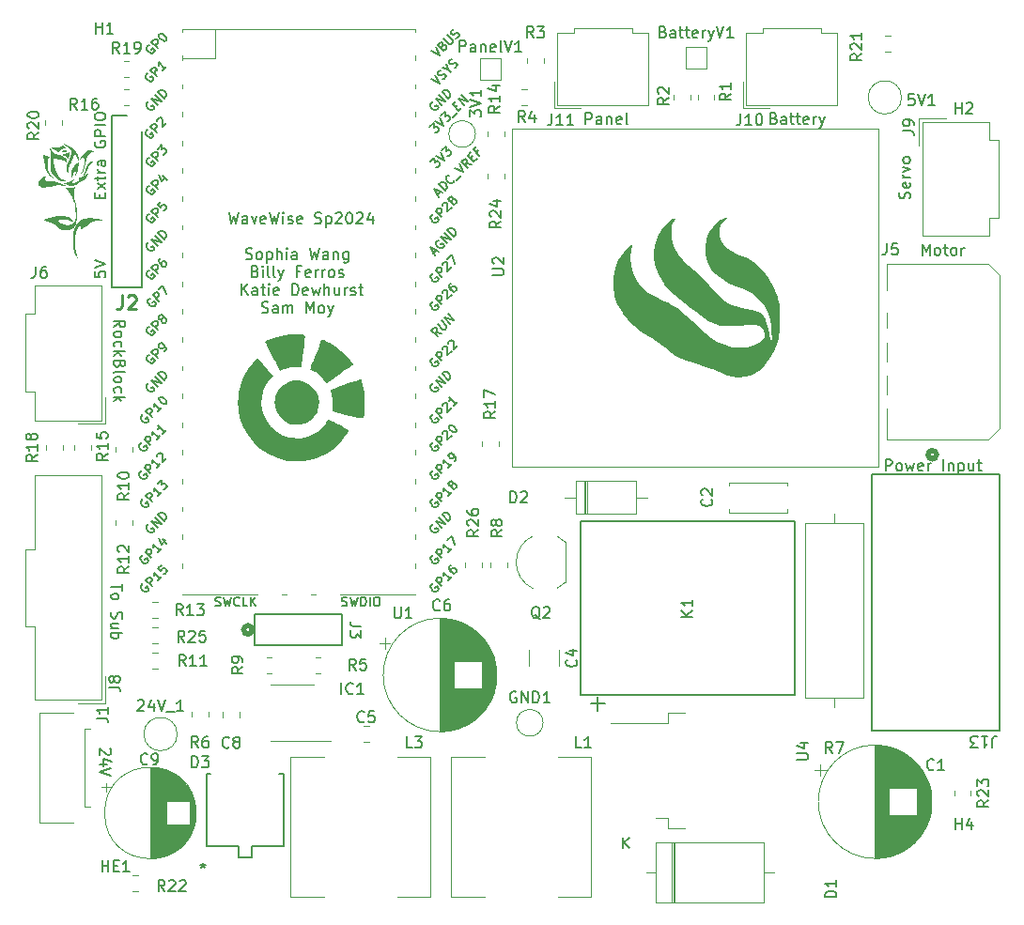
<source format=gbr>
%TF.GenerationSoftware,KiCad,Pcbnew,7.0.10*%
%TF.CreationDate,2024-03-29T16:51:17-04:00*%
%TF.ProjectId,WaveWise_PMIC,57617665-5769-4736-955f-504d49432e6b,rev?*%
%TF.SameCoordinates,Original*%
%TF.FileFunction,Legend,Top*%
%TF.FilePolarity,Positive*%
%FSLAX46Y46*%
G04 Gerber Fmt 4.6, Leading zero omitted, Abs format (unit mm)*
G04 Created by KiCad (PCBNEW 7.0.10) date 2024-03-29 16:51:17*
%MOMM*%
%LPD*%
G01*
G04 APERTURE LIST*
%ADD10C,0.150000*%
%ADD11C,0.254000*%
%ADD12C,0.120000*%
%ADD13C,0.200000*%
%ADD14C,0.152400*%
%ADD15C,0.508000*%
%ADD16C,0.100000*%
G04 APERTURE END LIST*
D10*
X58020009Y-66719220D02*
X58020009Y-66385887D01*
X58543819Y-66243030D02*
X58543819Y-66719220D01*
X58543819Y-66719220D02*
X57543819Y-66719220D01*
X57543819Y-66719220D02*
X57543819Y-66243030D01*
X58543819Y-65909696D02*
X57877152Y-65385887D01*
X57877152Y-65909696D02*
X58543819Y-65385887D01*
X57877152Y-65147791D02*
X57877152Y-64766839D01*
X57543819Y-65004934D02*
X58400961Y-65004934D01*
X58400961Y-65004934D02*
X58496200Y-64957315D01*
X58496200Y-64957315D02*
X58543819Y-64862077D01*
X58543819Y-64862077D02*
X58543819Y-64766839D01*
X58543819Y-64433505D02*
X57877152Y-64433505D01*
X58067628Y-64433505D02*
X57972390Y-64385886D01*
X57972390Y-64385886D02*
X57924771Y-64338267D01*
X57924771Y-64338267D02*
X57877152Y-64243029D01*
X57877152Y-64243029D02*
X57877152Y-64147791D01*
X58543819Y-63385886D02*
X58020009Y-63385886D01*
X58020009Y-63385886D02*
X57924771Y-63433505D01*
X57924771Y-63433505D02*
X57877152Y-63528743D01*
X57877152Y-63528743D02*
X57877152Y-63719219D01*
X57877152Y-63719219D02*
X57924771Y-63814457D01*
X58496200Y-63385886D02*
X58543819Y-63481124D01*
X58543819Y-63481124D02*
X58543819Y-63719219D01*
X58543819Y-63719219D02*
X58496200Y-63814457D01*
X58496200Y-63814457D02*
X58400961Y-63862076D01*
X58400961Y-63862076D02*
X58305723Y-63862076D01*
X58305723Y-63862076D02*
X58210485Y-63814457D01*
X58210485Y-63814457D02*
X58162866Y-63719219D01*
X58162866Y-63719219D02*
X58162866Y-63481124D01*
X58162866Y-63481124D02*
X58115247Y-63385886D01*
X57591438Y-61623981D02*
X57543819Y-61719219D01*
X57543819Y-61719219D02*
X57543819Y-61862076D01*
X57543819Y-61862076D02*
X57591438Y-62004933D01*
X57591438Y-62004933D02*
X57686676Y-62100171D01*
X57686676Y-62100171D02*
X57781914Y-62147790D01*
X57781914Y-62147790D02*
X57972390Y-62195409D01*
X57972390Y-62195409D02*
X58115247Y-62195409D01*
X58115247Y-62195409D02*
X58305723Y-62147790D01*
X58305723Y-62147790D02*
X58400961Y-62100171D01*
X58400961Y-62100171D02*
X58496200Y-62004933D01*
X58496200Y-62004933D02*
X58543819Y-61862076D01*
X58543819Y-61862076D02*
X58543819Y-61766838D01*
X58543819Y-61766838D02*
X58496200Y-61623981D01*
X58496200Y-61623981D02*
X58448580Y-61576362D01*
X58448580Y-61576362D02*
X58115247Y-61576362D01*
X58115247Y-61576362D02*
X58115247Y-61766838D01*
X58543819Y-61147790D02*
X57543819Y-61147790D01*
X57543819Y-61147790D02*
X57543819Y-60766838D01*
X57543819Y-60766838D02*
X57591438Y-60671600D01*
X57591438Y-60671600D02*
X57639057Y-60623981D01*
X57639057Y-60623981D02*
X57734295Y-60576362D01*
X57734295Y-60576362D02*
X57877152Y-60576362D01*
X57877152Y-60576362D02*
X57972390Y-60623981D01*
X57972390Y-60623981D02*
X58020009Y-60671600D01*
X58020009Y-60671600D02*
X58067628Y-60766838D01*
X58067628Y-60766838D02*
X58067628Y-61147790D01*
X58543819Y-60147790D02*
X57543819Y-60147790D01*
X57543819Y-59481124D02*
X57543819Y-59290648D01*
X57543819Y-59290648D02*
X57591438Y-59195410D01*
X57591438Y-59195410D02*
X57686676Y-59100172D01*
X57686676Y-59100172D02*
X57877152Y-59052553D01*
X57877152Y-59052553D02*
X58210485Y-59052553D01*
X58210485Y-59052553D02*
X58400961Y-59100172D01*
X58400961Y-59100172D02*
X58496200Y-59195410D01*
X58496200Y-59195410D02*
X58543819Y-59290648D01*
X58543819Y-59290648D02*
X58543819Y-59481124D01*
X58543819Y-59481124D02*
X58496200Y-59576362D01*
X58496200Y-59576362D02*
X58400961Y-59671600D01*
X58400961Y-59671600D02*
X58210485Y-59719219D01*
X58210485Y-59719219D02*
X57877152Y-59719219D01*
X57877152Y-59719219D02*
X57686676Y-59671600D01*
X57686676Y-59671600D02*
X57591438Y-59576362D01*
X57591438Y-59576362D02*
X57543819Y-59481124D01*
X58946942Y-116367160D02*
X58994561Y-116414779D01*
X58994561Y-116414779D02*
X59042180Y-116510017D01*
X59042180Y-116510017D02*
X59042180Y-116748112D01*
X59042180Y-116748112D02*
X58994561Y-116843350D01*
X58994561Y-116843350D02*
X58946942Y-116890969D01*
X58946942Y-116890969D02*
X58851704Y-116938588D01*
X58851704Y-116938588D02*
X58756466Y-116938588D01*
X58756466Y-116938588D02*
X58613609Y-116890969D01*
X58613609Y-116890969D02*
X58042180Y-116319541D01*
X58042180Y-116319541D02*
X58042180Y-116938588D01*
X58708847Y-117795731D02*
X58042180Y-117795731D01*
X59089800Y-117557636D02*
X58375514Y-117319541D01*
X58375514Y-117319541D02*
X58375514Y-117938588D01*
X59042180Y-118176684D02*
X58042180Y-118510017D01*
X58042180Y-118510017D02*
X59042180Y-118843350D01*
X57543819Y-73355030D02*
X57543819Y-73831220D01*
X57543819Y-73831220D02*
X58020009Y-73878839D01*
X58020009Y-73878839D02*
X57972390Y-73831220D01*
X57972390Y-73831220D02*
X57924771Y-73735982D01*
X57924771Y-73735982D02*
X57924771Y-73497887D01*
X57924771Y-73497887D02*
X57972390Y-73402649D01*
X57972390Y-73402649D02*
X58020009Y-73355030D01*
X58020009Y-73355030D02*
X58115247Y-73307411D01*
X58115247Y-73307411D02*
X58353342Y-73307411D01*
X58353342Y-73307411D02*
X58448580Y-73355030D01*
X58448580Y-73355030D02*
X58496200Y-73402649D01*
X58496200Y-73402649D02*
X58543819Y-73497887D01*
X58543819Y-73497887D02*
X58543819Y-73735982D01*
X58543819Y-73735982D02*
X58496200Y-73831220D01*
X58496200Y-73831220D02*
X58448580Y-73878839D01*
X57543819Y-73021696D02*
X58543819Y-72688363D01*
X58543819Y-72688363D02*
X57543819Y-72355030D01*
X69652381Y-68035819D02*
X69890476Y-69035819D01*
X69890476Y-69035819D02*
X70080952Y-68321533D01*
X70080952Y-68321533D02*
X70271428Y-69035819D01*
X70271428Y-69035819D02*
X70509524Y-68035819D01*
X71319047Y-69035819D02*
X71319047Y-68512009D01*
X71319047Y-68512009D02*
X71271428Y-68416771D01*
X71271428Y-68416771D02*
X71176190Y-68369152D01*
X71176190Y-68369152D02*
X70985714Y-68369152D01*
X70985714Y-68369152D02*
X70890476Y-68416771D01*
X71319047Y-68988200D02*
X71223809Y-69035819D01*
X71223809Y-69035819D02*
X70985714Y-69035819D01*
X70985714Y-69035819D02*
X70890476Y-68988200D01*
X70890476Y-68988200D02*
X70842857Y-68892961D01*
X70842857Y-68892961D02*
X70842857Y-68797723D01*
X70842857Y-68797723D02*
X70890476Y-68702485D01*
X70890476Y-68702485D02*
X70985714Y-68654866D01*
X70985714Y-68654866D02*
X71223809Y-68654866D01*
X71223809Y-68654866D02*
X71319047Y-68607247D01*
X71700000Y-68369152D02*
X71938095Y-69035819D01*
X71938095Y-69035819D02*
X72176190Y-68369152D01*
X72938095Y-68988200D02*
X72842857Y-69035819D01*
X72842857Y-69035819D02*
X72652381Y-69035819D01*
X72652381Y-69035819D02*
X72557143Y-68988200D01*
X72557143Y-68988200D02*
X72509524Y-68892961D01*
X72509524Y-68892961D02*
X72509524Y-68512009D01*
X72509524Y-68512009D02*
X72557143Y-68416771D01*
X72557143Y-68416771D02*
X72652381Y-68369152D01*
X72652381Y-68369152D02*
X72842857Y-68369152D01*
X72842857Y-68369152D02*
X72938095Y-68416771D01*
X72938095Y-68416771D02*
X72985714Y-68512009D01*
X72985714Y-68512009D02*
X72985714Y-68607247D01*
X72985714Y-68607247D02*
X72509524Y-68702485D01*
X73319048Y-68035819D02*
X73557143Y-69035819D01*
X73557143Y-69035819D02*
X73747619Y-68321533D01*
X73747619Y-68321533D02*
X73938095Y-69035819D01*
X73938095Y-69035819D02*
X74176191Y-68035819D01*
X74557143Y-69035819D02*
X74557143Y-68369152D01*
X74557143Y-68035819D02*
X74509524Y-68083438D01*
X74509524Y-68083438D02*
X74557143Y-68131057D01*
X74557143Y-68131057D02*
X74604762Y-68083438D01*
X74604762Y-68083438D02*
X74557143Y-68035819D01*
X74557143Y-68035819D02*
X74557143Y-68131057D01*
X74985714Y-68988200D02*
X75080952Y-69035819D01*
X75080952Y-69035819D02*
X75271428Y-69035819D01*
X75271428Y-69035819D02*
X75366666Y-68988200D01*
X75366666Y-68988200D02*
X75414285Y-68892961D01*
X75414285Y-68892961D02*
X75414285Y-68845342D01*
X75414285Y-68845342D02*
X75366666Y-68750104D01*
X75366666Y-68750104D02*
X75271428Y-68702485D01*
X75271428Y-68702485D02*
X75128571Y-68702485D01*
X75128571Y-68702485D02*
X75033333Y-68654866D01*
X75033333Y-68654866D02*
X74985714Y-68559628D01*
X74985714Y-68559628D02*
X74985714Y-68512009D01*
X74985714Y-68512009D02*
X75033333Y-68416771D01*
X75033333Y-68416771D02*
X75128571Y-68369152D01*
X75128571Y-68369152D02*
X75271428Y-68369152D01*
X75271428Y-68369152D02*
X75366666Y-68416771D01*
X76223809Y-68988200D02*
X76128571Y-69035819D01*
X76128571Y-69035819D02*
X75938095Y-69035819D01*
X75938095Y-69035819D02*
X75842857Y-68988200D01*
X75842857Y-68988200D02*
X75795238Y-68892961D01*
X75795238Y-68892961D02*
X75795238Y-68512009D01*
X75795238Y-68512009D02*
X75842857Y-68416771D01*
X75842857Y-68416771D02*
X75938095Y-68369152D01*
X75938095Y-68369152D02*
X76128571Y-68369152D01*
X76128571Y-68369152D02*
X76223809Y-68416771D01*
X76223809Y-68416771D02*
X76271428Y-68512009D01*
X76271428Y-68512009D02*
X76271428Y-68607247D01*
X76271428Y-68607247D02*
X75795238Y-68702485D01*
X77414286Y-68988200D02*
X77557143Y-69035819D01*
X77557143Y-69035819D02*
X77795238Y-69035819D01*
X77795238Y-69035819D02*
X77890476Y-68988200D01*
X77890476Y-68988200D02*
X77938095Y-68940580D01*
X77938095Y-68940580D02*
X77985714Y-68845342D01*
X77985714Y-68845342D02*
X77985714Y-68750104D01*
X77985714Y-68750104D02*
X77938095Y-68654866D01*
X77938095Y-68654866D02*
X77890476Y-68607247D01*
X77890476Y-68607247D02*
X77795238Y-68559628D01*
X77795238Y-68559628D02*
X77604762Y-68512009D01*
X77604762Y-68512009D02*
X77509524Y-68464390D01*
X77509524Y-68464390D02*
X77461905Y-68416771D01*
X77461905Y-68416771D02*
X77414286Y-68321533D01*
X77414286Y-68321533D02*
X77414286Y-68226295D01*
X77414286Y-68226295D02*
X77461905Y-68131057D01*
X77461905Y-68131057D02*
X77509524Y-68083438D01*
X77509524Y-68083438D02*
X77604762Y-68035819D01*
X77604762Y-68035819D02*
X77842857Y-68035819D01*
X77842857Y-68035819D02*
X77985714Y-68083438D01*
X78414286Y-68369152D02*
X78414286Y-69369152D01*
X78414286Y-68416771D02*
X78509524Y-68369152D01*
X78509524Y-68369152D02*
X78700000Y-68369152D01*
X78700000Y-68369152D02*
X78795238Y-68416771D01*
X78795238Y-68416771D02*
X78842857Y-68464390D01*
X78842857Y-68464390D02*
X78890476Y-68559628D01*
X78890476Y-68559628D02*
X78890476Y-68845342D01*
X78890476Y-68845342D02*
X78842857Y-68940580D01*
X78842857Y-68940580D02*
X78795238Y-68988200D01*
X78795238Y-68988200D02*
X78700000Y-69035819D01*
X78700000Y-69035819D02*
X78509524Y-69035819D01*
X78509524Y-69035819D02*
X78414286Y-68988200D01*
X79271429Y-68131057D02*
X79319048Y-68083438D01*
X79319048Y-68083438D02*
X79414286Y-68035819D01*
X79414286Y-68035819D02*
X79652381Y-68035819D01*
X79652381Y-68035819D02*
X79747619Y-68083438D01*
X79747619Y-68083438D02*
X79795238Y-68131057D01*
X79795238Y-68131057D02*
X79842857Y-68226295D01*
X79842857Y-68226295D02*
X79842857Y-68321533D01*
X79842857Y-68321533D02*
X79795238Y-68464390D01*
X79795238Y-68464390D02*
X79223810Y-69035819D01*
X79223810Y-69035819D02*
X79842857Y-69035819D01*
X80461905Y-68035819D02*
X80557143Y-68035819D01*
X80557143Y-68035819D02*
X80652381Y-68083438D01*
X80652381Y-68083438D02*
X80700000Y-68131057D01*
X80700000Y-68131057D02*
X80747619Y-68226295D01*
X80747619Y-68226295D02*
X80795238Y-68416771D01*
X80795238Y-68416771D02*
X80795238Y-68654866D01*
X80795238Y-68654866D02*
X80747619Y-68845342D01*
X80747619Y-68845342D02*
X80700000Y-68940580D01*
X80700000Y-68940580D02*
X80652381Y-68988200D01*
X80652381Y-68988200D02*
X80557143Y-69035819D01*
X80557143Y-69035819D02*
X80461905Y-69035819D01*
X80461905Y-69035819D02*
X80366667Y-68988200D01*
X80366667Y-68988200D02*
X80319048Y-68940580D01*
X80319048Y-68940580D02*
X80271429Y-68845342D01*
X80271429Y-68845342D02*
X80223810Y-68654866D01*
X80223810Y-68654866D02*
X80223810Y-68416771D01*
X80223810Y-68416771D02*
X80271429Y-68226295D01*
X80271429Y-68226295D02*
X80319048Y-68131057D01*
X80319048Y-68131057D02*
X80366667Y-68083438D01*
X80366667Y-68083438D02*
X80461905Y-68035819D01*
X81176191Y-68131057D02*
X81223810Y-68083438D01*
X81223810Y-68083438D02*
X81319048Y-68035819D01*
X81319048Y-68035819D02*
X81557143Y-68035819D01*
X81557143Y-68035819D02*
X81652381Y-68083438D01*
X81652381Y-68083438D02*
X81700000Y-68131057D01*
X81700000Y-68131057D02*
X81747619Y-68226295D01*
X81747619Y-68226295D02*
X81747619Y-68321533D01*
X81747619Y-68321533D02*
X81700000Y-68464390D01*
X81700000Y-68464390D02*
X81128572Y-69035819D01*
X81128572Y-69035819D02*
X81747619Y-69035819D01*
X82604762Y-68369152D02*
X82604762Y-69035819D01*
X82366667Y-67988200D02*
X82128572Y-68702485D01*
X82128572Y-68702485D02*
X82747619Y-68702485D01*
X71176190Y-72208200D02*
X71319047Y-72255819D01*
X71319047Y-72255819D02*
X71557142Y-72255819D01*
X71557142Y-72255819D02*
X71652380Y-72208200D01*
X71652380Y-72208200D02*
X71699999Y-72160580D01*
X71699999Y-72160580D02*
X71747618Y-72065342D01*
X71747618Y-72065342D02*
X71747618Y-71970104D01*
X71747618Y-71970104D02*
X71699999Y-71874866D01*
X71699999Y-71874866D02*
X71652380Y-71827247D01*
X71652380Y-71827247D02*
X71557142Y-71779628D01*
X71557142Y-71779628D02*
X71366666Y-71732009D01*
X71366666Y-71732009D02*
X71271428Y-71684390D01*
X71271428Y-71684390D02*
X71223809Y-71636771D01*
X71223809Y-71636771D02*
X71176190Y-71541533D01*
X71176190Y-71541533D02*
X71176190Y-71446295D01*
X71176190Y-71446295D02*
X71223809Y-71351057D01*
X71223809Y-71351057D02*
X71271428Y-71303438D01*
X71271428Y-71303438D02*
X71366666Y-71255819D01*
X71366666Y-71255819D02*
X71604761Y-71255819D01*
X71604761Y-71255819D02*
X71747618Y-71303438D01*
X72319047Y-72255819D02*
X72223809Y-72208200D01*
X72223809Y-72208200D02*
X72176190Y-72160580D01*
X72176190Y-72160580D02*
X72128571Y-72065342D01*
X72128571Y-72065342D02*
X72128571Y-71779628D01*
X72128571Y-71779628D02*
X72176190Y-71684390D01*
X72176190Y-71684390D02*
X72223809Y-71636771D01*
X72223809Y-71636771D02*
X72319047Y-71589152D01*
X72319047Y-71589152D02*
X72461904Y-71589152D01*
X72461904Y-71589152D02*
X72557142Y-71636771D01*
X72557142Y-71636771D02*
X72604761Y-71684390D01*
X72604761Y-71684390D02*
X72652380Y-71779628D01*
X72652380Y-71779628D02*
X72652380Y-72065342D01*
X72652380Y-72065342D02*
X72604761Y-72160580D01*
X72604761Y-72160580D02*
X72557142Y-72208200D01*
X72557142Y-72208200D02*
X72461904Y-72255819D01*
X72461904Y-72255819D02*
X72319047Y-72255819D01*
X73080952Y-71589152D02*
X73080952Y-72589152D01*
X73080952Y-71636771D02*
X73176190Y-71589152D01*
X73176190Y-71589152D02*
X73366666Y-71589152D01*
X73366666Y-71589152D02*
X73461904Y-71636771D01*
X73461904Y-71636771D02*
X73509523Y-71684390D01*
X73509523Y-71684390D02*
X73557142Y-71779628D01*
X73557142Y-71779628D02*
X73557142Y-72065342D01*
X73557142Y-72065342D02*
X73509523Y-72160580D01*
X73509523Y-72160580D02*
X73461904Y-72208200D01*
X73461904Y-72208200D02*
X73366666Y-72255819D01*
X73366666Y-72255819D02*
X73176190Y-72255819D01*
X73176190Y-72255819D02*
X73080952Y-72208200D01*
X73985714Y-72255819D02*
X73985714Y-71255819D01*
X74414285Y-72255819D02*
X74414285Y-71732009D01*
X74414285Y-71732009D02*
X74366666Y-71636771D01*
X74366666Y-71636771D02*
X74271428Y-71589152D01*
X74271428Y-71589152D02*
X74128571Y-71589152D01*
X74128571Y-71589152D02*
X74033333Y-71636771D01*
X74033333Y-71636771D02*
X73985714Y-71684390D01*
X74890476Y-72255819D02*
X74890476Y-71589152D01*
X74890476Y-71255819D02*
X74842857Y-71303438D01*
X74842857Y-71303438D02*
X74890476Y-71351057D01*
X74890476Y-71351057D02*
X74938095Y-71303438D01*
X74938095Y-71303438D02*
X74890476Y-71255819D01*
X74890476Y-71255819D02*
X74890476Y-71351057D01*
X75795237Y-72255819D02*
X75795237Y-71732009D01*
X75795237Y-71732009D02*
X75747618Y-71636771D01*
X75747618Y-71636771D02*
X75652380Y-71589152D01*
X75652380Y-71589152D02*
X75461904Y-71589152D01*
X75461904Y-71589152D02*
X75366666Y-71636771D01*
X75795237Y-72208200D02*
X75699999Y-72255819D01*
X75699999Y-72255819D02*
X75461904Y-72255819D01*
X75461904Y-72255819D02*
X75366666Y-72208200D01*
X75366666Y-72208200D02*
X75319047Y-72112961D01*
X75319047Y-72112961D02*
X75319047Y-72017723D01*
X75319047Y-72017723D02*
X75366666Y-71922485D01*
X75366666Y-71922485D02*
X75461904Y-71874866D01*
X75461904Y-71874866D02*
X75699999Y-71874866D01*
X75699999Y-71874866D02*
X75795237Y-71827247D01*
X76938095Y-71255819D02*
X77176190Y-72255819D01*
X77176190Y-72255819D02*
X77366666Y-71541533D01*
X77366666Y-71541533D02*
X77557142Y-72255819D01*
X77557142Y-72255819D02*
X77795238Y-71255819D01*
X78604761Y-72255819D02*
X78604761Y-71732009D01*
X78604761Y-71732009D02*
X78557142Y-71636771D01*
X78557142Y-71636771D02*
X78461904Y-71589152D01*
X78461904Y-71589152D02*
X78271428Y-71589152D01*
X78271428Y-71589152D02*
X78176190Y-71636771D01*
X78604761Y-72208200D02*
X78509523Y-72255819D01*
X78509523Y-72255819D02*
X78271428Y-72255819D01*
X78271428Y-72255819D02*
X78176190Y-72208200D01*
X78176190Y-72208200D02*
X78128571Y-72112961D01*
X78128571Y-72112961D02*
X78128571Y-72017723D01*
X78128571Y-72017723D02*
X78176190Y-71922485D01*
X78176190Y-71922485D02*
X78271428Y-71874866D01*
X78271428Y-71874866D02*
X78509523Y-71874866D01*
X78509523Y-71874866D02*
X78604761Y-71827247D01*
X79080952Y-71589152D02*
X79080952Y-72255819D01*
X79080952Y-71684390D02*
X79128571Y-71636771D01*
X79128571Y-71636771D02*
X79223809Y-71589152D01*
X79223809Y-71589152D02*
X79366666Y-71589152D01*
X79366666Y-71589152D02*
X79461904Y-71636771D01*
X79461904Y-71636771D02*
X79509523Y-71732009D01*
X79509523Y-71732009D02*
X79509523Y-72255819D01*
X80414285Y-71589152D02*
X80414285Y-72398676D01*
X80414285Y-72398676D02*
X80366666Y-72493914D01*
X80366666Y-72493914D02*
X80319047Y-72541533D01*
X80319047Y-72541533D02*
X80223809Y-72589152D01*
X80223809Y-72589152D02*
X80080952Y-72589152D01*
X80080952Y-72589152D02*
X79985714Y-72541533D01*
X80414285Y-72208200D02*
X80319047Y-72255819D01*
X80319047Y-72255819D02*
X80128571Y-72255819D01*
X80128571Y-72255819D02*
X80033333Y-72208200D01*
X80033333Y-72208200D02*
X79985714Y-72160580D01*
X79985714Y-72160580D02*
X79938095Y-72065342D01*
X79938095Y-72065342D02*
X79938095Y-71779628D01*
X79938095Y-71779628D02*
X79985714Y-71684390D01*
X79985714Y-71684390D02*
X80033333Y-71636771D01*
X80033333Y-71636771D02*
X80128571Y-71589152D01*
X80128571Y-71589152D02*
X80319047Y-71589152D01*
X80319047Y-71589152D02*
X80414285Y-71636771D01*
X72033332Y-73342009D02*
X72176189Y-73389628D01*
X72176189Y-73389628D02*
X72223808Y-73437247D01*
X72223808Y-73437247D02*
X72271427Y-73532485D01*
X72271427Y-73532485D02*
X72271427Y-73675342D01*
X72271427Y-73675342D02*
X72223808Y-73770580D01*
X72223808Y-73770580D02*
X72176189Y-73818200D01*
X72176189Y-73818200D02*
X72080951Y-73865819D01*
X72080951Y-73865819D02*
X71699999Y-73865819D01*
X71699999Y-73865819D02*
X71699999Y-72865819D01*
X71699999Y-72865819D02*
X72033332Y-72865819D01*
X72033332Y-72865819D02*
X72128570Y-72913438D01*
X72128570Y-72913438D02*
X72176189Y-72961057D01*
X72176189Y-72961057D02*
X72223808Y-73056295D01*
X72223808Y-73056295D02*
X72223808Y-73151533D01*
X72223808Y-73151533D02*
X72176189Y-73246771D01*
X72176189Y-73246771D02*
X72128570Y-73294390D01*
X72128570Y-73294390D02*
X72033332Y-73342009D01*
X72033332Y-73342009D02*
X71699999Y-73342009D01*
X72699999Y-73865819D02*
X72699999Y-73199152D01*
X72699999Y-72865819D02*
X72652380Y-72913438D01*
X72652380Y-72913438D02*
X72699999Y-72961057D01*
X72699999Y-72961057D02*
X72747618Y-72913438D01*
X72747618Y-72913438D02*
X72699999Y-72865819D01*
X72699999Y-72865819D02*
X72699999Y-72961057D01*
X73319046Y-73865819D02*
X73223808Y-73818200D01*
X73223808Y-73818200D02*
X73176189Y-73722961D01*
X73176189Y-73722961D02*
X73176189Y-72865819D01*
X73842856Y-73865819D02*
X73747618Y-73818200D01*
X73747618Y-73818200D02*
X73699999Y-73722961D01*
X73699999Y-73722961D02*
X73699999Y-72865819D01*
X74128571Y-73199152D02*
X74366666Y-73865819D01*
X74604761Y-73199152D02*
X74366666Y-73865819D01*
X74366666Y-73865819D02*
X74271428Y-74103914D01*
X74271428Y-74103914D02*
X74223809Y-74151533D01*
X74223809Y-74151533D02*
X74128571Y-74199152D01*
X76080952Y-73342009D02*
X75747619Y-73342009D01*
X75747619Y-73865819D02*
X75747619Y-72865819D01*
X75747619Y-72865819D02*
X76223809Y-72865819D01*
X76985714Y-73818200D02*
X76890476Y-73865819D01*
X76890476Y-73865819D02*
X76700000Y-73865819D01*
X76700000Y-73865819D02*
X76604762Y-73818200D01*
X76604762Y-73818200D02*
X76557143Y-73722961D01*
X76557143Y-73722961D02*
X76557143Y-73342009D01*
X76557143Y-73342009D02*
X76604762Y-73246771D01*
X76604762Y-73246771D02*
X76700000Y-73199152D01*
X76700000Y-73199152D02*
X76890476Y-73199152D01*
X76890476Y-73199152D02*
X76985714Y-73246771D01*
X76985714Y-73246771D02*
X77033333Y-73342009D01*
X77033333Y-73342009D02*
X77033333Y-73437247D01*
X77033333Y-73437247D02*
X76557143Y-73532485D01*
X77461905Y-73865819D02*
X77461905Y-73199152D01*
X77461905Y-73389628D02*
X77509524Y-73294390D01*
X77509524Y-73294390D02*
X77557143Y-73246771D01*
X77557143Y-73246771D02*
X77652381Y-73199152D01*
X77652381Y-73199152D02*
X77747619Y-73199152D01*
X78080953Y-73865819D02*
X78080953Y-73199152D01*
X78080953Y-73389628D02*
X78128572Y-73294390D01*
X78128572Y-73294390D02*
X78176191Y-73246771D01*
X78176191Y-73246771D02*
X78271429Y-73199152D01*
X78271429Y-73199152D02*
X78366667Y-73199152D01*
X78842858Y-73865819D02*
X78747620Y-73818200D01*
X78747620Y-73818200D02*
X78700001Y-73770580D01*
X78700001Y-73770580D02*
X78652382Y-73675342D01*
X78652382Y-73675342D02*
X78652382Y-73389628D01*
X78652382Y-73389628D02*
X78700001Y-73294390D01*
X78700001Y-73294390D02*
X78747620Y-73246771D01*
X78747620Y-73246771D02*
X78842858Y-73199152D01*
X78842858Y-73199152D02*
X78985715Y-73199152D01*
X78985715Y-73199152D02*
X79080953Y-73246771D01*
X79080953Y-73246771D02*
X79128572Y-73294390D01*
X79128572Y-73294390D02*
X79176191Y-73389628D01*
X79176191Y-73389628D02*
X79176191Y-73675342D01*
X79176191Y-73675342D02*
X79128572Y-73770580D01*
X79128572Y-73770580D02*
X79080953Y-73818200D01*
X79080953Y-73818200D02*
X78985715Y-73865819D01*
X78985715Y-73865819D02*
X78842858Y-73865819D01*
X79557144Y-73818200D02*
X79652382Y-73865819D01*
X79652382Y-73865819D02*
X79842858Y-73865819D01*
X79842858Y-73865819D02*
X79938096Y-73818200D01*
X79938096Y-73818200D02*
X79985715Y-73722961D01*
X79985715Y-73722961D02*
X79985715Y-73675342D01*
X79985715Y-73675342D02*
X79938096Y-73580104D01*
X79938096Y-73580104D02*
X79842858Y-73532485D01*
X79842858Y-73532485D02*
X79700001Y-73532485D01*
X79700001Y-73532485D02*
X79604763Y-73484866D01*
X79604763Y-73484866D02*
X79557144Y-73389628D01*
X79557144Y-73389628D02*
X79557144Y-73342009D01*
X79557144Y-73342009D02*
X79604763Y-73246771D01*
X79604763Y-73246771D02*
X79700001Y-73199152D01*
X79700001Y-73199152D02*
X79842858Y-73199152D01*
X79842858Y-73199152D02*
X79938096Y-73246771D01*
X70795237Y-75475819D02*
X70795237Y-74475819D01*
X71366665Y-75475819D02*
X70938094Y-74904390D01*
X71366665Y-74475819D02*
X70795237Y-75047247D01*
X72223808Y-75475819D02*
X72223808Y-74952009D01*
X72223808Y-74952009D02*
X72176189Y-74856771D01*
X72176189Y-74856771D02*
X72080951Y-74809152D01*
X72080951Y-74809152D02*
X71890475Y-74809152D01*
X71890475Y-74809152D02*
X71795237Y-74856771D01*
X72223808Y-75428200D02*
X72128570Y-75475819D01*
X72128570Y-75475819D02*
X71890475Y-75475819D01*
X71890475Y-75475819D02*
X71795237Y-75428200D01*
X71795237Y-75428200D02*
X71747618Y-75332961D01*
X71747618Y-75332961D02*
X71747618Y-75237723D01*
X71747618Y-75237723D02*
X71795237Y-75142485D01*
X71795237Y-75142485D02*
X71890475Y-75094866D01*
X71890475Y-75094866D02*
X72128570Y-75094866D01*
X72128570Y-75094866D02*
X72223808Y-75047247D01*
X72557142Y-74809152D02*
X72938094Y-74809152D01*
X72699999Y-74475819D02*
X72699999Y-75332961D01*
X72699999Y-75332961D02*
X72747618Y-75428200D01*
X72747618Y-75428200D02*
X72842856Y-75475819D01*
X72842856Y-75475819D02*
X72938094Y-75475819D01*
X73271428Y-75475819D02*
X73271428Y-74809152D01*
X73271428Y-74475819D02*
X73223809Y-74523438D01*
X73223809Y-74523438D02*
X73271428Y-74571057D01*
X73271428Y-74571057D02*
X73319047Y-74523438D01*
X73319047Y-74523438D02*
X73271428Y-74475819D01*
X73271428Y-74475819D02*
X73271428Y-74571057D01*
X74128570Y-75428200D02*
X74033332Y-75475819D01*
X74033332Y-75475819D02*
X73842856Y-75475819D01*
X73842856Y-75475819D02*
X73747618Y-75428200D01*
X73747618Y-75428200D02*
X73699999Y-75332961D01*
X73699999Y-75332961D02*
X73699999Y-74952009D01*
X73699999Y-74952009D02*
X73747618Y-74856771D01*
X73747618Y-74856771D02*
X73842856Y-74809152D01*
X73842856Y-74809152D02*
X74033332Y-74809152D01*
X74033332Y-74809152D02*
X74128570Y-74856771D01*
X74128570Y-74856771D02*
X74176189Y-74952009D01*
X74176189Y-74952009D02*
X74176189Y-75047247D01*
X74176189Y-75047247D02*
X73699999Y-75142485D01*
X75366666Y-75475819D02*
X75366666Y-74475819D01*
X75366666Y-74475819D02*
X75604761Y-74475819D01*
X75604761Y-74475819D02*
X75747618Y-74523438D01*
X75747618Y-74523438D02*
X75842856Y-74618676D01*
X75842856Y-74618676D02*
X75890475Y-74713914D01*
X75890475Y-74713914D02*
X75938094Y-74904390D01*
X75938094Y-74904390D02*
X75938094Y-75047247D01*
X75938094Y-75047247D02*
X75890475Y-75237723D01*
X75890475Y-75237723D02*
X75842856Y-75332961D01*
X75842856Y-75332961D02*
X75747618Y-75428200D01*
X75747618Y-75428200D02*
X75604761Y-75475819D01*
X75604761Y-75475819D02*
X75366666Y-75475819D01*
X76747618Y-75428200D02*
X76652380Y-75475819D01*
X76652380Y-75475819D02*
X76461904Y-75475819D01*
X76461904Y-75475819D02*
X76366666Y-75428200D01*
X76366666Y-75428200D02*
X76319047Y-75332961D01*
X76319047Y-75332961D02*
X76319047Y-74952009D01*
X76319047Y-74952009D02*
X76366666Y-74856771D01*
X76366666Y-74856771D02*
X76461904Y-74809152D01*
X76461904Y-74809152D02*
X76652380Y-74809152D01*
X76652380Y-74809152D02*
X76747618Y-74856771D01*
X76747618Y-74856771D02*
X76795237Y-74952009D01*
X76795237Y-74952009D02*
X76795237Y-75047247D01*
X76795237Y-75047247D02*
X76319047Y-75142485D01*
X77128571Y-74809152D02*
X77319047Y-75475819D01*
X77319047Y-75475819D02*
X77509523Y-74999628D01*
X77509523Y-74999628D02*
X77699999Y-75475819D01*
X77699999Y-75475819D02*
X77890475Y-74809152D01*
X78271428Y-75475819D02*
X78271428Y-74475819D01*
X78699999Y-75475819D02*
X78699999Y-74952009D01*
X78699999Y-74952009D02*
X78652380Y-74856771D01*
X78652380Y-74856771D02*
X78557142Y-74809152D01*
X78557142Y-74809152D02*
X78414285Y-74809152D01*
X78414285Y-74809152D02*
X78319047Y-74856771D01*
X78319047Y-74856771D02*
X78271428Y-74904390D01*
X79604761Y-74809152D02*
X79604761Y-75475819D01*
X79176190Y-74809152D02*
X79176190Y-75332961D01*
X79176190Y-75332961D02*
X79223809Y-75428200D01*
X79223809Y-75428200D02*
X79319047Y-75475819D01*
X79319047Y-75475819D02*
X79461904Y-75475819D01*
X79461904Y-75475819D02*
X79557142Y-75428200D01*
X79557142Y-75428200D02*
X79604761Y-75380580D01*
X80080952Y-75475819D02*
X80080952Y-74809152D01*
X80080952Y-74999628D02*
X80128571Y-74904390D01*
X80128571Y-74904390D02*
X80176190Y-74856771D01*
X80176190Y-74856771D02*
X80271428Y-74809152D01*
X80271428Y-74809152D02*
X80366666Y-74809152D01*
X80652381Y-75428200D02*
X80747619Y-75475819D01*
X80747619Y-75475819D02*
X80938095Y-75475819D01*
X80938095Y-75475819D02*
X81033333Y-75428200D01*
X81033333Y-75428200D02*
X81080952Y-75332961D01*
X81080952Y-75332961D02*
X81080952Y-75285342D01*
X81080952Y-75285342D02*
X81033333Y-75190104D01*
X81033333Y-75190104D02*
X80938095Y-75142485D01*
X80938095Y-75142485D02*
X80795238Y-75142485D01*
X80795238Y-75142485D02*
X80700000Y-75094866D01*
X80700000Y-75094866D02*
X80652381Y-74999628D01*
X80652381Y-74999628D02*
X80652381Y-74952009D01*
X80652381Y-74952009D02*
X80700000Y-74856771D01*
X80700000Y-74856771D02*
X80795238Y-74809152D01*
X80795238Y-74809152D02*
X80938095Y-74809152D01*
X80938095Y-74809152D02*
X81033333Y-74856771D01*
X81366667Y-74809152D02*
X81747619Y-74809152D01*
X81509524Y-74475819D02*
X81509524Y-75332961D01*
X81509524Y-75332961D02*
X81557143Y-75428200D01*
X81557143Y-75428200D02*
X81652381Y-75475819D01*
X81652381Y-75475819D02*
X81747619Y-75475819D01*
X72628571Y-77038200D02*
X72771428Y-77085819D01*
X72771428Y-77085819D02*
X73009523Y-77085819D01*
X73009523Y-77085819D02*
X73104761Y-77038200D01*
X73104761Y-77038200D02*
X73152380Y-76990580D01*
X73152380Y-76990580D02*
X73199999Y-76895342D01*
X73199999Y-76895342D02*
X73199999Y-76800104D01*
X73199999Y-76800104D02*
X73152380Y-76704866D01*
X73152380Y-76704866D02*
X73104761Y-76657247D01*
X73104761Y-76657247D02*
X73009523Y-76609628D01*
X73009523Y-76609628D02*
X72819047Y-76562009D01*
X72819047Y-76562009D02*
X72723809Y-76514390D01*
X72723809Y-76514390D02*
X72676190Y-76466771D01*
X72676190Y-76466771D02*
X72628571Y-76371533D01*
X72628571Y-76371533D02*
X72628571Y-76276295D01*
X72628571Y-76276295D02*
X72676190Y-76181057D01*
X72676190Y-76181057D02*
X72723809Y-76133438D01*
X72723809Y-76133438D02*
X72819047Y-76085819D01*
X72819047Y-76085819D02*
X73057142Y-76085819D01*
X73057142Y-76085819D02*
X73199999Y-76133438D01*
X74057142Y-77085819D02*
X74057142Y-76562009D01*
X74057142Y-76562009D02*
X74009523Y-76466771D01*
X74009523Y-76466771D02*
X73914285Y-76419152D01*
X73914285Y-76419152D02*
X73723809Y-76419152D01*
X73723809Y-76419152D02*
X73628571Y-76466771D01*
X74057142Y-77038200D02*
X73961904Y-77085819D01*
X73961904Y-77085819D02*
X73723809Y-77085819D01*
X73723809Y-77085819D02*
X73628571Y-77038200D01*
X73628571Y-77038200D02*
X73580952Y-76942961D01*
X73580952Y-76942961D02*
X73580952Y-76847723D01*
X73580952Y-76847723D02*
X73628571Y-76752485D01*
X73628571Y-76752485D02*
X73723809Y-76704866D01*
X73723809Y-76704866D02*
X73961904Y-76704866D01*
X73961904Y-76704866D02*
X74057142Y-76657247D01*
X74533333Y-77085819D02*
X74533333Y-76419152D01*
X74533333Y-76514390D02*
X74580952Y-76466771D01*
X74580952Y-76466771D02*
X74676190Y-76419152D01*
X74676190Y-76419152D02*
X74819047Y-76419152D01*
X74819047Y-76419152D02*
X74914285Y-76466771D01*
X74914285Y-76466771D02*
X74961904Y-76562009D01*
X74961904Y-76562009D02*
X74961904Y-77085819D01*
X74961904Y-76562009D02*
X75009523Y-76466771D01*
X75009523Y-76466771D02*
X75104761Y-76419152D01*
X75104761Y-76419152D02*
X75247618Y-76419152D01*
X75247618Y-76419152D02*
X75342857Y-76466771D01*
X75342857Y-76466771D02*
X75390476Y-76562009D01*
X75390476Y-76562009D02*
X75390476Y-77085819D01*
X76628571Y-77085819D02*
X76628571Y-76085819D01*
X76628571Y-76085819D02*
X76961904Y-76800104D01*
X76961904Y-76800104D02*
X77295237Y-76085819D01*
X77295237Y-76085819D02*
X77295237Y-77085819D01*
X77914285Y-77085819D02*
X77819047Y-77038200D01*
X77819047Y-77038200D02*
X77771428Y-76990580D01*
X77771428Y-76990580D02*
X77723809Y-76895342D01*
X77723809Y-76895342D02*
X77723809Y-76609628D01*
X77723809Y-76609628D02*
X77771428Y-76514390D01*
X77771428Y-76514390D02*
X77819047Y-76466771D01*
X77819047Y-76466771D02*
X77914285Y-76419152D01*
X77914285Y-76419152D02*
X78057142Y-76419152D01*
X78057142Y-76419152D02*
X78152380Y-76466771D01*
X78152380Y-76466771D02*
X78199999Y-76514390D01*
X78199999Y-76514390D02*
X78247618Y-76609628D01*
X78247618Y-76609628D02*
X78247618Y-76895342D01*
X78247618Y-76895342D02*
X78199999Y-76990580D01*
X78199999Y-76990580D02*
X78152380Y-77038200D01*
X78152380Y-77038200D02*
X78057142Y-77085819D01*
X78057142Y-77085819D02*
X77914285Y-77085819D01*
X78580952Y-76419152D02*
X78819047Y-77085819D01*
X79057142Y-76419152D02*
X78819047Y-77085819D01*
X78819047Y-77085819D02*
X78723809Y-77323914D01*
X78723809Y-77323914D02*
X78676190Y-77371533D01*
X78676190Y-77371533D02*
X78580952Y-77419152D01*
X118780112Y-59544009D02*
X118922969Y-59591628D01*
X118922969Y-59591628D02*
X118970588Y-59639247D01*
X118970588Y-59639247D02*
X119018207Y-59734485D01*
X119018207Y-59734485D02*
X119018207Y-59877342D01*
X119018207Y-59877342D02*
X118970588Y-59972580D01*
X118970588Y-59972580D02*
X118922969Y-60020200D01*
X118922969Y-60020200D02*
X118827731Y-60067819D01*
X118827731Y-60067819D02*
X118446779Y-60067819D01*
X118446779Y-60067819D02*
X118446779Y-59067819D01*
X118446779Y-59067819D02*
X118780112Y-59067819D01*
X118780112Y-59067819D02*
X118875350Y-59115438D01*
X118875350Y-59115438D02*
X118922969Y-59163057D01*
X118922969Y-59163057D02*
X118970588Y-59258295D01*
X118970588Y-59258295D02*
X118970588Y-59353533D01*
X118970588Y-59353533D02*
X118922969Y-59448771D01*
X118922969Y-59448771D02*
X118875350Y-59496390D01*
X118875350Y-59496390D02*
X118780112Y-59544009D01*
X118780112Y-59544009D02*
X118446779Y-59544009D01*
X119875350Y-60067819D02*
X119875350Y-59544009D01*
X119875350Y-59544009D02*
X119827731Y-59448771D01*
X119827731Y-59448771D02*
X119732493Y-59401152D01*
X119732493Y-59401152D02*
X119542017Y-59401152D01*
X119542017Y-59401152D02*
X119446779Y-59448771D01*
X119875350Y-60020200D02*
X119780112Y-60067819D01*
X119780112Y-60067819D02*
X119542017Y-60067819D01*
X119542017Y-60067819D02*
X119446779Y-60020200D01*
X119446779Y-60020200D02*
X119399160Y-59924961D01*
X119399160Y-59924961D02*
X119399160Y-59829723D01*
X119399160Y-59829723D02*
X119446779Y-59734485D01*
X119446779Y-59734485D02*
X119542017Y-59686866D01*
X119542017Y-59686866D02*
X119780112Y-59686866D01*
X119780112Y-59686866D02*
X119875350Y-59639247D01*
X120208684Y-59401152D02*
X120589636Y-59401152D01*
X120351541Y-59067819D02*
X120351541Y-59924961D01*
X120351541Y-59924961D02*
X120399160Y-60020200D01*
X120399160Y-60020200D02*
X120494398Y-60067819D01*
X120494398Y-60067819D02*
X120589636Y-60067819D01*
X120780113Y-59401152D02*
X121161065Y-59401152D01*
X120922970Y-59067819D02*
X120922970Y-59924961D01*
X120922970Y-59924961D02*
X120970589Y-60020200D01*
X120970589Y-60020200D02*
X121065827Y-60067819D01*
X121065827Y-60067819D02*
X121161065Y-60067819D01*
X121875351Y-60020200D02*
X121780113Y-60067819D01*
X121780113Y-60067819D02*
X121589637Y-60067819D01*
X121589637Y-60067819D02*
X121494399Y-60020200D01*
X121494399Y-60020200D02*
X121446780Y-59924961D01*
X121446780Y-59924961D02*
X121446780Y-59544009D01*
X121446780Y-59544009D02*
X121494399Y-59448771D01*
X121494399Y-59448771D02*
X121589637Y-59401152D01*
X121589637Y-59401152D02*
X121780113Y-59401152D01*
X121780113Y-59401152D02*
X121875351Y-59448771D01*
X121875351Y-59448771D02*
X121922970Y-59544009D01*
X121922970Y-59544009D02*
X121922970Y-59639247D01*
X121922970Y-59639247D02*
X121446780Y-59734485D01*
X122351542Y-60067819D02*
X122351542Y-59401152D01*
X122351542Y-59591628D02*
X122399161Y-59496390D01*
X122399161Y-59496390D02*
X122446780Y-59448771D01*
X122446780Y-59448771D02*
X122542018Y-59401152D01*
X122542018Y-59401152D02*
X122637256Y-59401152D01*
X122875352Y-59401152D02*
X123113447Y-60067819D01*
X123351542Y-59401152D02*
X123113447Y-60067819D01*
X123113447Y-60067819D02*
X123018209Y-60305914D01*
X123018209Y-60305914D02*
X122970590Y-60353533D01*
X122970590Y-60353533D02*
X122875352Y-60401152D01*
X101809779Y-60067819D02*
X101809779Y-59067819D01*
X101809779Y-59067819D02*
X102190731Y-59067819D01*
X102190731Y-59067819D02*
X102285969Y-59115438D01*
X102285969Y-59115438D02*
X102333588Y-59163057D01*
X102333588Y-59163057D02*
X102381207Y-59258295D01*
X102381207Y-59258295D02*
X102381207Y-59401152D01*
X102381207Y-59401152D02*
X102333588Y-59496390D01*
X102333588Y-59496390D02*
X102285969Y-59544009D01*
X102285969Y-59544009D02*
X102190731Y-59591628D01*
X102190731Y-59591628D02*
X101809779Y-59591628D01*
X103238350Y-60067819D02*
X103238350Y-59544009D01*
X103238350Y-59544009D02*
X103190731Y-59448771D01*
X103190731Y-59448771D02*
X103095493Y-59401152D01*
X103095493Y-59401152D02*
X102905017Y-59401152D01*
X102905017Y-59401152D02*
X102809779Y-59448771D01*
X103238350Y-60020200D02*
X103143112Y-60067819D01*
X103143112Y-60067819D02*
X102905017Y-60067819D01*
X102905017Y-60067819D02*
X102809779Y-60020200D01*
X102809779Y-60020200D02*
X102762160Y-59924961D01*
X102762160Y-59924961D02*
X102762160Y-59829723D01*
X102762160Y-59829723D02*
X102809779Y-59734485D01*
X102809779Y-59734485D02*
X102905017Y-59686866D01*
X102905017Y-59686866D02*
X103143112Y-59686866D01*
X103143112Y-59686866D02*
X103238350Y-59639247D01*
X103714541Y-59401152D02*
X103714541Y-60067819D01*
X103714541Y-59496390D02*
X103762160Y-59448771D01*
X103762160Y-59448771D02*
X103857398Y-59401152D01*
X103857398Y-59401152D02*
X104000255Y-59401152D01*
X104000255Y-59401152D02*
X104095493Y-59448771D01*
X104095493Y-59448771D02*
X104143112Y-59544009D01*
X104143112Y-59544009D02*
X104143112Y-60067819D01*
X105000255Y-60020200D02*
X104905017Y-60067819D01*
X104905017Y-60067819D02*
X104714541Y-60067819D01*
X104714541Y-60067819D02*
X104619303Y-60020200D01*
X104619303Y-60020200D02*
X104571684Y-59924961D01*
X104571684Y-59924961D02*
X104571684Y-59544009D01*
X104571684Y-59544009D02*
X104619303Y-59448771D01*
X104619303Y-59448771D02*
X104714541Y-59401152D01*
X104714541Y-59401152D02*
X104905017Y-59401152D01*
X104905017Y-59401152D02*
X105000255Y-59448771D01*
X105000255Y-59448771D02*
X105047874Y-59544009D01*
X105047874Y-59544009D02*
X105047874Y-59639247D01*
X105047874Y-59639247D02*
X104571684Y-59734485D01*
X105619303Y-60067819D02*
X105524065Y-60020200D01*
X105524065Y-60020200D02*
X105476446Y-59924961D01*
X105476446Y-59924961D02*
X105476446Y-59067819D01*
X128860779Y-91309819D02*
X128860779Y-90309819D01*
X128860779Y-90309819D02*
X129241731Y-90309819D01*
X129241731Y-90309819D02*
X129336969Y-90357438D01*
X129336969Y-90357438D02*
X129384588Y-90405057D01*
X129384588Y-90405057D02*
X129432207Y-90500295D01*
X129432207Y-90500295D02*
X129432207Y-90643152D01*
X129432207Y-90643152D02*
X129384588Y-90738390D01*
X129384588Y-90738390D02*
X129336969Y-90786009D01*
X129336969Y-90786009D02*
X129241731Y-90833628D01*
X129241731Y-90833628D02*
X128860779Y-90833628D01*
X130003636Y-91309819D02*
X129908398Y-91262200D01*
X129908398Y-91262200D02*
X129860779Y-91214580D01*
X129860779Y-91214580D02*
X129813160Y-91119342D01*
X129813160Y-91119342D02*
X129813160Y-90833628D01*
X129813160Y-90833628D02*
X129860779Y-90738390D01*
X129860779Y-90738390D02*
X129908398Y-90690771D01*
X129908398Y-90690771D02*
X130003636Y-90643152D01*
X130003636Y-90643152D02*
X130146493Y-90643152D01*
X130146493Y-90643152D02*
X130241731Y-90690771D01*
X130241731Y-90690771D02*
X130289350Y-90738390D01*
X130289350Y-90738390D02*
X130336969Y-90833628D01*
X130336969Y-90833628D02*
X130336969Y-91119342D01*
X130336969Y-91119342D02*
X130289350Y-91214580D01*
X130289350Y-91214580D02*
X130241731Y-91262200D01*
X130241731Y-91262200D02*
X130146493Y-91309819D01*
X130146493Y-91309819D02*
X130003636Y-91309819D01*
X130670303Y-90643152D02*
X130860779Y-91309819D01*
X130860779Y-91309819D02*
X131051255Y-90833628D01*
X131051255Y-90833628D02*
X131241731Y-91309819D01*
X131241731Y-91309819D02*
X131432207Y-90643152D01*
X132194112Y-91262200D02*
X132098874Y-91309819D01*
X132098874Y-91309819D02*
X131908398Y-91309819D01*
X131908398Y-91309819D02*
X131813160Y-91262200D01*
X131813160Y-91262200D02*
X131765541Y-91166961D01*
X131765541Y-91166961D02*
X131765541Y-90786009D01*
X131765541Y-90786009D02*
X131813160Y-90690771D01*
X131813160Y-90690771D02*
X131908398Y-90643152D01*
X131908398Y-90643152D02*
X132098874Y-90643152D01*
X132098874Y-90643152D02*
X132194112Y-90690771D01*
X132194112Y-90690771D02*
X132241731Y-90786009D01*
X132241731Y-90786009D02*
X132241731Y-90881247D01*
X132241731Y-90881247D02*
X131765541Y-90976485D01*
X132670303Y-91309819D02*
X132670303Y-90643152D01*
X132670303Y-90833628D02*
X132717922Y-90738390D01*
X132717922Y-90738390D02*
X132765541Y-90690771D01*
X132765541Y-90690771D02*
X132860779Y-90643152D01*
X132860779Y-90643152D02*
X132956017Y-90643152D01*
X134051256Y-91309819D02*
X134051256Y-90309819D01*
X134527446Y-90643152D02*
X134527446Y-91309819D01*
X134527446Y-90738390D02*
X134575065Y-90690771D01*
X134575065Y-90690771D02*
X134670303Y-90643152D01*
X134670303Y-90643152D02*
X134813160Y-90643152D01*
X134813160Y-90643152D02*
X134908398Y-90690771D01*
X134908398Y-90690771D02*
X134956017Y-90786009D01*
X134956017Y-90786009D02*
X134956017Y-91309819D01*
X135432208Y-90643152D02*
X135432208Y-91643152D01*
X135432208Y-90690771D02*
X135527446Y-90643152D01*
X135527446Y-90643152D02*
X135717922Y-90643152D01*
X135717922Y-90643152D02*
X135813160Y-90690771D01*
X135813160Y-90690771D02*
X135860779Y-90738390D01*
X135860779Y-90738390D02*
X135908398Y-90833628D01*
X135908398Y-90833628D02*
X135908398Y-91119342D01*
X135908398Y-91119342D02*
X135860779Y-91214580D01*
X135860779Y-91214580D02*
X135813160Y-91262200D01*
X135813160Y-91262200D02*
X135717922Y-91309819D01*
X135717922Y-91309819D02*
X135527446Y-91309819D01*
X135527446Y-91309819D02*
X135432208Y-91262200D01*
X136765541Y-90643152D02*
X136765541Y-91309819D01*
X136336970Y-90643152D02*
X136336970Y-91166961D01*
X136336970Y-91166961D02*
X136384589Y-91262200D01*
X136384589Y-91262200D02*
X136479827Y-91309819D01*
X136479827Y-91309819D02*
X136622684Y-91309819D01*
X136622684Y-91309819D02*
X136717922Y-91262200D01*
X136717922Y-91262200D02*
X136765541Y-91214580D01*
X137098875Y-90643152D02*
X137479827Y-90643152D01*
X137241732Y-90309819D02*
X137241732Y-91166961D01*
X137241732Y-91166961D02*
X137289351Y-91262200D01*
X137289351Y-91262200D02*
X137384589Y-91309819D01*
X137384589Y-91309819D02*
X137479827Y-91309819D01*
X132162779Y-71878819D02*
X132162779Y-70878819D01*
X132162779Y-70878819D02*
X132496112Y-71593104D01*
X132496112Y-71593104D02*
X132829445Y-70878819D01*
X132829445Y-70878819D02*
X132829445Y-71878819D01*
X133448493Y-71878819D02*
X133353255Y-71831200D01*
X133353255Y-71831200D02*
X133305636Y-71783580D01*
X133305636Y-71783580D02*
X133258017Y-71688342D01*
X133258017Y-71688342D02*
X133258017Y-71402628D01*
X133258017Y-71402628D02*
X133305636Y-71307390D01*
X133305636Y-71307390D02*
X133353255Y-71259771D01*
X133353255Y-71259771D02*
X133448493Y-71212152D01*
X133448493Y-71212152D02*
X133591350Y-71212152D01*
X133591350Y-71212152D02*
X133686588Y-71259771D01*
X133686588Y-71259771D02*
X133734207Y-71307390D01*
X133734207Y-71307390D02*
X133781826Y-71402628D01*
X133781826Y-71402628D02*
X133781826Y-71688342D01*
X133781826Y-71688342D02*
X133734207Y-71783580D01*
X133734207Y-71783580D02*
X133686588Y-71831200D01*
X133686588Y-71831200D02*
X133591350Y-71878819D01*
X133591350Y-71878819D02*
X133448493Y-71878819D01*
X134067541Y-71212152D02*
X134448493Y-71212152D01*
X134210398Y-70878819D02*
X134210398Y-71735961D01*
X134210398Y-71735961D02*
X134258017Y-71831200D01*
X134258017Y-71831200D02*
X134353255Y-71878819D01*
X134353255Y-71878819D02*
X134448493Y-71878819D01*
X134924684Y-71878819D02*
X134829446Y-71831200D01*
X134829446Y-71831200D02*
X134781827Y-71783580D01*
X134781827Y-71783580D02*
X134734208Y-71688342D01*
X134734208Y-71688342D02*
X134734208Y-71402628D01*
X134734208Y-71402628D02*
X134781827Y-71307390D01*
X134781827Y-71307390D02*
X134829446Y-71259771D01*
X134829446Y-71259771D02*
X134924684Y-71212152D01*
X134924684Y-71212152D02*
X135067541Y-71212152D01*
X135067541Y-71212152D02*
X135162779Y-71259771D01*
X135162779Y-71259771D02*
X135210398Y-71307390D01*
X135210398Y-71307390D02*
X135258017Y-71402628D01*
X135258017Y-71402628D02*
X135258017Y-71688342D01*
X135258017Y-71688342D02*
X135210398Y-71783580D01*
X135210398Y-71783580D02*
X135162779Y-71831200D01*
X135162779Y-71831200D02*
X135067541Y-71878819D01*
X135067541Y-71878819D02*
X134924684Y-71878819D01*
X135686589Y-71878819D02*
X135686589Y-71212152D01*
X135686589Y-71402628D02*
X135734208Y-71307390D01*
X135734208Y-71307390D02*
X135781827Y-71259771D01*
X135781827Y-71259771D02*
X135877065Y-71212152D01*
X135877065Y-71212152D02*
X135972303Y-71212152D01*
X131013200Y-66766839D02*
X131060819Y-66623982D01*
X131060819Y-66623982D02*
X131060819Y-66385887D01*
X131060819Y-66385887D02*
X131013200Y-66290649D01*
X131013200Y-66290649D02*
X130965580Y-66243030D01*
X130965580Y-66243030D02*
X130870342Y-66195411D01*
X130870342Y-66195411D02*
X130775104Y-66195411D01*
X130775104Y-66195411D02*
X130679866Y-66243030D01*
X130679866Y-66243030D02*
X130632247Y-66290649D01*
X130632247Y-66290649D02*
X130584628Y-66385887D01*
X130584628Y-66385887D02*
X130537009Y-66576363D01*
X130537009Y-66576363D02*
X130489390Y-66671601D01*
X130489390Y-66671601D02*
X130441771Y-66719220D01*
X130441771Y-66719220D02*
X130346533Y-66766839D01*
X130346533Y-66766839D02*
X130251295Y-66766839D01*
X130251295Y-66766839D02*
X130156057Y-66719220D01*
X130156057Y-66719220D02*
X130108438Y-66671601D01*
X130108438Y-66671601D02*
X130060819Y-66576363D01*
X130060819Y-66576363D02*
X130060819Y-66338268D01*
X130060819Y-66338268D02*
X130108438Y-66195411D01*
X131013200Y-65385887D02*
X131060819Y-65481125D01*
X131060819Y-65481125D02*
X131060819Y-65671601D01*
X131060819Y-65671601D02*
X131013200Y-65766839D01*
X131013200Y-65766839D02*
X130917961Y-65814458D01*
X130917961Y-65814458D02*
X130537009Y-65814458D01*
X130537009Y-65814458D02*
X130441771Y-65766839D01*
X130441771Y-65766839D02*
X130394152Y-65671601D01*
X130394152Y-65671601D02*
X130394152Y-65481125D01*
X130394152Y-65481125D02*
X130441771Y-65385887D01*
X130441771Y-65385887D02*
X130537009Y-65338268D01*
X130537009Y-65338268D02*
X130632247Y-65338268D01*
X130632247Y-65338268D02*
X130727485Y-65814458D01*
X131060819Y-64909696D02*
X130394152Y-64909696D01*
X130584628Y-64909696D02*
X130489390Y-64862077D01*
X130489390Y-64862077D02*
X130441771Y-64814458D01*
X130441771Y-64814458D02*
X130394152Y-64719220D01*
X130394152Y-64719220D02*
X130394152Y-64623982D01*
X130394152Y-64385886D02*
X131060819Y-64147791D01*
X131060819Y-64147791D02*
X130394152Y-63909696D01*
X131060819Y-63385886D02*
X131013200Y-63481124D01*
X131013200Y-63481124D02*
X130965580Y-63528743D01*
X130965580Y-63528743D02*
X130870342Y-63576362D01*
X130870342Y-63576362D02*
X130584628Y-63576362D01*
X130584628Y-63576362D02*
X130489390Y-63528743D01*
X130489390Y-63528743D02*
X130441771Y-63481124D01*
X130441771Y-63481124D02*
X130394152Y-63385886D01*
X130394152Y-63385886D02*
X130394152Y-63243029D01*
X130394152Y-63243029D02*
X130441771Y-63147791D01*
X130441771Y-63147791D02*
X130489390Y-63100172D01*
X130489390Y-63100172D02*
X130584628Y-63052553D01*
X130584628Y-63052553D02*
X130870342Y-63052553D01*
X130870342Y-63052553D02*
X130965580Y-63100172D01*
X130965580Y-63100172D02*
X131013200Y-63147791D01*
X131013200Y-63147791D02*
X131060819Y-63243029D01*
X131060819Y-63243029D02*
X131060819Y-63385886D01*
X60058180Y-101539922D02*
X60058180Y-102111350D01*
X59058180Y-101825636D02*
X60058180Y-101825636D01*
X59058180Y-102587541D02*
X59105800Y-102492303D01*
X59105800Y-102492303D02*
X59153419Y-102444684D01*
X59153419Y-102444684D02*
X59248657Y-102397065D01*
X59248657Y-102397065D02*
X59534371Y-102397065D01*
X59534371Y-102397065D02*
X59629609Y-102444684D01*
X59629609Y-102444684D02*
X59677228Y-102492303D01*
X59677228Y-102492303D02*
X59724847Y-102587541D01*
X59724847Y-102587541D02*
X59724847Y-102730398D01*
X59724847Y-102730398D02*
X59677228Y-102825636D01*
X59677228Y-102825636D02*
X59629609Y-102873255D01*
X59629609Y-102873255D02*
X59534371Y-102920874D01*
X59534371Y-102920874D02*
X59248657Y-102920874D01*
X59248657Y-102920874D02*
X59153419Y-102873255D01*
X59153419Y-102873255D02*
X59105800Y-102825636D01*
X59105800Y-102825636D02*
X59058180Y-102730398D01*
X59058180Y-102730398D02*
X59058180Y-102587541D01*
X59105800Y-104063732D02*
X59058180Y-104206589D01*
X59058180Y-104206589D02*
X59058180Y-104444684D01*
X59058180Y-104444684D02*
X59105800Y-104539922D01*
X59105800Y-104539922D02*
X59153419Y-104587541D01*
X59153419Y-104587541D02*
X59248657Y-104635160D01*
X59248657Y-104635160D02*
X59343895Y-104635160D01*
X59343895Y-104635160D02*
X59439133Y-104587541D01*
X59439133Y-104587541D02*
X59486752Y-104539922D01*
X59486752Y-104539922D02*
X59534371Y-104444684D01*
X59534371Y-104444684D02*
X59581990Y-104254208D01*
X59581990Y-104254208D02*
X59629609Y-104158970D01*
X59629609Y-104158970D02*
X59677228Y-104111351D01*
X59677228Y-104111351D02*
X59772466Y-104063732D01*
X59772466Y-104063732D02*
X59867704Y-104063732D01*
X59867704Y-104063732D02*
X59962942Y-104111351D01*
X59962942Y-104111351D02*
X60010561Y-104158970D01*
X60010561Y-104158970D02*
X60058180Y-104254208D01*
X60058180Y-104254208D02*
X60058180Y-104492303D01*
X60058180Y-104492303D02*
X60010561Y-104635160D01*
X59724847Y-105492303D02*
X59058180Y-105492303D01*
X59724847Y-105063732D02*
X59201038Y-105063732D01*
X59201038Y-105063732D02*
X59105800Y-105111351D01*
X59105800Y-105111351D02*
X59058180Y-105206589D01*
X59058180Y-105206589D02*
X59058180Y-105349446D01*
X59058180Y-105349446D02*
X59105800Y-105444684D01*
X59105800Y-105444684D02*
X59153419Y-105492303D01*
X59058180Y-105968494D02*
X60058180Y-105968494D01*
X59677228Y-105968494D02*
X59724847Y-106063732D01*
X59724847Y-106063732D02*
X59724847Y-106254208D01*
X59724847Y-106254208D02*
X59677228Y-106349446D01*
X59677228Y-106349446D02*
X59629609Y-106397065D01*
X59629609Y-106397065D02*
X59534371Y-106444684D01*
X59534371Y-106444684D02*
X59248657Y-106444684D01*
X59248657Y-106444684D02*
X59153419Y-106397065D01*
X59153419Y-106397065D02*
X59105800Y-106349446D01*
X59105800Y-106349446D02*
X59058180Y-106254208D01*
X59058180Y-106254208D02*
X59058180Y-106063732D01*
X59058180Y-106063732D02*
X59105800Y-105968494D01*
X59312180Y-78378207D02*
X59788371Y-78044874D01*
X59312180Y-77806779D02*
X60312180Y-77806779D01*
X60312180Y-77806779D02*
X60312180Y-78187731D01*
X60312180Y-78187731D02*
X60264561Y-78282969D01*
X60264561Y-78282969D02*
X60216942Y-78330588D01*
X60216942Y-78330588D02*
X60121704Y-78378207D01*
X60121704Y-78378207D02*
X59978847Y-78378207D01*
X59978847Y-78378207D02*
X59883609Y-78330588D01*
X59883609Y-78330588D02*
X59835990Y-78282969D01*
X59835990Y-78282969D02*
X59788371Y-78187731D01*
X59788371Y-78187731D02*
X59788371Y-77806779D01*
X59312180Y-78949636D02*
X59359800Y-78854398D01*
X59359800Y-78854398D02*
X59407419Y-78806779D01*
X59407419Y-78806779D02*
X59502657Y-78759160D01*
X59502657Y-78759160D02*
X59788371Y-78759160D01*
X59788371Y-78759160D02*
X59883609Y-78806779D01*
X59883609Y-78806779D02*
X59931228Y-78854398D01*
X59931228Y-78854398D02*
X59978847Y-78949636D01*
X59978847Y-78949636D02*
X59978847Y-79092493D01*
X59978847Y-79092493D02*
X59931228Y-79187731D01*
X59931228Y-79187731D02*
X59883609Y-79235350D01*
X59883609Y-79235350D02*
X59788371Y-79282969D01*
X59788371Y-79282969D02*
X59502657Y-79282969D01*
X59502657Y-79282969D02*
X59407419Y-79235350D01*
X59407419Y-79235350D02*
X59359800Y-79187731D01*
X59359800Y-79187731D02*
X59312180Y-79092493D01*
X59312180Y-79092493D02*
X59312180Y-78949636D01*
X59359800Y-80140112D02*
X59312180Y-80044874D01*
X59312180Y-80044874D02*
X59312180Y-79854398D01*
X59312180Y-79854398D02*
X59359800Y-79759160D01*
X59359800Y-79759160D02*
X59407419Y-79711541D01*
X59407419Y-79711541D02*
X59502657Y-79663922D01*
X59502657Y-79663922D02*
X59788371Y-79663922D01*
X59788371Y-79663922D02*
X59883609Y-79711541D01*
X59883609Y-79711541D02*
X59931228Y-79759160D01*
X59931228Y-79759160D02*
X59978847Y-79854398D01*
X59978847Y-79854398D02*
X59978847Y-80044874D01*
X59978847Y-80044874D02*
X59931228Y-80140112D01*
X59312180Y-80568684D02*
X60312180Y-80568684D01*
X59693133Y-80663922D02*
X59312180Y-80949636D01*
X59978847Y-80949636D02*
X59597895Y-80568684D01*
X59835990Y-81711541D02*
X59788371Y-81854398D01*
X59788371Y-81854398D02*
X59740752Y-81902017D01*
X59740752Y-81902017D02*
X59645514Y-81949636D01*
X59645514Y-81949636D02*
X59502657Y-81949636D01*
X59502657Y-81949636D02*
X59407419Y-81902017D01*
X59407419Y-81902017D02*
X59359800Y-81854398D01*
X59359800Y-81854398D02*
X59312180Y-81759160D01*
X59312180Y-81759160D02*
X59312180Y-81378208D01*
X59312180Y-81378208D02*
X60312180Y-81378208D01*
X60312180Y-81378208D02*
X60312180Y-81711541D01*
X60312180Y-81711541D02*
X60264561Y-81806779D01*
X60264561Y-81806779D02*
X60216942Y-81854398D01*
X60216942Y-81854398D02*
X60121704Y-81902017D01*
X60121704Y-81902017D02*
X60026466Y-81902017D01*
X60026466Y-81902017D02*
X59931228Y-81854398D01*
X59931228Y-81854398D02*
X59883609Y-81806779D01*
X59883609Y-81806779D02*
X59835990Y-81711541D01*
X59835990Y-81711541D02*
X59835990Y-81378208D01*
X59312180Y-82521065D02*
X59359800Y-82425827D01*
X59359800Y-82425827D02*
X59455038Y-82378208D01*
X59455038Y-82378208D02*
X60312180Y-82378208D01*
X59312180Y-83044875D02*
X59359800Y-82949637D01*
X59359800Y-82949637D02*
X59407419Y-82902018D01*
X59407419Y-82902018D02*
X59502657Y-82854399D01*
X59502657Y-82854399D02*
X59788371Y-82854399D01*
X59788371Y-82854399D02*
X59883609Y-82902018D01*
X59883609Y-82902018D02*
X59931228Y-82949637D01*
X59931228Y-82949637D02*
X59978847Y-83044875D01*
X59978847Y-83044875D02*
X59978847Y-83187732D01*
X59978847Y-83187732D02*
X59931228Y-83282970D01*
X59931228Y-83282970D02*
X59883609Y-83330589D01*
X59883609Y-83330589D02*
X59788371Y-83378208D01*
X59788371Y-83378208D02*
X59502657Y-83378208D01*
X59502657Y-83378208D02*
X59407419Y-83330589D01*
X59407419Y-83330589D02*
X59359800Y-83282970D01*
X59359800Y-83282970D02*
X59312180Y-83187732D01*
X59312180Y-83187732D02*
X59312180Y-83044875D01*
X59359800Y-84235351D02*
X59312180Y-84140113D01*
X59312180Y-84140113D02*
X59312180Y-83949637D01*
X59312180Y-83949637D02*
X59359800Y-83854399D01*
X59359800Y-83854399D02*
X59407419Y-83806780D01*
X59407419Y-83806780D02*
X59502657Y-83759161D01*
X59502657Y-83759161D02*
X59788371Y-83759161D01*
X59788371Y-83759161D02*
X59883609Y-83806780D01*
X59883609Y-83806780D02*
X59931228Y-83854399D01*
X59931228Y-83854399D02*
X59978847Y-83949637D01*
X59978847Y-83949637D02*
X59978847Y-84140113D01*
X59978847Y-84140113D02*
X59931228Y-84235351D01*
X59312180Y-84663923D02*
X60312180Y-84663923D01*
X59693133Y-84759161D02*
X59312180Y-85044875D01*
X59978847Y-85044875D02*
X59597895Y-84663923D01*
X91402819Y-59404094D02*
X91402819Y-58785047D01*
X91402819Y-58785047D02*
X91783771Y-59118380D01*
X91783771Y-59118380D02*
X91783771Y-58975523D01*
X91783771Y-58975523D02*
X91831390Y-58880285D01*
X91831390Y-58880285D02*
X91879009Y-58832666D01*
X91879009Y-58832666D02*
X91974247Y-58785047D01*
X91974247Y-58785047D02*
X92212342Y-58785047D01*
X92212342Y-58785047D02*
X92307580Y-58832666D01*
X92307580Y-58832666D02*
X92355200Y-58880285D01*
X92355200Y-58880285D02*
X92402819Y-58975523D01*
X92402819Y-58975523D02*
X92402819Y-59261237D01*
X92402819Y-59261237D02*
X92355200Y-59356475D01*
X92355200Y-59356475D02*
X92307580Y-59404094D01*
X91402819Y-58499332D02*
X92402819Y-58165999D01*
X92402819Y-58165999D02*
X91402819Y-57832666D01*
X92402819Y-56975523D02*
X92402819Y-57546951D01*
X92402819Y-57261237D02*
X91402819Y-57261237D01*
X91402819Y-57261237D02*
X91545676Y-57356475D01*
X91545676Y-57356475D02*
X91640914Y-57451713D01*
X91640914Y-57451713D02*
X91688533Y-57546951D01*
X57734819Y-113617333D02*
X58449104Y-113617333D01*
X58449104Y-113617333D02*
X58591961Y-113664952D01*
X58591961Y-113664952D02*
X58687200Y-113760190D01*
X58687200Y-113760190D02*
X58734819Y-113903047D01*
X58734819Y-113903047D02*
X58734819Y-113998285D01*
X58734819Y-112617333D02*
X58734819Y-113188761D01*
X58734819Y-112903047D02*
X57734819Y-112903047D01*
X57734819Y-112903047D02*
X57877676Y-112998285D01*
X57877676Y-112998285D02*
X57972914Y-113093523D01*
X57972914Y-113093523D02*
X58020533Y-113188761D01*
X92148819Y-96654857D02*
X91672628Y-96988190D01*
X92148819Y-97226285D02*
X91148819Y-97226285D01*
X91148819Y-97226285D02*
X91148819Y-96845333D01*
X91148819Y-96845333D02*
X91196438Y-96750095D01*
X91196438Y-96750095D02*
X91244057Y-96702476D01*
X91244057Y-96702476D02*
X91339295Y-96654857D01*
X91339295Y-96654857D02*
X91482152Y-96654857D01*
X91482152Y-96654857D02*
X91577390Y-96702476D01*
X91577390Y-96702476D02*
X91625009Y-96750095D01*
X91625009Y-96750095D02*
X91672628Y-96845333D01*
X91672628Y-96845333D02*
X91672628Y-97226285D01*
X91244057Y-96273904D02*
X91196438Y-96226285D01*
X91196438Y-96226285D02*
X91148819Y-96131047D01*
X91148819Y-96131047D02*
X91148819Y-95892952D01*
X91148819Y-95892952D02*
X91196438Y-95797714D01*
X91196438Y-95797714D02*
X91244057Y-95750095D01*
X91244057Y-95750095D02*
X91339295Y-95702476D01*
X91339295Y-95702476D02*
X91434533Y-95702476D01*
X91434533Y-95702476D02*
X91577390Y-95750095D01*
X91577390Y-95750095D02*
X92148819Y-96321523D01*
X92148819Y-96321523D02*
X92148819Y-95702476D01*
X91148819Y-94845333D02*
X91148819Y-95035809D01*
X91148819Y-95035809D02*
X91196438Y-95131047D01*
X91196438Y-95131047D02*
X91244057Y-95178666D01*
X91244057Y-95178666D02*
X91386914Y-95273904D01*
X91386914Y-95273904D02*
X91577390Y-95321523D01*
X91577390Y-95321523D02*
X91958342Y-95321523D01*
X91958342Y-95321523D02*
X92053580Y-95273904D01*
X92053580Y-95273904D02*
X92101200Y-95226285D01*
X92101200Y-95226285D02*
X92148819Y-95131047D01*
X92148819Y-95131047D02*
X92148819Y-94940571D01*
X92148819Y-94940571D02*
X92101200Y-94845333D01*
X92101200Y-94845333D02*
X92053580Y-94797714D01*
X92053580Y-94797714D02*
X91958342Y-94750095D01*
X91958342Y-94750095D02*
X91720247Y-94750095D01*
X91720247Y-94750095D02*
X91625009Y-94797714D01*
X91625009Y-94797714D02*
X91577390Y-94845333D01*
X91577390Y-94845333D02*
X91529771Y-94940571D01*
X91529771Y-94940571D02*
X91529771Y-95131047D01*
X91529771Y-95131047D02*
X91577390Y-95226285D01*
X91577390Y-95226285D02*
X91625009Y-95273904D01*
X91625009Y-95273904D02*
X91720247Y-95321523D01*
X52244666Y-72923819D02*
X52244666Y-73638104D01*
X52244666Y-73638104D02*
X52197047Y-73780961D01*
X52197047Y-73780961D02*
X52101809Y-73876200D01*
X52101809Y-73876200D02*
X51958952Y-73923819D01*
X51958952Y-73923819D02*
X51863714Y-73923819D01*
X53149428Y-72923819D02*
X52958952Y-72923819D01*
X52958952Y-72923819D02*
X52863714Y-72971438D01*
X52863714Y-72971438D02*
X52816095Y-73019057D01*
X52816095Y-73019057D02*
X52720857Y-73161914D01*
X52720857Y-73161914D02*
X52673238Y-73352390D01*
X52673238Y-73352390D02*
X52673238Y-73733342D01*
X52673238Y-73733342D02*
X52720857Y-73828580D01*
X52720857Y-73828580D02*
X52768476Y-73876200D01*
X52768476Y-73876200D02*
X52863714Y-73923819D01*
X52863714Y-73923819D02*
X53054190Y-73923819D01*
X53054190Y-73923819D02*
X53149428Y-73876200D01*
X53149428Y-73876200D02*
X53197047Y-73828580D01*
X53197047Y-73828580D02*
X53244666Y-73733342D01*
X53244666Y-73733342D02*
X53244666Y-73495247D01*
X53244666Y-73495247D02*
X53197047Y-73400009D01*
X53197047Y-73400009D02*
X53149428Y-73352390D01*
X53149428Y-73352390D02*
X53054190Y-73304771D01*
X53054190Y-73304771D02*
X52863714Y-73304771D01*
X52863714Y-73304771D02*
X52768476Y-73352390D01*
X52768476Y-73352390D02*
X52720857Y-73400009D01*
X52720857Y-73400009D02*
X52673238Y-73495247D01*
X98758476Y-59144819D02*
X98758476Y-59859104D01*
X98758476Y-59859104D02*
X98710857Y-60001961D01*
X98710857Y-60001961D02*
X98615619Y-60097200D01*
X98615619Y-60097200D02*
X98472762Y-60144819D01*
X98472762Y-60144819D02*
X98377524Y-60144819D01*
X99758476Y-60144819D02*
X99187048Y-60144819D01*
X99472762Y-60144819D02*
X99472762Y-59144819D01*
X99472762Y-59144819D02*
X99377524Y-59287676D01*
X99377524Y-59287676D02*
X99282286Y-59382914D01*
X99282286Y-59382914D02*
X99187048Y-59430533D01*
X100710857Y-60144819D02*
X100139429Y-60144819D01*
X100425143Y-60144819D02*
X100425143Y-59144819D01*
X100425143Y-59144819D02*
X100329905Y-59287676D01*
X100329905Y-59287676D02*
X100234667Y-59382914D01*
X100234667Y-59382914D02*
X100139429Y-59430533D01*
X58872569Y-110823333D02*
X59586854Y-110823333D01*
X59586854Y-110823333D02*
X59729711Y-110870952D01*
X59729711Y-110870952D02*
X59824950Y-110966190D01*
X59824950Y-110966190D02*
X59872569Y-111109047D01*
X59872569Y-111109047D02*
X59872569Y-111204285D01*
X59301140Y-110204285D02*
X59253521Y-110299523D01*
X59253521Y-110299523D02*
X59205902Y-110347142D01*
X59205902Y-110347142D02*
X59110664Y-110394761D01*
X59110664Y-110394761D02*
X59063045Y-110394761D01*
X59063045Y-110394761D02*
X58967807Y-110347142D01*
X58967807Y-110347142D02*
X58920188Y-110299523D01*
X58920188Y-110299523D02*
X58872569Y-110204285D01*
X58872569Y-110204285D02*
X58872569Y-110013809D01*
X58872569Y-110013809D02*
X58920188Y-109918571D01*
X58920188Y-109918571D02*
X58967807Y-109870952D01*
X58967807Y-109870952D02*
X59063045Y-109823333D01*
X59063045Y-109823333D02*
X59110664Y-109823333D01*
X59110664Y-109823333D02*
X59205902Y-109870952D01*
X59205902Y-109870952D02*
X59253521Y-109918571D01*
X59253521Y-109918571D02*
X59301140Y-110013809D01*
X59301140Y-110013809D02*
X59301140Y-110204285D01*
X59301140Y-110204285D02*
X59348759Y-110299523D01*
X59348759Y-110299523D02*
X59396378Y-110347142D01*
X59396378Y-110347142D02*
X59491616Y-110394761D01*
X59491616Y-110394761D02*
X59682092Y-110394761D01*
X59682092Y-110394761D02*
X59777330Y-110347142D01*
X59777330Y-110347142D02*
X59824950Y-110299523D01*
X59824950Y-110299523D02*
X59872569Y-110204285D01*
X59872569Y-110204285D02*
X59872569Y-110013809D01*
X59872569Y-110013809D02*
X59824950Y-109918571D01*
X59824950Y-109918571D02*
X59777330Y-109870952D01*
X59777330Y-109870952D02*
X59682092Y-109823333D01*
X59682092Y-109823333D02*
X59491616Y-109823333D01*
X59491616Y-109823333D02*
X59396378Y-109870952D01*
X59396378Y-109870952D02*
X59348759Y-109918571D01*
X59348759Y-109918571D02*
X59301140Y-110013809D01*
X130391819Y-60658333D02*
X131106104Y-60658333D01*
X131106104Y-60658333D02*
X131248961Y-60705952D01*
X131248961Y-60705952D02*
X131344200Y-60801190D01*
X131344200Y-60801190D02*
X131391819Y-60944047D01*
X131391819Y-60944047D02*
X131391819Y-61039285D01*
X131391819Y-60134523D02*
X131391819Y-59944047D01*
X131391819Y-59944047D02*
X131344200Y-59848809D01*
X131344200Y-59848809D02*
X131296580Y-59801190D01*
X131296580Y-59801190D02*
X131153723Y-59705952D01*
X131153723Y-59705952D02*
X130963247Y-59658333D01*
X130963247Y-59658333D02*
X130582295Y-59658333D01*
X130582295Y-59658333D02*
X130487057Y-59705952D01*
X130487057Y-59705952D02*
X130439438Y-59753571D01*
X130439438Y-59753571D02*
X130391819Y-59848809D01*
X130391819Y-59848809D02*
X130391819Y-60039285D01*
X130391819Y-60039285D02*
X130439438Y-60134523D01*
X130439438Y-60134523D02*
X130487057Y-60182142D01*
X130487057Y-60182142D02*
X130582295Y-60229761D01*
X130582295Y-60229761D02*
X130820390Y-60229761D01*
X130820390Y-60229761D02*
X130915628Y-60182142D01*
X130915628Y-60182142D02*
X130963247Y-60134523D01*
X130963247Y-60134523D02*
X131010866Y-60039285D01*
X131010866Y-60039285D02*
X131010866Y-59848809D01*
X131010866Y-59848809D02*
X130963247Y-59753571D01*
X130963247Y-59753571D02*
X130915628Y-59705952D01*
X130915628Y-59705952D02*
X130820390Y-59658333D01*
X115776476Y-59144819D02*
X115776476Y-59859104D01*
X115776476Y-59859104D02*
X115728857Y-60001961D01*
X115728857Y-60001961D02*
X115633619Y-60097200D01*
X115633619Y-60097200D02*
X115490762Y-60144819D01*
X115490762Y-60144819D02*
X115395524Y-60144819D01*
X116776476Y-60144819D02*
X116205048Y-60144819D01*
X116490762Y-60144819D02*
X116490762Y-59144819D01*
X116490762Y-59144819D02*
X116395524Y-59287676D01*
X116395524Y-59287676D02*
X116300286Y-59382914D01*
X116300286Y-59382914D02*
X116205048Y-59430533D01*
X117395524Y-59144819D02*
X117490762Y-59144819D01*
X117490762Y-59144819D02*
X117586000Y-59192438D01*
X117586000Y-59192438D02*
X117633619Y-59240057D01*
X117633619Y-59240057D02*
X117681238Y-59335295D01*
X117681238Y-59335295D02*
X117728857Y-59525771D01*
X117728857Y-59525771D02*
X117728857Y-59763866D01*
X117728857Y-59763866D02*
X117681238Y-59954342D01*
X117681238Y-59954342D02*
X117633619Y-60049580D01*
X117633619Y-60049580D02*
X117586000Y-60097200D01*
X117586000Y-60097200D02*
X117490762Y-60144819D01*
X117490762Y-60144819D02*
X117395524Y-60144819D01*
X117395524Y-60144819D02*
X117300286Y-60097200D01*
X117300286Y-60097200D02*
X117252667Y-60049580D01*
X117252667Y-60049580D02*
X117205048Y-59954342D01*
X117205048Y-59954342D02*
X117157429Y-59763866D01*
X117157429Y-59763866D02*
X117157429Y-59525771D01*
X117157429Y-59525771D02*
X117205048Y-59335295D01*
X117205048Y-59335295D02*
X117252667Y-59240057D01*
X117252667Y-59240057D02*
X117300286Y-59192438D01*
X117300286Y-59192438D02*
X117395524Y-59144819D01*
X94282419Y-96661266D02*
X93806228Y-96994599D01*
X94282419Y-97232694D02*
X93282419Y-97232694D01*
X93282419Y-97232694D02*
X93282419Y-96851742D01*
X93282419Y-96851742D02*
X93330038Y-96756504D01*
X93330038Y-96756504D02*
X93377657Y-96708885D01*
X93377657Y-96708885D02*
X93472895Y-96661266D01*
X93472895Y-96661266D02*
X93615752Y-96661266D01*
X93615752Y-96661266D02*
X93710990Y-96708885D01*
X93710990Y-96708885D02*
X93758609Y-96756504D01*
X93758609Y-96756504D02*
X93806228Y-96851742D01*
X93806228Y-96851742D02*
X93806228Y-97232694D01*
X93710990Y-96089837D02*
X93663371Y-96185075D01*
X93663371Y-96185075D02*
X93615752Y-96232694D01*
X93615752Y-96232694D02*
X93520514Y-96280313D01*
X93520514Y-96280313D02*
X93472895Y-96280313D01*
X93472895Y-96280313D02*
X93377657Y-96232694D01*
X93377657Y-96232694D02*
X93330038Y-96185075D01*
X93330038Y-96185075D02*
X93282419Y-96089837D01*
X93282419Y-96089837D02*
X93282419Y-95899361D01*
X93282419Y-95899361D02*
X93330038Y-95804123D01*
X93330038Y-95804123D02*
X93377657Y-95756504D01*
X93377657Y-95756504D02*
X93472895Y-95708885D01*
X93472895Y-95708885D02*
X93520514Y-95708885D01*
X93520514Y-95708885D02*
X93615752Y-95756504D01*
X93615752Y-95756504D02*
X93663371Y-95804123D01*
X93663371Y-95804123D02*
X93710990Y-95899361D01*
X93710990Y-95899361D02*
X93710990Y-96089837D01*
X93710990Y-96089837D02*
X93758609Y-96185075D01*
X93758609Y-96185075D02*
X93806228Y-96232694D01*
X93806228Y-96232694D02*
X93901466Y-96280313D01*
X93901466Y-96280313D02*
X94091942Y-96280313D01*
X94091942Y-96280313D02*
X94187180Y-96232694D01*
X94187180Y-96232694D02*
X94234800Y-96185075D01*
X94234800Y-96185075D02*
X94282419Y-96089837D01*
X94282419Y-96089837D02*
X94282419Y-95899361D01*
X94282419Y-95899361D02*
X94234800Y-95804123D01*
X94234800Y-95804123D02*
X94187180Y-95756504D01*
X94187180Y-95756504D02*
X94091942Y-95708885D01*
X94091942Y-95708885D02*
X93901466Y-95708885D01*
X93901466Y-95708885D02*
X93806228Y-95756504D01*
X93806228Y-95756504D02*
X93758609Y-95804123D01*
X93758609Y-95804123D02*
X93710990Y-95899361D01*
X65651142Y-106753819D02*
X65317809Y-106277628D01*
X65079714Y-106753819D02*
X65079714Y-105753819D01*
X65079714Y-105753819D02*
X65460666Y-105753819D01*
X65460666Y-105753819D02*
X65555904Y-105801438D01*
X65555904Y-105801438D02*
X65603523Y-105849057D01*
X65603523Y-105849057D02*
X65651142Y-105944295D01*
X65651142Y-105944295D02*
X65651142Y-106087152D01*
X65651142Y-106087152D02*
X65603523Y-106182390D01*
X65603523Y-106182390D02*
X65555904Y-106230009D01*
X65555904Y-106230009D02*
X65460666Y-106277628D01*
X65460666Y-106277628D02*
X65079714Y-106277628D01*
X66032095Y-105849057D02*
X66079714Y-105801438D01*
X66079714Y-105801438D02*
X66174952Y-105753819D01*
X66174952Y-105753819D02*
X66413047Y-105753819D01*
X66413047Y-105753819D02*
X66508285Y-105801438D01*
X66508285Y-105801438D02*
X66555904Y-105849057D01*
X66555904Y-105849057D02*
X66603523Y-105944295D01*
X66603523Y-105944295D02*
X66603523Y-106039533D01*
X66603523Y-106039533D02*
X66555904Y-106182390D01*
X66555904Y-106182390D02*
X65984476Y-106753819D01*
X65984476Y-106753819D02*
X66603523Y-106753819D01*
X67508285Y-105753819D02*
X67032095Y-105753819D01*
X67032095Y-105753819D02*
X66984476Y-106230009D01*
X66984476Y-106230009D02*
X67032095Y-106182390D01*
X67032095Y-106182390D02*
X67127333Y-106134771D01*
X67127333Y-106134771D02*
X67365428Y-106134771D01*
X67365428Y-106134771D02*
X67460666Y-106182390D01*
X67460666Y-106182390D02*
X67508285Y-106230009D01*
X67508285Y-106230009D02*
X67555904Y-106325247D01*
X67555904Y-106325247D02*
X67555904Y-106563342D01*
X67555904Y-106563342D02*
X67508285Y-106658580D01*
X67508285Y-106658580D02*
X67460666Y-106706200D01*
X67460666Y-106706200D02*
X67365428Y-106753819D01*
X67365428Y-106753819D02*
X67127333Y-106753819D01*
X67127333Y-106753819D02*
X67032095Y-106706200D01*
X67032095Y-106706200D02*
X66984476Y-106658580D01*
X86193333Y-116278819D02*
X85717143Y-116278819D01*
X85717143Y-116278819D02*
X85717143Y-115278819D01*
X86431429Y-115278819D02*
X87050476Y-115278819D01*
X87050476Y-115278819D02*
X86717143Y-115659771D01*
X86717143Y-115659771D02*
X86860000Y-115659771D01*
X86860000Y-115659771D02*
X86955238Y-115707390D01*
X86955238Y-115707390D02*
X87002857Y-115755009D01*
X87002857Y-115755009D02*
X87050476Y-115850247D01*
X87050476Y-115850247D02*
X87050476Y-116088342D01*
X87050476Y-116088342D02*
X87002857Y-116183580D01*
X87002857Y-116183580D02*
X86955238Y-116231200D01*
X86955238Y-116231200D02*
X86860000Y-116278819D01*
X86860000Y-116278819D02*
X86574286Y-116278819D01*
X86574286Y-116278819D02*
X86479048Y-116231200D01*
X86479048Y-116231200D02*
X86431429Y-116183580D01*
X128952666Y-70828819D02*
X128952666Y-71543104D01*
X128952666Y-71543104D02*
X128905047Y-71685961D01*
X128905047Y-71685961D02*
X128809809Y-71781200D01*
X128809809Y-71781200D02*
X128666952Y-71828819D01*
X128666952Y-71828819D02*
X128571714Y-71828819D01*
X129905047Y-70828819D02*
X129428857Y-70828819D01*
X129428857Y-70828819D02*
X129381238Y-71305009D01*
X129381238Y-71305009D02*
X129428857Y-71257390D01*
X129428857Y-71257390D02*
X129524095Y-71209771D01*
X129524095Y-71209771D02*
X129762190Y-71209771D01*
X129762190Y-71209771D02*
X129857428Y-71257390D01*
X129857428Y-71257390D02*
X129905047Y-71305009D01*
X129905047Y-71305009D02*
X129952666Y-71400247D01*
X129952666Y-71400247D02*
X129952666Y-71638342D01*
X129952666Y-71638342D02*
X129905047Y-71733580D01*
X129905047Y-71733580D02*
X129857428Y-71781200D01*
X129857428Y-71781200D02*
X129762190Y-71828819D01*
X129762190Y-71828819D02*
X129524095Y-71828819D01*
X129524095Y-71828819D02*
X129428857Y-71781200D01*
X129428857Y-71781200D02*
X129381238Y-71733580D01*
D11*
X60028667Y-75504318D02*
X60028667Y-76411461D01*
X60028667Y-76411461D02*
X59968190Y-76592889D01*
X59968190Y-76592889D02*
X59847238Y-76713842D01*
X59847238Y-76713842D02*
X59665809Y-76774318D01*
X59665809Y-76774318D02*
X59544857Y-76774318D01*
X60572952Y-75625270D02*
X60633428Y-75564794D01*
X60633428Y-75564794D02*
X60754381Y-75504318D01*
X60754381Y-75504318D02*
X61056762Y-75504318D01*
X61056762Y-75504318D02*
X61177714Y-75564794D01*
X61177714Y-75564794D02*
X61238190Y-75625270D01*
X61238190Y-75625270D02*
X61298667Y-75746222D01*
X61298667Y-75746222D02*
X61298667Y-75867175D01*
X61298667Y-75867175D02*
X61238190Y-76048603D01*
X61238190Y-76048603D02*
X60512476Y-76774318D01*
X60512476Y-76774318D02*
X61298667Y-76774318D01*
D10*
X81102333Y-109293819D02*
X80769000Y-108817628D01*
X80530905Y-109293819D02*
X80530905Y-108293819D01*
X80530905Y-108293819D02*
X80911857Y-108293819D01*
X80911857Y-108293819D02*
X81007095Y-108341438D01*
X81007095Y-108341438D02*
X81054714Y-108389057D01*
X81054714Y-108389057D02*
X81102333Y-108484295D01*
X81102333Y-108484295D02*
X81102333Y-108627152D01*
X81102333Y-108627152D02*
X81054714Y-108722390D01*
X81054714Y-108722390D02*
X81007095Y-108770009D01*
X81007095Y-108770009D02*
X80911857Y-108817628D01*
X80911857Y-108817628D02*
X80530905Y-108817628D01*
X82007095Y-108293819D02*
X81530905Y-108293819D01*
X81530905Y-108293819D02*
X81483286Y-108770009D01*
X81483286Y-108770009D02*
X81530905Y-108722390D01*
X81530905Y-108722390D02*
X81626143Y-108674771D01*
X81626143Y-108674771D02*
X81864238Y-108674771D01*
X81864238Y-108674771D02*
X81959476Y-108722390D01*
X81959476Y-108722390D02*
X82007095Y-108770009D01*
X82007095Y-108770009D02*
X82054714Y-108865247D01*
X82054714Y-108865247D02*
X82054714Y-109103342D01*
X82054714Y-109103342D02*
X82007095Y-109198580D01*
X82007095Y-109198580D02*
X81959476Y-109246200D01*
X81959476Y-109246200D02*
X81864238Y-109293819D01*
X81864238Y-109293819D02*
X81626143Y-109293819D01*
X81626143Y-109293819D02*
X81530905Y-109246200D01*
X81530905Y-109246200D02*
X81483286Y-109198580D01*
X66317905Y-118056819D02*
X66317905Y-117056819D01*
X66317905Y-117056819D02*
X66556000Y-117056819D01*
X66556000Y-117056819D02*
X66698857Y-117104438D01*
X66698857Y-117104438D02*
X66794095Y-117199676D01*
X66794095Y-117199676D02*
X66841714Y-117294914D01*
X66841714Y-117294914D02*
X66889333Y-117485390D01*
X66889333Y-117485390D02*
X66889333Y-117628247D01*
X66889333Y-117628247D02*
X66841714Y-117818723D01*
X66841714Y-117818723D02*
X66794095Y-117913961D01*
X66794095Y-117913961D02*
X66698857Y-118009200D01*
X66698857Y-118009200D02*
X66556000Y-118056819D01*
X66556000Y-118056819D02*
X66317905Y-118056819D01*
X67222667Y-117056819D02*
X67841714Y-117056819D01*
X67841714Y-117056819D02*
X67508381Y-117437771D01*
X67508381Y-117437771D02*
X67651238Y-117437771D01*
X67651238Y-117437771D02*
X67746476Y-117485390D01*
X67746476Y-117485390D02*
X67794095Y-117533009D01*
X67794095Y-117533009D02*
X67841714Y-117628247D01*
X67841714Y-117628247D02*
X67841714Y-117866342D01*
X67841714Y-117866342D02*
X67794095Y-117961580D01*
X67794095Y-117961580D02*
X67746476Y-118009200D01*
X67746476Y-118009200D02*
X67651238Y-118056819D01*
X67651238Y-118056819D02*
X67365524Y-118056819D01*
X67365524Y-118056819D02*
X67270286Y-118009200D01*
X67270286Y-118009200D02*
X67222667Y-117961580D01*
X67310000Y-126708819D02*
X67310000Y-126946914D01*
X67071905Y-126851676D02*
X67310000Y-126946914D01*
X67310000Y-126946914D02*
X67548095Y-126851676D01*
X67167143Y-127137390D02*
X67310000Y-126946914D01*
X67310000Y-126946914D02*
X67452857Y-127137390D01*
X109293819Y-57697666D02*
X108817628Y-58030999D01*
X109293819Y-58269094D02*
X108293819Y-58269094D01*
X108293819Y-58269094D02*
X108293819Y-57888142D01*
X108293819Y-57888142D02*
X108341438Y-57792904D01*
X108341438Y-57792904D02*
X108389057Y-57745285D01*
X108389057Y-57745285D02*
X108484295Y-57697666D01*
X108484295Y-57697666D02*
X108627152Y-57697666D01*
X108627152Y-57697666D02*
X108722390Y-57745285D01*
X108722390Y-57745285D02*
X108770009Y-57792904D01*
X108770009Y-57792904D02*
X108817628Y-57888142D01*
X108817628Y-57888142D02*
X108817628Y-58269094D01*
X108389057Y-57316713D02*
X108341438Y-57269094D01*
X108341438Y-57269094D02*
X108293819Y-57173856D01*
X108293819Y-57173856D02*
X108293819Y-56935761D01*
X108293819Y-56935761D02*
X108341438Y-56840523D01*
X108341438Y-56840523D02*
X108389057Y-56792904D01*
X108389057Y-56792904D02*
X108484295Y-56745285D01*
X108484295Y-56745285D02*
X108579533Y-56745285D01*
X108579533Y-56745285D02*
X108722390Y-56792904D01*
X108722390Y-56792904D02*
X109293819Y-57364332D01*
X109293819Y-57364332D02*
X109293819Y-56745285D01*
X97115333Y-52270819D02*
X96782000Y-51794628D01*
X96543905Y-52270819D02*
X96543905Y-51270819D01*
X96543905Y-51270819D02*
X96924857Y-51270819D01*
X96924857Y-51270819D02*
X97020095Y-51318438D01*
X97020095Y-51318438D02*
X97067714Y-51366057D01*
X97067714Y-51366057D02*
X97115333Y-51461295D01*
X97115333Y-51461295D02*
X97115333Y-51604152D01*
X97115333Y-51604152D02*
X97067714Y-51699390D01*
X97067714Y-51699390D02*
X97020095Y-51747009D01*
X97020095Y-51747009D02*
X96924857Y-51794628D01*
X96924857Y-51794628D02*
X96543905Y-51794628D01*
X97448667Y-51270819D02*
X98067714Y-51270819D01*
X98067714Y-51270819D02*
X97734381Y-51651771D01*
X97734381Y-51651771D02*
X97877238Y-51651771D01*
X97877238Y-51651771D02*
X97972476Y-51699390D01*
X97972476Y-51699390D02*
X98020095Y-51747009D01*
X98020095Y-51747009D02*
X98067714Y-51842247D01*
X98067714Y-51842247D02*
X98067714Y-52080342D01*
X98067714Y-52080342D02*
X98020095Y-52175580D01*
X98020095Y-52175580D02*
X97972476Y-52223200D01*
X97972476Y-52223200D02*
X97877238Y-52270819D01*
X97877238Y-52270819D02*
X97591524Y-52270819D01*
X97591524Y-52270819D02*
X97496286Y-52223200D01*
X97496286Y-52223200D02*
X97448667Y-52175580D01*
X97694761Y-104690057D02*
X97599523Y-104642438D01*
X97599523Y-104642438D02*
X97504285Y-104547200D01*
X97504285Y-104547200D02*
X97361428Y-104404342D01*
X97361428Y-104404342D02*
X97266190Y-104356723D01*
X97266190Y-104356723D02*
X97170952Y-104356723D01*
X97218571Y-104594819D02*
X97123333Y-104547200D01*
X97123333Y-104547200D02*
X97028095Y-104451961D01*
X97028095Y-104451961D02*
X96980476Y-104261485D01*
X96980476Y-104261485D02*
X96980476Y-103928152D01*
X96980476Y-103928152D02*
X97028095Y-103737676D01*
X97028095Y-103737676D02*
X97123333Y-103642438D01*
X97123333Y-103642438D02*
X97218571Y-103594819D01*
X97218571Y-103594819D02*
X97409047Y-103594819D01*
X97409047Y-103594819D02*
X97504285Y-103642438D01*
X97504285Y-103642438D02*
X97599523Y-103737676D01*
X97599523Y-103737676D02*
X97647142Y-103928152D01*
X97647142Y-103928152D02*
X97647142Y-104261485D01*
X97647142Y-104261485D02*
X97599523Y-104451961D01*
X97599523Y-104451961D02*
X97504285Y-104547200D01*
X97504285Y-104547200D02*
X97409047Y-104594819D01*
X97409047Y-104594819D02*
X97218571Y-104594819D01*
X98028095Y-103690057D02*
X98075714Y-103642438D01*
X98075714Y-103642438D02*
X98170952Y-103594819D01*
X98170952Y-103594819D02*
X98409047Y-103594819D01*
X98409047Y-103594819D02*
X98504285Y-103642438D01*
X98504285Y-103642438D02*
X98551904Y-103690057D01*
X98551904Y-103690057D02*
X98599523Y-103785295D01*
X98599523Y-103785295D02*
X98599523Y-103880533D01*
X98599523Y-103880533D02*
X98551904Y-104023390D01*
X98551904Y-104023390D02*
X97980476Y-104594819D01*
X97980476Y-104594819D02*
X98599523Y-104594819D01*
X108783808Y-51747009D02*
X108926665Y-51794628D01*
X108926665Y-51794628D02*
X108974284Y-51842247D01*
X108974284Y-51842247D02*
X109021903Y-51937485D01*
X109021903Y-51937485D02*
X109021903Y-52080342D01*
X109021903Y-52080342D02*
X108974284Y-52175580D01*
X108974284Y-52175580D02*
X108926665Y-52223200D01*
X108926665Y-52223200D02*
X108831427Y-52270819D01*
X108831427Y-52270819D02*
X108450475Y-52270819D01*
X108450475Y-52270819D02*
X108450475Y-51270819D01*
X108450475Y-51270819D02*
X108783808Y-51270819D01*
X108783808Y-51270819D02*
X108879046Y-51318438D01*
X108879046Y-51318438D02*
X108926665Y-51366057D01*
X108926665Y-51366057D02*
X108974284Y-51461295D01*
X108974284Y-51461295D02*
X108974284Y-51556533D01*
X108974284Y-51556533D02*
X108926665Y-51651771D01*
X108926665Y-51651771D02*
X108879046Y-51699390D01*
X108879046Y-51699390D02*
X108783808Y-51747009D01*
X108783808Y-51747009D02*
X108450475Y-51747009D01*
X109879046Y-52270819D02*
X109879046Y-51747009D01*
X109879046Y-51747009D02*
X109831427Y-51651771D01*
X109831427Y-51651771D02*
X109736189Y-51604152D01*
X109736189Y-51604152D02*
X109545713Y-51604152D01*
X109545713Y-51604152D02*
X109450475Y-51651771D01*
X109879046Y-52223200D02*
X109783808Y-52270819D01*
X109783808Y-52270819D02*
X109545713Y-52270819D01*
X109545713Y-52270819D02*
X109450475Y-52223200D01*
X109450475Y-52223200D02*
X109402856Y-52127961D01*
X109402856Y-52127961D02*
X109402856Y-52032723D01*
X109402856Y-52032723D02*
X109450475Y-51937485D01*
X109450475Y-51937485D02*
X109545713Y-51889866D01*
X109545713Y-51889866D02*
X109783808Y-51889866D01*
X109783808Y-51889866D02*
X109879046Y-51842247D01*
X110212380Y-51604152D02*
X110593332Y-51604152D01*
X110355237Y-51270819D02*
X110355237Y-52127961D01*
X110355237Y-52127961D02*
X110402856Y-52223200D01*
X110402856Y-52223200D02*
X110498094Y-52270819D01*
X110498094Y-52270819D02*
X110593332Y-52270819D01*
X110783809Y-51604152D02*
X111164761Y-51604152D01*
X110926666Y-51270819D02*
X110926666Y-52127961D01*
X110926666Y-52127961D02*
X110974285Y-52223200D01*
X110974285Y-52223200D02*
X111069523Y-52270819D01*
X111069523Y-52270819D02*
X111164761Y-52270819D01*
X111879047Y-52223200D02*
X111783809Y-52270819D01*
X111783809Y-52270819D02*
X111593333Y-52270819D01*
X111593333Y-52270819D02*
X111498095Y-52223200D01*
X111498095Y-52223200D02*
X111450476Y-52127961D01*
X111450476Y-52127961D02*
X111450476Y-51747009D01*
X111450476Y-51747009D02*
X111498095Y-51651771D01*
X111498095Y-51651771D02*
X111593333Y-51604152D01*
X111593333Y-51604152D02*
X111783809Y-51604152D01*
X111783809Y-51604152D02*
X111879047Y-51651771D01*
X111879047Y-51651771D02*
X111926666Y-51747009D01*
X111926666Y-51747009D02*
X111926666Y-51842247D01*
X111926666Y-51842247D02*
X111450476Y-51937485D01*
X112355238Y-52270819D02*
X112355238Y-51604152D01*
X112355238Y-51794628D02*
X112402857Y-51699390D01*
X112402857Y-51699390D02*
X112450476Y-51651771D01*
X112450476Y-51651771D02*
X112545714Y-51604152D01*
X112545714Y-51604152D02*
X112640952Y-51604152D01*
X112879048Y-51604152D02*
X113117143Y-52270819D01*
X113355238Y-51604152D02*
X113117143Y-52270819D01*
X113117143Y-52270819D02*
X113021905Y-52508914D01*
X113021905Y-52508914D02*
X112974286Y-52556533D01*
X112974286Y-52556533D02*
X112879048Y-52604152D01*
X113593334Y-51270819D02*
X113926667Y-52270819D01*
X113926667Y-52270819D02*
X114260000Y-51270819D01*
X115117143Y-52270819D02*
X114545715Y-52270819D01*
X114831429Y-52270819D02*
X114831429Y-51270819D01*
X114831429Y-51270819D02*
X114736191Y-51413676D01*
X114736191Y-51413676D02*
X114640953Y-51508914D01*
X114640953Y-51508914D02*
X114545715Y-51556533D01*
X58221714Y-127454819D02*
X58221714Y-126454819D01*
X58221714Y-126931009D02*
X58793142Y-126931009D01*
X58793142Y-127454819D02*
X58793142Y-126454819D01*
X59269333Y-126931009D02*
X59602666Y-126931009D01*
X59745523Y-127454819D02*
X59269333Y-127454819D01*
X59269333Y-127454819D02*
X59269333Y-126454819D01*
X59269333Y-126454819D02*
X59745523Y-126454819D01*
X60697904Y-127454819D02*
X60126476Y-127454819D01*
X60412190Y-127454819D02*
X60412190Y-126454819D01*
X60412190Y-126454819D02*
X60316952Y-126597676D01*
X60316952Y-126597676D02*
X60221714Y-126692914D01*
X60221714Y-126692914D02*
X60126476Y-126740533D01*
X60652819Y-99956857D02*
X60176628Y-100290190D01*
X60652819Y-100528285D02*
X59652819Y-100528285D01*
X59652819Y-100528285D02*
X59652819Y-100147333D01*
X59652819Y-100147333D02*
X59700438Y-100052095D01*
X59700438Y-100052095D02*
X59748057Y-100004476D01*
X59748057Y-100004476D02*
X59843295Y-99956857D01*
X59843295Y-99956857D02*
X59986152Y-99956857D01*
X59986152Y-99956857D02*
X60081390Y-100004476D01*
X60081390Y-100004476D02*
X60129009Y-100052095D01*
X60129009Y-100052095D02*
X60176628Y-100147333D01*
X60176628Y-100147333D02*
X60176628Y-100528285D01*
X60652819Y-99004476D02*
X60652819Y-99575904D01*
X60652819Y-99290190D02*
X59652819Y-99290190D01*
X59652819Y-99290190D02*
X59795676Y-99385428D01*
X59795676Y-99385428D02*
X59890914Y-99480666D01*
X59890914Y-99480666D02*
X59938533Y-99575904D01*
X59748057Y-98623523D02*
X59700438Y-98575904D01*
X59700438Y-98575904D02*
X59652819Y-98480666D01*
X59652819Y-98480666D02*
X59652819Y-98242571D01*
X59652819Y-98242571D02*
X59700438Y-98147333D01*
X59700438Y-98147333D02*
X59748057Y-98099714D01*
X59748057Y-98099714D02*
X59843295Y-98052095D01*
X59843295Y-98052095D02*
X59938533Y-98052095D01*
X59938533Y-98052095D02*
X60081390Y-98099714D01*
X60081390Y-98099714D02*
X60652819Y-98671142D01*
X60652819Y-98671142D02*
X60652819Y-98052095D01*
X60652819Y-93352857D02*
X60176628Y-93686190D01*
X60652819Y-93924285D02*
X59652819Y-93924285D01*
X59652819Y-93924285D02*
X59652819Y-93543333D01*
X59652819Y-93543333D02*
X59700438Y-93448095D01*
X59700438Y-93448095D02*
X59748057Y-93400476D01*
X59748057Y-93400476D02*
X59843295Y-93352857D01*
X59843295Y-93352857D02*
X59986152Y-93352857D01*
X59986152Y-93352857D02*
X60081390Y-93400476D01*
X60081390Y-93400476D02*
X60129009Y-93448095D01*
X60129009Y-93448095D02*
X60176628Y-93543333D01*
X60176628Y-93543333D02*
X60176628Y-93924285D01*
X60652819Y-92400476D02*
X60652819Y-92971904D01*
X60652819Y-92686190D02*
X59652819Y-92686190D01*
X59652819Y-92686190D02*
X59795676Y-92781428D01*
X59795676Y-92781428D02*
X59890914Y-92876666D01*
X59890914Y-92876666D02*
X59938533Y-92971904D01*
X59652819Y-91781428D02*
X59652819Y-91686190D01*
X59652819Y-91686190D02*
X59700438Y-91590952D01*
X59700438Y-91590952D02*
X59748057Y-91543333D01*
X59748057Y-91543333D02*
X59843295Y-91495714D01*
X59843295Y-91495714D02*
X60033771Y-91448095D01*
X60033771Y-91448095D02*
X60271866Y-91448095D01*
X60271866Y-91448095D02*
X60462342Y-91495714D01*
X60462342Y-91495714D02*
X60557580Y-91543333D01*
X60557580Y-91543333D02*
X60605200Y-91590952D01*
X60605200Y-91590952D02*
X60652819Y-91686190D01*
X60652819Y-91686190D02*
X60652819Y-91781428D01*
X60652819Y-91781428D02*
X60605200Y-91876666D01*
X60605200Y-91876666D02*
X60557580Y-91924285D01*
X60557580Y-91924285D02*
X60462342Y-91971904D01*
X60462342Y-91971904D02*
X60271866Y-92019523D01*
X60271866Y-92019523D02*
X60033771Y-92019523D01*
X60033771Y-92019523D02*
X59843295Y-91971904D01*
X59843295Y-91971904D02*
X59748057Y-91924285D01*
X59748057Y-91924285D02*
X59700438Y-91876666D01*
X59700438Y-91876666D02*
X59652819Y-91781428D01*
X69686333Y-116226580D02*
X69638714Y-116274200D01*
X69638714Y-116274200D02*
X69495857Y-116321819D01*
X69495857Y-116321819D02*
X69400619Y-116321819D01*
X69400619Y-116321819D02*
X69257762Y-116274200D01*
X69257762Y-116274200D02*
X69162524Y-116178961D01*
X69162524Y-116178961D02*
X69114905Y-116083723D01*
X69114905Y-116083723D02*
X69067286Y-115893247D01*
X69067286Y-115893247D02*
X69067286Y-115750390D01*
X69067286Y-115750390D02*
X69114905Y-115559914D01*
X69114905Y-115559914D02*
X69162524Y-115464676D01*
X69162524Y-115464676D02*
X69257762Y-115369438D01*
X69257762Y-115369438D02*
X69400619Y-115321819D01*
X69400619Y-115321819D02*
X69495857Y-115321819D01*
X69495857Y-115321819D02*
X69638714Y-115369438D01*
X69638714Y-115369438D02*
X69686333Y-115417057D01*
X70257762Y-115750390D02*
X70162524Y-115702771D01*
X70162524Y-115702771D02*
X70114905Y-115655152D01*
X70114905Y-115655152D02*
X70067286Y-115559914D01*
X70067286Y-115559914D02*
X70067286Y-115512295D01*
X70067286Y-115512295D02*
X70114905Y-115417057D01*
X70114905Y-115417057D02*
X70162524Y-115369438D01*
X70162524Y-115369438D02*
X70257762Y-115321819D01*
X70257762Y-115321819D02*
X70448238Y-115321819D01*
X70448238Y-115321819D02*
X70543476Y-115369438D01*
X70543476Y-115369438D02*
X70591095Y-115417057D01*
X70591095Y-115417057D02*
X70638714Y-115512295D01*
X70638714Y-115512295D02*
X70638714Y-115559914D01*
X70638714Y-115559914D02*
X70591095Y-115655152D01*
X70591095Y-115655152D02*
X70543476Y-115702771D01*
X70543476Y-115702771D02*
X70448238Y-115750390D01*
X70448238Y-115750390D02*
X70257762Y-115750390D01*
X70257762Y-115750390D02*
X70162524Y-115798009D01*
X70162524Y-115798009D02*
X70114905Y-115845628D01*
X70114905Y-115845628D02*
X70067286Y-115940866D01*
X70067286Y-115940866D02*
X70067286Y-116131342D01*
X70067286Y-116131342D02*
X70114905Y-116226580D01*
X70114905Y-116226580D02*
X70162524Y-116274200D01*
X70162524Y-116274200D02*
X70257762Y-116321819D01*
X70257762Y-116321819D02*
X70448238Y-116321819D01*
X70448238Y-116321819D02*
X70543476Y-116274200D01*
X70543476Y-116274200D02*
X70591095Y-116226580D01*
X70591095Y-116226580D02*
X70638714Y-116131342D01*
X70638714Y-116131342D02*
X70638714Y-115940866D01*
X70638714Y-115940866D02*
X70591095Y-115845628D01*
X70591095Y-115845628D02*
X70543476Y-115798009D01*
X70543476Y-115798009D02*
X70448238Y-115750390D01*
X88670333Y-103837580D02*
X88622714Y-103885200D01*
X88622714Y-103885200D02*
X88479857Y-103932819D01*
X88479857Y-103932819D02*
X88384619Y-103932819D01*
X88384619Y-103932819D02*
X88241762Y-103885200D01*
X88241762Y-103885200D02*
X88146524Y-103789961D01*
X88146524Y-103789961D02*
X88098905Y-103694723D01*
X88098905Y-103694723D02*
X88051286Y-103504247D01*
X88051286Y-103504247D02*
X88051286Y-103361390D01*
X88051286Y-103361390D02*
X88098905Y-103170914D01*
X88098905Y-103170914D02*
X88146524Y-103075676D01*
X88146524Y-103075676D02*
X88241762Y-102980438D01*
X88241762Y-102980438D02*
X88384619Y-102932819D01*
X88384619Y-102932819D02*
X88479857Y-102932819D01*
X88479857Y-102932819D02*
X88622714Y-102980438D01*
X88622714Y-102980438D02*
X88670333Y-103028057D01*
X89527476Y-102932819D02*
X89337000Y-102932819D01*
X89337000Y-102932819D02*
X89241762Y-102980438D01*
X89241762Y-102980438D02*
X89194143Y-103028057D01*
X89194143Y-103028057D02*
X89098905Y-103170914D01*
X89098905Y-103170914D02*
X89051286Y-103361390D01*
X89051286Y-103361390D02*
X89051286Y-103742342D01*
X89051286Y-103742342D02*
X89098905Y-103837580D01*
X89098905Y-103837580D02*
X89146524Y-103885200D01*
X89146524Y-103885200D02*
X89241762Y-103932819D01*
X89241762Y-103932819D02*
X89432238Y-103932819D01*
X89432238Y-103932819D02*
X89527476Y-103885200D01*
X89527476Y-103885200D02*
X89575095Y-103837580D01*
X89575095Y-103837580D02*
X89622714Y-103742342D01*
X89622714Y-103742342D02*
X89622714Y-103504247D01*
X89622714Y-103504247D02*
X89575095Y-103409009D01*
X89575095Y-103409009D02*
X89527476Y-103361390D01*
X89527476Y-103361390D02*
X89432238Y-103313771D01*
X89432238Y-103313771D02*
X89241762Y-103313771D01*
X89241762Y-103313771D02*
X89146524Y-103361390D01*
X89146524Y-103361390D02*
X89098905Y-103409009D01*
X89098905Y-103409009D02*
X89051286Y-103504247D01*
X65500642Y-104340819D02*
X65167309Y-103864628D01*
X64929214Y-104340819D02*
X64929214Y-103340819D01*
X64929214Y-103340819D02*
X65310166Y-103340819D01*
X65310166Y-103340819D02*
X65405404Y-103388438D01*
X65405404Y-103388438D02*
X65453023Y-103436057D01*
X65453023Y-103436057D02*
X65500642Y-103531295D01*
X65500642Y-103531295D02*
X65500642Y-103674152D01*
X65500642Y-103674152D02*
X65453023Y-103769390D01*
X65453023Y-103769390D02*
X65405404Y-103817009D01*
X65405404Y-103817009D02*
X65310166Y-103864628D01*
X65310166Y-103864628D02*
X64929214Y-103864628D01*
X66453023Y-104340819D02*
X65881595Y-104340819D01*
X66167309Y-104340819D02*
X66167309Y-103340819D01*
X66167309Y-103340819D02*
X66072071Y-103483676D01*
X66072071Y-103483676D02*
X65976833Y-103578914D01*
X65976833Y-103578914D02*
X65881595Y-103626533D01*
X66786357Y-103340819D02*
X67405404Y-103340819D01*
X67405404Y-103340819D02*
X67072071Y-103721771D01*
X67072071Y-103721771D02*
X67214928Y-103721771D01*
X67214928Y-103721771D02*
X67310166Y-103769390D01*
X67310166Y-103769390D02*
X67357785Y-103817009D01*
X67357785Y-103817009D02*
X67405404Y-103912247D01*
X67405404Y-103912247D02*
X67405404Y-104150342D01*
X67405404Y-104150342D02*
X67357785Y-104245580D01*
X67357785Y-104245580D02*
X67310166Y-104293200D01*
X67310166Y-104293200D02*
X67214928Y-104340819D01*
X67214928Y-104340819D02*
X66929214Y-104340819D01*
X66929214Y-104340819D02*
X66833976Y-104293200D01*
X66833976Y-104293200D02*
X66786357Y-104245580D01*
X81571180Y-105330666D02*
X80856895Y-105330666D01*
X80856895Y-105330666D02*
X80714038Y-105283047D01*
X80714038Y-105283047D02*
X80618800Y-105187809D01*
X80618800Y-105187809D02*
X80571180Y-105044952D01*
X80571180Y-105044952D02*
X80571180Y-104949714D01*
X81571180Y-105711619D02*
X81571180Y-106330666D01*
X81571180Y-106330666D02*
X81190228Y-105997333D01*
X81190228Y-105997333D02*
X81190228Y-106140190D01*
X81190228Y-106140190D02*
X81142609Y-106235428D01*
X81142609Y-106235428D02*
X81094990Y-106283047D01*
X81094990Y-106283047D02*
X80999752Y-106330666D01*
X80999752Y-106330666D02*
X80761657Y-106330666D01*
X80761657Y-106330666D02*
X80666419Y-106283047D01*
X80666419Y-106283047D02*
X80618800Y-106235428D01*
X80618800Y-106235428D02*
X80571180Y-106140190D01*
X80571180Y-106140190D02*
X80571180Y-105854476D01*
X80571180Y-105854476D02*
X80618800Y-105759238D01*
X80618800Y-105759238D02*
X80666419Y-105711619D01*
X124039333Y-116786819D02*
X123706000Y-116310628D01*
X123467905Y-116786819D02*
X123467905Y-115786819D01*
X123467905Y-115786819D02*
X123848857Y-115786819D01*
X123848857Y-115786819D02*
X123944095Y-115834438D01*
X123944095Y-115834438D02*
X123991714Y-115882057D01*
X123991714Y-115882057D02*
X124039333Y-115977295D01*
X124039333Y-115977295D02*
X124039333Y-116120152D01*
X124039333Y-116120152D02*
X123991714Y-116215390D01*
X123991714Y-116215390D02*
X123944095Y-116263009D01*
X123944095Y-116263009D02*
X123848857Y-116310628D01*
X123848857Y-116310628D02*
X123467905Y-116310628D01*
X124372667Y-115786819D02*
X125039333Y-115786819D01*
X125039333Y-115786819D02*
X124610762Y-116786819D01*
X111456418Y-104466095D02*
X110456418Y-104466095D01*
X111456418Y-103894667D02*
X110884989Y-104323238D01*
X110456418Y-103894667D02*
X111027846Y-104466095D01*
X111456418Y-102942286D02*
X111456418Y-103513714D01*
X111456418Y-103228000D02*
X110456418Y-103228000D01*
X110456418Y-103228000D02*
X110599275Y-103323238D01*
X110599275Y-103323238D02*
X110694513Y-103418476D01*
X110694513Y-103418476D02*
X110742132Y-103513714D01*
X61452381Y-112072057D02*
X61500000Y-112024438D01*
X61500000Y-112024438D02*
X61595238Y-111976819D01*
X61595238Y-111976819D02*
X61833333Y-111976819D01*
X61833333Y-111976819D02*
X61928571Y-112024438D01*
X61928571Y-112024438D02*
X61976190Y-112072057D01*
X61976190Y-112072057D02*
X62023809Y-112167295D01*
X62023809Y-112167295D02*
X62023809Y-112262533D01*
X62023809Y-112262533D02*
X61976190Y-112405390D01*
X61976190Y-112405390D02*
X61404762Y-112976819D01*
X61404762Y-112976819D02*
X62023809Y-112976819D01*
X62880952Y-112310152D02*
X62880952Y-112976819D01*
X62642857Y-111929200D02*
X62404762Y-112643485D01*
X62404762Y-112643485D02*
X63023809Y-112643485D01*
X63261905Y-111976819D02*
X63595238Y-112976819D01*
X63595238Y-112976819D02*
X63928571Y-111976819D01*
X64023810Y-113072057D02*
X64785714Y-113072057D01*
X65547619Y-112976819D02*
X64976191Y-112976819D01*
X65261905Y-112976819D02*
X65261905Y-111976819D01*
X65261905Y-111976819D02*
X65166667Y-112119676D01*
X65166667Y-112119676D02*
X65071429Y-112214914D01*
X65071429Y-112214914D02*
X64976191Y-112262533D01*
X138122819Y-121038857D02*
X137646628Y-121372190D01*
X138122819Y-121610285D02*
X137122819Y-121610285D01*
X137122819Y-121610285D02*
X137122819Y-121229333D01*
X137122819Y-121229333D02*
X137170438Y-121134095D01*
X137170438Y-121134095D02*
X137218057Y-121086476D01*
X137218057Y-121086476D02*
X137313295Y-121038857D01*
X137313295Y-121038857D02*
X137456152Y-121038857D01*
X137456152Y-121038857D02*
X137551390Y-121086476D01*
X137551390Y-121086476D02*
X137599009Y-121134095D01*
X137599009Y-121134095D02*
X137646628Y-121229333D01*
X137646628Y-121229333D02*
X137646628Y-121610285D01*
X137218057Y-120657904D02*
X137170438Y-120610285D01*
X137170438Y-120610285D02*
X137122819Y-120515047D01*
X137122819Y-120515047D02*
X137122819Y-120276952D01*
X137122819Y-120276952D02*
X137170438Y-120181714D01*
X137170438Y-120181714D02*
X137218057Y-120134095D01*
X137218057Y-120134095D02*
X137313295Y-120086476D01*
X137313295Y-120086476D02*
X137408533Y-120086476D01*
X137408533Y-120086476D02*
X137551390Y-120134095D01*
X137551390Y-120134095D02*
X138122819Y-120705523D01*
X138122819Y-120705523D02*
X138122819Y-120086476D01*
X137122819Y-119753142D02*
X137122819Y-119134095D01*
X137122819Y-119134095D02*
X137503771Y-119467428D01*
X137503771Y-119467428D02*
X137503771Y-119324571D01*
X137503771Y-119324571D02*
X137551390Y-119229333D01*
X137551390Y-119229333D02*
X137599009Y-119181714D01*
X137599009Y-119181714D02*
X137694247Y-119134095D01*
X137694247Y-119134095D02*
X137932342Y-119134095D01*
X137932342Y-119134095D02*
X138027580Y-119181714D01*
X138027580Y-119181714D02*
X138075200Y-119229333D01*
X138075200Y-119229333D02*
X138122819Y-119324571D01*
X138122819Y-119324571D02*
X138122819Y-119610285D01*
X138122819Y-119610285D02*
X138075200Y-119705523D01*
X138075200Y-119705523D02*
X138027580Y-119753142D01*
X63873142Y-129232819D02*
X63539809Y-128756628D01*
X63301714Y-129232819D02*
X63301714Y-128232819D01*
X63301714Y-128232819D02*
X63682666Y-128232819D01*
X63682666Y-128232819D02*
X63777904Y-128280438D01*
X63777904Y-128280438D02*
X63825523Y-128328057D01*
X63825523Y-128328057D02*
X63873142Y-128423295D01*
X63873142Y-128423295D02*
X63873142Y-128566152D01*
X63873142Y-128566152D02*
X63825523Y-128661390D01*
X63825523Y-128661390D02*
X63777904Y-128709009D01*
X63777904Y-128709009D02*
X63682666Y-128756628D01*
X63682666Y-128756628D02*
X63301714Y-128756628D01*
X64254095Y-128328057D02*
X64301714Y-128280438D01*
X64301714Y-128280438D02*
X64396952Y-128232819D01*
X64396952Y-128232819D02*
X64635047Y-128232819D01*
X64635047Y-128232819D02*
X64730285Y-128280438D01*
X64730285Y-128280438D02*
X64777904Y-128328057D01*
X64777904Y-128328057D02*
X64825523Y-128423295D01*
X64825523Y-128423295D02*
X64825523Y-128518533D01*
X64825523Y-128518533D02*
X64777904Y-128661390D01*
X64777904Y-128661390D02*
X64206476Y-129232819D01*
X64206476Y-129232819D02*
X64825523Y-129232819D01*
X65206476Y-128328057D02*
X65254095Y-128280438D01*
X65254095Y-128280438D02*
X65349333Y-128232819D01*
X65349333Y-128232819D02*
X65587428Y-128232819D01*
X65587428Y-128232819D02*
X65682666Y-128280438D01*
X65682666Y-128280438D02*
X65730285Y-128328057D01*
X65730285Y-128328057D02*
X65777904Y-128423295D01*
X65777904Y-128423295D02*
X65777904Y-128518533D01*
X65777904Y-128518533D02*
X65730285Y-128661390D01*
X65730285Y-128661390D02*
X65158857Y-129232819D01*
X65158857Y-129232819D02*
X65777904Y-129232819D01*
X138477523Y-116242180D02*
X138477523Y-115527895D01*
X138477523Y-115527895D02*
X138525142Y-115385038D01*
X138525142Y-115385038D02*
X138620380Y-115289800D01*
X138620380Y-115289800D02*
X138763237Y-115242180D01*
X138763237Y-115242180D02*
X138858475Y-115242180D01*
X137477523Y-115242180D02*
X138048951Y-115242180D01*
X137763237Y-115242180D02*
X137763237Y-116242180D01*
X137763237Y-116242180D02*
X137858475Y-116099323D01*
X137858475Y-116099323D02*
X137953713Y-116004085D01*
X137953713Y-116004085D02*
X138048951Y-115956466D01*
X137144189Y-116242180D02*
X136525142Y-116242180D01*
X136525142Y-116242180D02*
X136858475Y-115861228D01*
X136858475Y-115861228D02*
X136715618Y-115861228D01*
X136715618Y-115861228D02*
X136620380Y-115813609D01*
X136620380Y-115813609D02*
X136572761Y-115765990D01*
X136572761Y-115765990D02*
X136525142Y-115670752D01*
X136525142Y-115670752D02*
X136525142Y-115432657D01*
X136525142Y-115432657D02*
X136572761Y-115337419D01*
X136572761Y-115337419D02*
X136620380Y-115289800D01*
X136620380Y-115289800D02*
X136715618Y-115242180D01*
X136715618Y-115242180D02*
X137001332Y-115242180D01*
X137001332Y-115242180D02*
X137096570Y-115289800D01*
X137096570Y-115289800D02*
X137144189Y-115337419D01*
X124406819Y-129770094D02*
X123406819Y-129770094D01*
X123406819Y-129770094D02*
X123406819Y-129531999D01*
X123406819Y-129531999D02*
X123454438Y-129389142D01*
X123454438Y-129389142D02*
X123549676Y-129293904D01*
X123549676Y-129293904D02*
X123644914Y-129246285D01*
X123644914Y-129246285D02*
X123835390Y-129198666D01*
X123835390Y-129198666D02*
X123978247Y-129198666D01*
X123978247Y-129198666D02*
X124168723Y-129246285D01*
X124168723Y-129246285D02*
X124263961Y-129293904D01*
X124263961Y-129293904D02*
X124359200Y-129389142D01*
X124359200Y-129389142D02*
X124406819Y-129531999D01*
X124406819Y-129531999D02*
X124406819Y-129770094D01*
X124406819Y-128246285D02*
X124406819Y-128817713D01*
X124406819Y-128531999D02*
X123406819Y-128531999D01*
X123406819Y-128531999D02*
X123549676Y-128627237D01*
X123549676Y-128627237D02*
X123644914Y-128722475D01*
X123644914Y-128722475D02*
X123692533Y-128817713D01*
X105148095Y-125362819D02*
X105148095Y-124362819D01*
X105719523Y-125362819D02*
X105290952Y-124791390D01*
X105719523Y-124362819D02*
X105148095Y-124934247D01*
X93672819Y-85970857D02*
X93196628Y-86304190D01*
X93672819Y-86542285D02*
X92672819Y-86542285D01*
X92672819Y-86542285D02*
X92672819Y-86161333D01*
X92672819Y-86161333D02*
X92720438Y-86066095D01*
X92720438Y-86066095D02*
X92768057Y-86018476D01*
X92768057Y-86018476D02*
X92863295Y-85970857D01*
X92863295Y-85970857D02*
X93006152Y-85970857D01*
X93006152Y-85970857D02*
X93101390Y-86018476D01*
X93101390Y-86018476D02*
X93149009Y-86066095D01*
X93149009Y-86066095D02*
X93196628Y-86161333D01*
X93196628Y-86161333D02*
X93196628Y-86542285D01*
X93672819Y-85018476D02*
X93672819Y-85589904D01*
X93672819Y-85304190D02*
X92672819Y-85304190D01*
X92672819Y-85304190D02*
X92815676Y-85399428D01*
X92815676Y-85399428D02*
X92910914Y-85494666D01*
X92910914Y-85494666D02*
X92958533Y-85589904D01*
X92672819Y-84685142D02*
X92672819Y-84018476D01*
X92672819Y-84018476D02*
X93672819Y-84447047D01*
X100943580Y-108370666D02*
X100991200Y-108418285D01*
X100991200Y-108418285D02*
X101038819Y-108561142D01*
X101038819Y-108561142D02*
X101038819Y-108656380D01*
X101038819Y-108656380D02*
X100991200Y-108799237D01*
X100991200Y-108799237D02*
X100895961Y-108894475D01*
X100895961Y-108894475D02*
X100800723Y-108942094D01*
X100800723Y-108942094D02*
X100610247Y-108989713D01*
X100610247Y-108989713D02*
X100467390Y-108989713D01*
X100467390Y-108989713D02*
X100276914Y-108942094D01*
X100276914Y-108942094D02*
X100181676Y-108894475D01*
X100181676Y-108894475D02*
X100086438Y-108799237D01*
X100086438Y-108799237D02*
X100038819Y-108656380D01*
X100038819Y-108656380D02*
X100038819Y-108561142D01*
X100038819Y-108561142D02*
X100086438Y-108418285D01*
X100086438Y-108418285D02*
X100134057Y-108370666D01*
X100372152Y-107513523D02*
X101038819Y-107513523D01*
X99991200Y-107751618D02*
X100705485Y-107989713D01*
X100705485Y-107989713D02*
X100705485Y-107370666D01*
X94053819Y-58427857D02*
X93577628Y-58761190D01*
X94053819Y-58999285D02*
X93053819Y-58999285D01*
X93053819Y-58999285D02*
X93053819Y-58618333D01*
X93053819Y-58618333D02*
X93101438Y-58523095D01*
X93101438Y-58523095D02*
X93149057Y-58475476D01*
X93149057Y-58475476D02*
X93244295Y-58427857D01*
X93244295Y-58427857D02*
X93387152Y-58427857D01*
X93387152Y-58427857D02*
X93482390Y-58475476D01*
X93482390Y-58475476D02*
X93530009Y-58523095D01*
X93530009Y-58523095D02*
X93577628Y-58618333D01*
X93577628Y-58618333D02*
X93577628Y-58999285D01*
X94053819Y-57475476D02*
X94053819Y-58046904D01*
X94053819Y-57761190D02*
X93053819Y-57761190D01*
X93053819Y-57761190D02*
X93196676Y-57856428D01*
X93196676Y-57856428D02*
X93291914Y-57951666D01*
X93291914Y-57951666D02*
X93339533Y-58046904D01*
X93387152Y-56618333D02*
X94053819Y-56618333D01*
X93006200Y-56856428D02*
X93720485Y-57094523D01*
X93720485Y-57094523D02*
X93720485Y-56475476D01*
X135128095Y-123644819D02*
X135128095Y-122644819D01*
X135128095Y-123121009D02*
X135699523Y-123121009D01*
X135699523Y-123644819D02*
X135699523Y-122644819D01*
X136604285Y-122978152D02*
X136604285Y-123644819D01*
X136366190Y-122597200D02*
X136128095Y-123311485D01*
X136128095Y-123311485D02*
X136747142Y-123311485D01*
X59785642Y-53667819D02*
X59452309Y-53191628D01*
X59214214Y-53667819D02*
X59214214Y-52667819D01*
X59214214Y-52667819D02*
X59595166Y-52667819D01*
X59595166Y-52667819D02*
X59690404Y-52715438D01*
X59690404Y-52715438D02*
X59738023Y-52763057D01*
X59738023Y-52763057D02*
X59785642Y-52858295D01*
X59785642Y-52858295D02*
X59785642Y-53001152D01*
X59785642Y-53001152D02*
X59738023Y-53096390D01*
X59738023Y-53096390D02*
X59690404Y-53144009D01*
X59690404Y-53144009D02*
X59595166Y-53191628D01*
X59595166Y-53191628D02*
X59214214Y-53191628D01*
X60738023Y-53667819D02*
X60166595Y-53667819D01*
X60452309Y-53667819D02*
X60452309Y-52667819D01*
X60452309Y-52667819D02*
X60357071Y-52810676D01*
X60357071Y-52810676D02*
X60261833Y-52905914D01*
X60261833Y-52905914D02*
X60166595Y-52953533D01*
X61214214Y-53667819D02*
X61404690Y-53667819D01*
X61404690Y-53667819D02*
X61499928Y-53620200D01*
X61499928Y-53620200D02*
X61547547Y-53572580D01*
X61547547Y-53572580D02*
X61642785Y-53429723D01*
X61642785Y-53429723D02*
X61690404Y-53239247D01*
X61690404Y-53239247D02*
X61690404Y-52858295D01*
X61690404Y-52858295D02*
X61642785Y-52763057D01*
X61642785Y-52763057D02*
X61595166Y-52715438D01*
X61595166Y-52715438D02*
X61499928Y-52667819D01*
X61499928Y-52667819D02*
X61309452Y-52667819D01*
X61309452Y-52667819D02*
X61214214Y-52715438D01*
X61214214Y-52715438D02*
X61166595Y-52763057D01*
X61166595Y-52763057D02*
X61118976Y-52858295D01*
X61118976Y-52858295D02*
X61118976Y-53096390D01*
X61118976Y-53096390D02*
X61166595Y-53191628D01*
X61166595Y-53191628D02*
X61214214Y-53239247D01*
X61214214Y-53239247D02*
X61309452Y-53286866D01*
X61309452Y-53286866D02*
X61499928Y-53286866D01*
X61499928Y-53286866D02*
X61595166Y-53239247D01*
X61595166Y-53239247D02*
X61642785Y-53191628D01*
X61642785Y-53191628D02*
X61690404Y-53096390D01*
X126692819Y-53728857D02*
X126216628Y-54062190D01*
X126692819Y-54300285D02*
X125692819Y-54300285D01*
X125692819Y-54300285D02*
X125692819Y-53919333D01*
X125692819Y-53919333D02*
X125740438Y-53824095D01*
X125740438Y-53824095D02*
X125788057Y-53776476D01*
X125788057Y-53776476D02*
X125883295Y-53728857D01*
X125883295Y-53728857D02*
X126026152Y-53728857D01*
X126026152Y-53728857D02*
X126121390Y-53776476D01*
X126121390Y-53776476D02*
X126169009Y-53824095D01*
X126169009Y-53824095D02*
X126216628Y-53919333D01*
X126216628Y-53919333D02*
X126216628Y-54300285D01*
X125788057Y-53347904D02*
X125740438Y-53300285D01*
X125740438Y-53300285D02*
X125692819Y-53205047D01*
X125692819Y-53205047D02*
X125692819Y-52966952D01*
X125692819Y-52966952D02*
X125740438Y-52871714D01*
X125740438Y-52871714D02*
X125788057Y-52824095D01*
X125788057Y-52824095D02*
X125883295Y-52776476D01*
X125883295Y-52776476D02*
X125978533Y-52776476D01*
X125978533Y-52776476D02*
X126121390Y-52824095D01*
X126121390Y-52824095D02*
X126692819Y-53395523D01*
X126692819Y-53395523D02*
X126692819Y-52776476D01*
X126692819Y-51824095D02*
X126692819Y-52395523D01*
X126692819Y-52109809D02*
X125692819Y-52109809D01*
X125692819Y-52109809D02*
X125835676Y-52205047D01*
X125835676Y-52205047D02*
X125930914Y-52300285D01*
X125930914Y-52300285D02*
X125978533Y-52395523D01*
X81853833Y-113897580D02*
X81806214Y-113945200D01*
X81806214Y-113945200D02*
X81663357Y-113992819D01*
X81663357Y-113992819D02*
X81568119Y-113992819D01*
X81568119Y-113992819D02*
X81425262Y-113945200D01*
X81425262Y-113945200D02*
X81330024Y-113849961D01*
X81330024Y-113849961D02*
X81282405Y-113754723D01*
X81282405Y-113754723D02*
X81234786Y-113564247D01*
X81234786Y-113564247D02*
X81234786Y-113421390D01*
X81234786Y-113421390D02*
X81282405Y-113230914D01*
X81282405Y-113230914D02*
X81330024Y-113135676D01*
X81330024Y-113135676D02*
X81425262Y-113040438D01*
X81425262Y-113040438D02*
X81568119Y-112992819D01*
X81568119Y-112992819D02*
X81663357Y-112992819D01*
X81663357Y-112992819D02*
X81806214Y-113040438D01*
X81806214Y-113040438D02*
X81853833Y-113088057D01*
X82758595Y-112992819D02*
X82282405Y-112992819D01*
X82282405Y-112992819D02*
X82234786Y-113469009D01*
X82234786Y-113469009D02*
X82282405Y-113421390D01*
X82282405Y-113421390D02*
X82377643Y-113373771D01*
X82377643Y-113373771D02*
X82615738Y-113373771D01*
X82615738Y-113373771D02*
X82710976Y-113421390D01*
X82710976Y-113421390D02*
X82758595Y-113469009D01*
X82758595Y-113469009D02*
X82806214Y-113564247D01*
X82806214Y-113564247D02*
X82806214Y-113802342D01*
X82806214Y-113802342D02*
X82758595Y-113897580D01*
X82758595Y-113897580D02*
X82710976Y-113945200D01*
X82710976Y-113945200D02*
X82615738Y-113992819D01*
X82615738Y-113992819D02*
X82377643Y-113992819D01*
X82377643Y-113992819D02*
X82282405Y-113945200D01*
X82282405Y-113945200D02*
X82234786Y-113897580D01*
X52379569Y-89859857D02*
X51903378Y-90193190D01*
X52379569Y-90431285D02*
X51379569Y-90431285D01*
X51379569Y-90431285D02*
X51379569Y-90050333D01*
X51379569Y-90050333D02*
X51427188Y-89955095D01*
X51427188Y-89955095D02*
X51474807Y-89907476D01*
X51474807Y-89907476D02*
X51570045Y-89859857D01*
X51570045Y-89859857D02*
X51712902Y-89859857D01*
X51712902Y-89859857D02*
X51808140Y-89907476D01*
X51808140Y-89907476D02*
X51855759Y-89955095D01*
X51855759Y-89955095D02*
X51903378Y-90050333D01*
X51903378Y-90050333D02*
X51903378Y-90431285D01*
X52379569Y-88907476D02*
X52379569Y-89478904D01*
X52379569Y-89193190D02*
X51379569Y-89193190D01*
X51379569Y-89193190D02*
X51522426Y-89288428D01*
X51522426Y-89288428D02*
X51617664Y-89383666D01*
X51617664Y-89383666D02*
X51665283Y-89478904D01*
X51808140Y-88336047D02*
X51760521Y-88431285D01*
X51760521Y-88431285D02*
X51712902Y-88478904D01*
X51712902Y-88478904D02*
X51617664Y-88526523D01*
X51617664Y-88526523D02*
X51570045Y-88526523D01*
X51570045Y-88526523D02*
X51474807Y-88478904D01*
X51474807Y-88478904D02*
X51427188Y-88431285D01*
X51427188Y-88431285D02*
X51379569Y-88336047D01*
X51379569Y-88336047D02*
X51379569Y-88145571D01*
X51379569Y-88145571D02*
X51427188Y-88050333D01*
X51427188Y-88050333D02*
X51474807Y-88002714D01*
X51474807Y-88002714D02*
X51570045Y-87955095D01*
X51570045Y-87955095D02*
X51617664Y-87955095D01*
X51617664Y-87955095D02*
X51712902Y-88002714D01*
X51712902Y-88002714D02*
X51760521Y-88050333D01*
X51760521Y-88050333D02*
X51808140Y-88145571D01*
X51808140Y-88145571D02*
X51808140Y-88336047D01*
X51808140Y-88336047D02*
X51855759Y-88431285D01*
X51855759Y-88431285D02*
X51903378Y-88478904D01*
X51903378Y-88478904D02*
X51998616Y-88526523D01*
X51998616Y-88526523D02*
X52189092Y-88526523D01*
X52189092Y-88526523D02*
X52284330Y-88478904D01*
X52284330Y-88478904D02*
X52331950Y-88431285D01*
X52331950Y-88431285D02*
X52379569Y-88336047D01*
X52379569Y-88336047D02*
X52379569Y-88145571D01*
X52379569Y-88145571D02*
X52331950Y-88050333D01*
X52331950Y-88050333D02*
X52284330Y-88002714D01*
X52284330Y-88002714D02*
X52189092Y-87955095D01*
X52189092Y-87955095D02*
X51998616Y-87955095D01*
X51998616Y-87955095D02*
X51903378Y-88002714D01*
X51903378Y-88002714D02*
X51855759Y-88050333D01*
X51855759Y-88050333D02*
X51808140Y-88145571D01*
X113135580Y-93892666D02*
X113183200Y-93940285D01*
X113183200Y-93940285D02*
X113230819Y-94083142D01*
X113230819Y-94083142D02*
X113230819Y-94178380D01*
X113230819Y-94178380D02*
X113183200Y-94321237D01*
X113183200Y-94321237D02*
X113087961Y-94416475D01*
X113087961Y-94416475D02*
X112992723Y-94464094D01*
X112992723Y-94464094D02*
X112802247Y-94511713D01*
X112802247Y-94511713D02*
X112659390Y-94511713D01*
X112659390Y-94511713D02*
X112468914Y-94464094D01*
X112468914Y-94464094D02*
X112373676Y-94416475D01*
X112373676Y-94416475D02*
X112278438Y-94321237D01*
X112278438Y-94321237D02*
X112230819Y-94178380D01*
X112230819Y-94178380D02*
X112230819Y-94083142D01*
X112230819Y-94083142D02*
X112278438Y-93940285D01*
X112278438Y-93940285D02*
X112326057Y-93892666D01*
X112326057Y-93511713D02*
X112278438Y-93464094D01*
X112278438Y-93464094D02*
X112230819Y-93368856D01*
X112230819Y-93368856D02*
X112230819Y-93130761D01*
X112230819Y-93130761D02*
X112278438Y-93035523D01*
X112278438Y-93035523D02*
X112326057Y-92987904D01*
X112326057Y-92987904D02*
X112421295Y-92940285D01*
X112421295Y-92940285D02*
X112516533Y-92940285D01*
X112516533Y-92940285D02*
X112659390Y-92987904D01*
X112659390Y-92987904D02*
X113230819Y-93559332D01*
X113230819Y-93559332D02*
X113230819Y-92940285D01*
X96353333Y-59890819D02*
X96020000Y-59414628D01*
X95781905Y-59890819D02*
X95781905Y-58890819D01*
X95781905Y-58890819D02*
X96162857Y-58890819D01*
X96162857Y-58890819D02*
X96258095Y-58938438D01*
X96258095Y-58938438D02*
X96305714Y-58986057D01*
X96305714Y-58986057D02*
X96353333Y-59081295D01*
X96353333Y-59081295D02*
X96353333Y-59224152D01*
X96353333Y-59224152D02*
X96305714Y-59319390D01*
X96305714Y-59319390D02*
X96258095Y-59367009D01*
X96258095Y-59367009D02*
X96162857Y-59414628D01*
X96162857Y-59414628D02*
X95781905Y-59414628D01*
X97210476Y-59224152D02*
X97210476Y-59890819D01*
X96972381Y-58843200D02*
X96734286Y-59557485D01*
X96734286Y-59557485D02*
X97353333Y-59557485D01*
X52524819Y-60840857D02*
X52048628Y-61174190D01*
X52524819Y-61412285D02*
X51524819Y-61412285D01*
X51524819Y-61412285D02*
X51524819Y-61031333D01*
X51524819Y-61031333D02*
X51572438Y-60936095D01*
X51572438Y-60936095D02*
X51620057Y-60888476D01*
X51620057Y-60888476D02*
X51715295Y-60840857D01*
X51715295Y-60840857D02*
X51858152Y-60840857D01*
X51858152Y-60840857D02*
X51953390Y-60888476D01*
X51953390Y-60888476D02*
X52001009Y-60936095D01*
X52001009Y-60936095D02*
X52048628Y-61031333D01*
X52048628Y-61031333D02*
X52048628Y-61412285D01*
X51620057Y-60459904D02*
X51572438Y-60412285D01*
X51572438Y-60412285D02*
X51524819Y-60317047D01*
X51524819Y-60317047D02*
X51524819Y-60078952D01*
X51524819Y-60078952D02*
X51572438Y-59983714D01*
X51572438Y-59983714D02*
X51620057Y-59936095D01*
X51620057Y-59936095D02*
X51715295Y-59888476D01*
X51715295Y-59888476D02*
X51810533Y-59888476D01*
X51810533Y-59888476D02*
X51953390Y-59936095D01*
X51953390Y-59936095D02*
X52524819Y-60507523D01*
X52524819Y-60507523D02*
X52524819Y-59888476D01*
X51524819Y-59269428D02*
X51524819Y-59174190D01*
X51524819Y-59174190D02*
X51572438Y-59078952D01*
X51572438Y-59078952D02*
X51620057Y-59031333D01*
X51620057Y-59031333D02*
X51715295Y-58983714D01*
X51715295Y-58983714D02*
X51905771Y-58936095D01*
X51905771Y-58936095D02*
X52143866Y-58936095D01*
X52143866Y-58936095D02*
X52334342Y-58983714D01*
X52334342Y-58983714D02*
X52429580Y-59031333D01*
X52429580Y-59031333D02*
X52477200Y-59078952D01*
X52477200Y-59078952D02*
X52524819Y-59174190D01*
X52524819Y-59174190D02*
X52524819Y-59269428D01*
X52524819Y-59269428D02*
X52477200Y-59364666D01*
X52477200Y-59364666D02*
X52429580Y-59412285D01*
X52429580Y-59412285D02*
X52334342Y-59459904D01*
X52334342Y-59459904D02*
X52143866Y-59507523D01*
X52143866Y-59507523D02*
X51905771Y-59507523D01*
X51905771Y-59507523D02*
X51715295Y-59459904D01*
X51715295Y-59459904D02*
X51620057Y-59412285D01*
X51620057Y-59412285D02*
X51572438Y-59364666D01*
X51572438Y-59364666D02*
X51524819Y-59269428D01*
X58729569Y-89756357D02*
X58253378Y-90089690D01*
X58729569Y-90327785D02*
X57729569Y-90327785D01*
X57729569Y-90327785D02*
X57729569Y-89946833D01*
X57729569Y-89946833D02*
X57777188Y-89851595D01*
X57777188Y-89851595D02*
X57824807Y-89803976D01*
X57824807Y-89803976D02*
X57920045Y-89756357D01*
X57920045Y-89756357D02*
X58062902Y-89756357D01*
X58062902Y-89756357D02*
X58158140Y-89803976D01*
X58158140Y-89803976D02*
X58205759Y-89851595D01*
X58205759Y-89851595D02*
X58253378Y-89946833D01*
X58253378Y-89946833D02*
X58253378Y-90327785D01*
X58729569Y-88803976D02*
X58729569Y-89375404D01*
X58729569Y-89089690D02*
X57729569Y-89089690D01*
X57729569Y-89089690D02*
X57872426Y-89184928D01*
X57872426Y-89184928D02*
X57967664Y-89280166D01*
X57967664Y-89280166D02*
X58015283Y-89375404D01*
X57729569Y-87899214D02*
X57729569Y-88375404D01*
X57729569Y-88375404D02*
X58205759Y-88423023D01*
X58205759Y-88423023D02*
X58158140Y-88375404D01*
X58158140Y-88375404D02*
X58110521Y-88280166D01*
X58110521Y-88280166D02*
X58110521Y-88042071D01*
X58110521Y-88042071D02*
X58158140Y-87946833D01*
X58158140Y-87946833D02*
X58205759Y-87899214D01*
X58205759Y-87899214D02*
X58300997Y-87851595D01*
X58300997Y-87851595D02*
X58539092Y-87851595D01*
X58539092Y-87851595D02*
X58634330Y-87899214D01*
X58634330Y-87899214D02*
X58681950Y-87946833D01*
X58681950Y-87946833D02*
X58729569Y-88042071D01*
X58729569Y-88042071D02*
X58729569Y-88280166D01*
X58729569Y-88280166D02*
X58681950Y-88375404D01*
X58681950Y-88375404D02*
X58634330Y-88423023D01*
X66889333Y-116278819D02*
X66556000Y-115802628D01*
X66317905Y-116278819D02*
X66317905Y-115278819D01*
X66317905Y-115278819D02*
X66698857Y-115278819D01*
X66698857Y-115278819D02*
X66794095Y-115326438D01*
X66794095Y-115326438D02*
X66841714Y-115374057D01*
X66841714Y-115374057D02*
X66889333Y-115469295D01*
X66889333Y-115469295D02*
X66889333Y-115612152D01*
X66889333Y-115612152D02*
X66841714Y-115707390D01*
X66841714Y-115707390D02*
X66794095Y-115755009D01*
X66794095Y-115755009D02*
X66698857Y-115802628D01*
X66698857Y-115802628D02*
X66317905Y-115802628D01*
X67746476Y-115278819D02*
X67556000Y-115278819D01*
X67556000Y-115278819D02*
X67460762Y-115326438D01*
X67460762Y-115326438D02*
X67413143Y-115374057D01*
X67413143Y-115374057D02*
X67317905Y-115516914D01*
X67317905Y-115516914D02*
X67270286Y-115707390D01*
X67270286Y-115707390D02*
X67270286Y-116088342D01*
X67270286Y-116088342D02*
X67317905Y-116183580D01*
X67317905Y-116183580D02*
X67365524Y-116231200D01*
X67365524Y-116231200D02*
X67460762Y-116278819D01*
X67460762Y-116278819D02*
X67651238Y-116278819D01*
X67651238Y-116278819D02*
X67746476Y-116231200D01*
X67746476Y-116231200D02*
X67794095Y-116183580D01*
X67794095Y-116183580D02*
X67841714Y-116088342D01*
X67841714Y-116088342D02*
X67841714Y-115850247D01*
X67841714Y-115850247D02*
X67794095Y-115755009D01*
X67794095Y-115755009D02*
X67746476Y-115707390D01*
X67746476Y-115707390D02*
X67651238Y-115659771D01*
X67651238Y-115659771D02*
X67460762Y-115659771D01*
X67460762Y-115659771D02*
X67365524Y-115707390D01*
X67365524Y-115707390D02*
X67317905Y-115755009D01*
X67317905Y-115755009D02*
X67270286Y-115850247D01*
X114881819Y-57316666D02*
X114405628Y-57649999D01*
X114881819Y-57888094D02*
X113881819Y-57888094D01*
X113881819Y-57888094D02*
X113881819Y-57507142D01*
X113881819Y-57507142D02*
X113929438Y-57411904D01*
X113929438Y-57411904D02*
X113977057Y-57364285D01*
X113977057Y-57364285D02*
X114072295Y-57316666D01*
X114072295Y-57316666D02*
X114215152Y-57316666D01*
X114215152Y-57316666D02*
X114310390Y-57364285D01*
X114310390Y-57364285D02*
X114358009Y-57411904D01*
X114358009Y-57411904D02*
X114405628Y-57507142D01*
X114405628Y-57507142D02*
X114405628Y-57888094D01*
X114881819Y-56364285D02*
X114881819Y-56935713D01*
X114881819Y-56649999D02*
X113881819Y-56649999D01*
X113881819Y-56649999D02*
X114024676Y-56745237D01*
X114024676Y-56745237D02*
X114119914Y-56840475D01*
X114119914Y-56840475D02*
X114167533Y-56935713D01*
X101433333Y-116278819D02*
X100957143Y-116278819D01*
X100957143Y-116278819D02*
X100957143Y-115278819D01*
X102290476Y-116278819D02*
X101719048Y-116278819D01*
X102004762Y-116278819D02*
X102004762Y-115278819D01*
X102004762Y-115278819D02*
X101909524Y-115421676D01*
X101909524Y-115421676D02*
X101814286Y-115516914D01*
X101814286Y-115516914D02*
X101719048Y-115564533D01*
X57658095Y-51889819D02*
X57658095Y-50889819D01*
X57658095Y-51366009D02*
X58229523Y-51366009D01*
X58229523Y-51889819D02*
X58229523Y-50889819D01*
X59229523Y-51889819D02*
X58658095Y-51889819D01*
X58943809Y-51889819D02*
X58943809Y-50889819D01*
X58943809Y-50889819D02*
X58848571Y-51032676D01*
X58848571Y-51032676D02*
X58753333Y-51127914D01*
X58753333Y-51127914D02*
X58658095Y-51175533D01*
X90456095Y-53540819D02*
X90456095Y-52540819D01*
X90456095Y-52540819D02*
X90837047Y-52540819D01*
X90837047Y-52540819D02*
X90932285Y-52588438D01*
X90932285Y-52588438D02*
X90979904Y-52636057D01*
X90979904Y-52636057D02*
X91027523Y-52731295D01*
X91027523Y-52731295D02*
X91027523Y-52874152D01*
X91027523Y-52874152D02*
X90979904Y-52969390D01*
X90979904Y-52969390D02*
X90932285Y-53017009D01*
X90932285Y-53017009D02*
X90837047Y-53064628D01*
X90837047Y-53064628D02*
X90456095Y-53064628D01*
X91884666Y-53540819D02*
X91884666Y-53017009D01*
X91884666Y-53017009D02*
X91837047Y-52921771D01*
X91837047Y-52921771D02*
X91741809Y-52874152D01*
X91741809Y-52874152D02*
X91551333Y-52874152D01*
X91551333Y-52874152D02*
X91456095Y-52921771D01*
X91884666Y-53493200D02*
X91789428Y-53540819D01*
X91789428Y-53540819D02*
X91551333Y-53540819D01*
X91551333Y-53540819D02*
X91456095Y-53493200D01*
X91456095Y-53493200D02*
X91408476Y-53397961D01*
X91408476Y-53397961D02*
X91408476Y-53302723D01*
X91408476Y-53302723D02*
X91456095Y-53207485D01*
X91456095Y-53207485D02*
X91551333Y-53159866D01*
X91551333Y-53159866D02*
X91789428Y-53159866D01*
X91789428Y-53159866D02*
X91884666Y-53112247D01*
X92360857Y-52874152D02*
X92360857Y-53540819D01*
X92360857Y-52969390D02*
X92408476Y-52921771D01*
X92408476Y-52921771D02*
X92503714Y-52874152D01*
X92503714Y-52874152D02*
X92646571Y-52874152D01*
X92646571Y-52874152D02*
X92741809Y-52921771D01*
X92741809Y-52921771D02*
X92789428Y-53017009D01*
X92789428Y-53017009D02*
X92789428Y-53540819D01*
X93646571Y-53493200D02*
X93551333Y-53540819D01*
X93551333Y-53540819D02*
X93360857Y-53540819D01*
X93360857Y-53540819D02*
X93265619Y-53493200D01*
X93265619Y-53493200D02*
X93218000Y-53397961D01*
X93218000Y-53397961D02*
X93218000Y-53017009D01*
X93218000Y-53017009D02*
X93265619Y-52921771D01*
X93265619Y-52921771D02*
X93360857Y-52874152D01*
X93360857Y-52874152D02*
X93551333Y-52874152D01*
X93551333Y-52874152D02*
X93646571Y-52921771D01*
X93646571Y-52921771D02*
X93694190Y-53017009D01*
X93694190Y-53017009D02*
X93694190Y-53112247D01*
X93694190Y-53112247D02*
X93218000Y-53207485D01*
X94265619Y-53540819D02*
X94170381Y-53493200D01*
X94170381Y-53493200D02*
X94122762Y-53397961D01*
X94122762Y-53397961D02*
X94122762Y-52540819D01*
X94503715Y-52540819D02*
X94837048Y-53540819D01*
X94837048Y-53540819D02*
X95170381Y-52540819D01*
X96027524Y-53540819D02*
X95456096Y-53540819D01*
X95741810Y-53540819D02*
X95741810Y-52540819D01*
X95741810Y-52540819D02*
X95646572Y-52683676D01*
X95646572Y-52683676D02*
X95551334Y-52778914D01*
X95551334Y-52778914D02*
X95456096Y-52826533D01*
X95535904Y-111262438D02*
X95440666Y-111214819D01*
X95440666Y-111214819D02*
X95297809Y-111214819D01*
X95297809Y-111214819D02*
X95154952Y-111262438D01*
X95154952Y-111262438D02*
X95059714Y-111357676D01*
X95059714Y-111357676D02*
X95012095Y-111452914D01*
X95012095Y-111452914D02*
X94964476Y-111643390D01*
X94964476Y-111643390D02*
X94964476Y-111786247D01*
X94964476Y-111786247D02*
X95012095Y-111976723D01*
X95012095Y-111976723D02*
X95059714Y-112071961D01*
X95059714Y-112071961D02*
X95154952Y-112167200D01*
X95154952Y-112167200D02*
X95297809Y-112214819D01*
X95297809Y-112214819D02*
X95393047Y-112214819D01*
X95393047Y-112214819D02*
X95535904Y-112167200D01*
X95535904Y-112167200D02*
X95583523Y-112119580D01*
X95583523Y-112119580D02*
X95583523Y-111786247D01*
X95583523Y-111786247D02*
X95393047Y-111786247D01*
X96012095Y-112214819D02*
X96012095Y-111214819D01*
X96012095Y-111214819D02*
X96583523Y-112214819D01*
X96583523Y-112214819D02*
X96583523Y-111214819D01*
X97059714Y-112214819D02*
X97059714Y-111214819D01*
X97059714Y-111214819D02*
X97297809Y-111214819D01*
X97297809Y-111214819D02*
X97440666Y-111262438D01*
X97440666Y-111262438D02*
X97535904Y-111357676D01*
X97535904Y-111357676D02*
X97583523Y-111452914D01*
X97583523Y-111452914D02*
X97631142Y-111643390D01*
X97631142Y-111643390D02*
X97631142Y-111786247D01*
X97631142Y-111786247D02*
X97583523Y-111976723D01*
X97583523Y-111976723D02*
X97535904Y-112071961D01*
X97535904Y-112071961D02*
X97440666Y-112167200D01*
X97440666Y-112167200D02*
X97297809Y-112214819D01*
X97297809Y-112214819D02*
X97059714Y-112214819D01*
X98583523Y-112214819D02*
X98012095Y-112214819D01*
X98297809Y-112214819D02*
X98297809Y-111214819D01*
X98297809Y-111214819D02*
X98202571Y-111357676D01*
X98202571Y-111357676D02*
X98107333Y-111452914D01*
X98107333Y-111452914D02*
X98012095Y-111500533D01*
X65754642Y-108912819D02*
X65421309Y-108436628D01*
X65183214Y-108912819D02*
X65183214Y-107912819D01*
X65183214Y-107912819D02*
X65564166Y-107912819D01*
X65564166Y-107912819D02*
X65659404Y-107960438D01*
X65659404Y-107960438D02*
X65707023Y-108008057D01*
X65707023Y-108008057D02*
X65754642Y-108103295D01*
X65754642Y-108103295D02*
X65754642Y-108246152D01*
X65754642Y-108246152D02*
X65707023Y-108341390D01*
X65707023Y-108341390D02*
X65659404Y-108389009D01*
X65659404Y-108389009D02*
X65564166Y-108436628D01*
X65564166Y-108436628D02*
X65183214Y-108436628D01*
X66707023Y-108912819D02*
X66135595Y-108912819D01*
X66421309Y-108912819D02*
X66421309Y-107912819D01*
X66421309Y-107912819D02*
X66326071Y-108055676D01*
X66326071Y-108055676D02*
X66230833Y-108150914D01*
X66230833Y-108150914D02*
X66135595Y-108198533D01*
X67659404Y-108912819D02*
X67087976Y-108912819D01*
X67373690Y-108912819D02*
X67373690Y-107912819D01*
X67373690Y-107912819D02*
X67278452Y-108055676D01*
X67278452Y-108055676D02*
X67183214Y-108150914D01*
X67183214Y-108150914D02*
X67087976Y-108198533D01*
X94180819Y-68818357D02*
X93704628Y-69151690D01*
X94180819Y-69389785D02*
X93180819Y-69389785D01*
X93180819Y-69389785D02*
X93180819Y-69008833D01*
X93180819Y-69008833D02*
X93228438Y-68913595D01*
X93228438Y-68913595D02*
X93276057Y-68865976D01*
X93276057Y-68865976D02*
X93371295Y-68818357D01*
X93371295Y-68818357D02*
X93514152Y-68818357D01*
X93514152Y-68818357D02*
X93609390Y-68865976D01*
X93609390Y-68865976D02*
X93657009Y-68913595D01*
X93657009Y-68913595D02*
X93704628Y-69008833D01*
X93704628Y-69008833D02*
X93704628Y-69389785D01*
X93276057Y-68437404D02*
X93228438Y-68389785D01*
X93228438Y-68389785D02*
X93180819Y-68294547D01*
X93180819Y-68294547D02*
X93180819Y-68056452D01*
X93180819Y-68056452D02*
X93228438Y-67961214D01*
X93228438Y-67961214D02*
X93276057Y-67913595D01*
X93276057Y-67913595D02*
X93371295Y-67865976D01*
X93371295Y-67865976D02*
X93466533Y-67865976D01*
X93466533Y-67865976D02*
X93609390Y-67913595D01*
X93609390Y-67913595D02*
X94180819Y-68485023D01*
X94180819Y-68485023D02*
X94180819Y-67865976D01*
X93514152Y-67008833D02*
X94180819Y-67008833D01*
X93133200Y-67246928D02*
X93847485Y-67485023D01*
X93847485Y-67485023D02*
X93847485Y-66865976D01*
X95019905Y-94180819D02*
X95019905Y-93180819D01*
X95019905Y-93180819D02*
X95258000Y-93180819D01*
X95258000Y-93180819D02*
X95400857Y-93228438D01*
X95400857Y-93228438D02*
X95496095Y-93323676D01*
X95496095Y-93323676D02*
X95543714Y-93418914D01*
X95543714Y-93418914D02*
X95591333Y-93609390D01*
X95591333Y-93609390D02*
X95591333Y-93752247D01*
X95591333Y-93752247D02*
X95543714Y-93942723D01*
X95543714Y-93942723D02*
X95496095Y-94037961D01*
X95496095Y-94037961D02*
X95400857Y-94133200D01*
X95400857Y-94133200D02*
X95258000Y-94180819D01*
X95258000Y-94180819D02*
X95019905Y-94180819D01*
X95972286Y-93276057D02*
X96019905Y-93228438D01*
X96019905Y-93228438D02*
X96115143Y-93180819D01*
X96115143Y-93180819D02*
X96353238Y-93180819D01*
X96353238Y-93180819D02*
X96448476Y-93228438D01*
X96448476Y-93228438D02*
X96496095Y-93276057D01*
X96496095Y-93276057D02*
X96543714Y-93371295D01*
X96543714Y-93371295D02*
X96543714Y-93466533D01*
X96543714Y-93466533D02*
X96496095Y-93609390D01*
X96496095Y-93609390D02*
X95924667Y-94180819D01*
X95924667Y-94180819D02*
X96543714Y-94180819D01*
X55975642Y-58747819D02*
X55642309Y-58271628D01*
X55404214Y-58747819D02*
X55404214Y-57747819D01*
X55404214Y-57747819D02*
X55785166Y-57747819D01*
X55785166Y-57747819D02*
X55880404Y-57795438D01*
X55880404Y-57795438D02*
X55928023Y-57843057D01*
X55928023Y-57843057D02*
X55975642Y-57938295D01*
X55975642Y-57938295D02*
X55975642Y-58081152D01*
X55975642Y-58081152D02*
X55928023Y-58176390D01*
X55928023Y-58176390D02*
X55880404Y-58224009D01*
X55880404Y-58224009D02*
X55785166Y-58271628D01*
X55785166Y-58271628D02*
X55404214Y-58271628D01*
X56928023Y-58747819D02*
X56356595Y-58747819D01*
X56642309Y-58747819D02*
X56642309Y-57747819D01*
X56642309Y-57747819D02*
X56547071Y-57890676D01*
X56547071Y-57890676D02*
X56451833Y-57985914D01*
X56451833Y-57985914D02*
X56356595Y-58033533D01*
X57785166Y-57747819D02*
X57594690Y-57747819D01*
X57594690Y-57747819D02*
X57499452Y-57795438D01*
X57499452Y-57795438D02*
X57451833Y-57843057D01*
X57451833Y-57843057D02*
X57356595Y-57985914D01*
X57356595Y-57985914D02*
X57308976Y-58176390D01*
X57308976Y-58176390D02*
X57308976Y-58557342D01*
X57308976Y-58557342D02*
X57356595Y-58652580D01*
X57356595Y-58652580D02*
X57404214Y-58700200D01*
X57404214Y-58700200D02*
X57499452Y-58747819D01*
X57499452Y-58747819D02*
X57689928Y-58747819D01*
X57689928Y-58747819D02*
X57785166Y-58700200D01*
X57785166Y-58700200D02*
X57832785Y-58652580D01*
X57832785Y-58652580D02*
X57880404Y-58557342D01*
X57880404Y-58557342D02*
X57880404Y-58319247D01*
X57880404Y-58319247D02*
X57832785Y-58224009D01*
X57832785Y-58224009D02*
X57785166Y-58176390D01*
X57785166Y-58176390D02*
X57689928Y-58128771D01*
X57689928Y-58128771D02*
X57499452Y-58128771D01*
X57499452Y-58128771D02*
X57404214Y-58176390D01*
X57404214Y-58176390D02*
X57356595Y-58224009D01*
X57356595Y-58224009D02*
X57308976Y-58319247D01*
X93434819Y-73659904D02*
X94244342Y-73659904D01*
X94244342Y-73659904D02*
X94339580Y-73612285D01*
X94339580Y-73612285D02*
X94387200Y-73564666D01*
X94387200Y-73564666D02*
X94434819Y-73469428D01*
X94434819Y-73469428D02*
X94434819Y-73278952D01*
X94434819Y-73278952D02*
X94387200Y-73183714D01*
X94387200Y-73183714D02*
X94339580Y-73136095D01*
X94339580Y-73136095D02*
X94244342Y-73088476D01*
X94244342Y-73088476D02*
X93434819Y-73088476D01*
X93530057Y-72659904D02*
X93482438Y-72612285D01*
X93482438Y-72612285D02*
X93434819Y-72517047D01*
X93434819Y-72517047D02*
X93434819Y-72278952D01*
X93434819Y-72278952D02*
X93482438Y-72183714D01*
X93482438Y-72183714D02*
X93530057Y-72136095D01*
X93530057Y-72136095D02*
X93625295Y-72088476D01*
X93625295Y-72088476D02*
X93720533Y-72088476D01*
X93720533Y-72088476D02*
X93863390Y-72136095D01*
X93863390Y-72136095D02*
X94434819Y-72707523D01*
X94434819Y-72707523D02*
X94434819Y-72088476D01*
X135128095Y-59128819D02*
X135128095Y-58128819D01*
X135128095Y-58605009D02*
X135699523Y-58605009D01*
X135699523Y-59128819D02*
X135699523Y-58128819D01*
X136128095Y-58224057D02*
X136175714Y-58176438D01*
X136175714Y-58176438D02*
X136270952Y-58128819D01*
X136270952Y-58128819D02*
X136509047Y-58128819D01*
X136509047Y-58128819D02*
X136604285Y-58176438D01*
X136604285Y-58176438D02*
X136651904Y-58224057D01*
X136651904Y-58224057D02*
X136699523Y-58319295D01*
X136699523Y-58319295D02*
X136699523Y-58414533D01*
X136699523Y-58414533D02*
X136651904Y-58557390D01*
X136651904Y-58557390D02*
X136080476Y-59128819D01*
X136080476Y-59128819D02*
X136699523Y-59128819D01*
X79795810Y-111452819D02*
X79795810Y-110452819D01*
X80843428Y-111357580D02*
X80795809Y-111405200D01*
X80795809Y-111405200D02*
X80652952Y-111452819D01*
X80652952Y-111452819D02*
X80557714Y-111452819D01*
X80557714Y-111452819D02*
X80414857Y-111405200D01*
X80414857Y-111405200D02*
X80319619Y-111309961D01*
X80319619Y-111309961D02*
X80272000Y-111214723D01*
X80272000Y-111214723D02*
X80224381Y-111024247D01*
X80224381Y-111024247D02*
X80224381Y-110881390D01*
X80224381Y-110881390D02*
X80272000Y-110690914D01*
X80272000Y-110690914D02*
X80319619Y-110595676D01*
X80319619Y-110595676D02*
X80414857Y-110500438D01*
X80414857Y-110500438D02*
X80557714Y-110452819D01*
X80557714Y-110452819D02*
X80652952Y-110452819D01*
X80652952Y-110452819D02*
X80795809Y-110500438D01*
X80795809Y-110500438D02*
X80843428Y-110548057D01*
X81795809Y-111452819D02*
X81224381Y-111452819D01*
X81510095Y-111452819D02*
X81510095Y-110452819D01*
X81510095Y-110452819D02*
X81414857Y-110595676D01*
X81414857Y-110595676D02*
X81319619Y-110690914D01*
X81319619Y-110690914D02*
X81224381Y-110738533D01*
X120866819Y-117347904D02*
X121676342Y-117347904D01*
X121676342Y-117347904D02*
X121771580Y-117300285D01*
X121771580Y-117300285D02*
X121819200Y-117252666D01*
X121819200Y-117252666D02*
X121866819Y-117157428D01*
X121866819Y-117157428D02*
X121866819Y-116966952D01*
X121866819Y-116966952D02*
X121819200Y-116871714D01*
X121819200Y-116871714D02*
X121771580Y-116824095D01*
X121771580Y-116824095D02*
X121676342Y-116776476D01*
X121676342Y-116776476D02*
X120866819Y-116776476D01*
X121200152Y-115871714D02*
X121866819Y-115871714D01*
X120819200Y-116109809D02*
X121533485Y-116347904D01*
X121533485Y-116347904D02*
X121533485Y-115728857D01*
X133183333Y-118215580D02*
X133135714Y-118263200D01*
X133135714Y-118263200D02*
X132992857Y-118310819D01*
X132992857Y-118310819D02*
X132897619Y-118310819D01*
X132897619Y-118310819D02*
X132754762Y-118263200D01*
X132754762Y-118263200D02*
X132659524Y-118167961D01*
X132659524Y-118167961D02*
X132611905Y-118072723D01*
X132611905Y-118072723D02*
X132564286Y-117882247D01*
X132564286Y-117882247D02*
X132564286Y-117739390D01*
X132564286Y-117739390D02*
X132611905Y-117548914D01*
X132611905Y-117548914D02*
X132659524Y-117453676D01*
X132659524Y-117453676D02*
X132754762Y-117358438D01*
X132754762Y-117358438D02*
X132897619Y-117310819D01*
X132897619Y-117310819D02*
X132992857Y-117310819D01*
X132992857Y-117310819D02*
X133135714Y-117358438D01*
X133135714Y-117358438D02*
X133183333Y-117406057D01*
X134135714Y-118310819D02*
X133564286Y-118310819D01*
X133850000Y-118310819D02*
X133850000Y-117310819D01*
X133850000Y-117310819D02*
X133754762Y-117453676D01*
X133754762Y-117453676D02*
X133659524Y-117548914D01*
X133659524Y-117548914D02*
X133564286Y-117596533D01*
X131413333Y-57366819D02*
X130937143Y-57366819D01*
X130937143Y-57366819D02*
X130889524Y-57843009D01*
X130889524Y-57843009D02*
X130937143Y-57795390D01*
X130937143Y-57795390D02*
X131032381Y-57747771D01*
X131032381Y-57747771D02*
X131270476Y-57747771D01*
X131270476Y-57747771D02*
X131365714Y-57795390D01*
X131365714Y-57795390D02*
X131413333Y-57843009D01*
X131413333Y-57843009D02*
X131460952Y-57938247D01*
X131460952Y-57938247D02*
X131460952Y-58176342D01*
X131460952Y-58176342D02*
X131413333Y-58271580D01*
X131413333Y-58271580D02*
X131365714Y-58319200D01*
X131365714Y-58319200D02*
X131270476Y-58366819D01*
X131270476Y-58366819D02*
X131032381Y-58366819D01*
X131032381Y-58366819D02*
X130937143Y-58319200D01*
X130937143Y-58319200D02*
X130889524Y-58271580D01*
X131746667Y-57366819D02*
X132080000Y-58366819D01*
X132080000Y-58366819D02*
X132413333Y-57366819D01*
X133270476Y-58366819D02*
X132699048Y-58366819D01*
X132984762Y-58366819D02*
X132984762Y-57366819D01*
X132984762Y-57366819D02*
X132889524Y-57509676D01*
X132889524Y-57509676D02*
X132794286Y-57604914D01*
X132794286Y-57604914D02*
X132699048Y-57652533D01*
X84582095Y-103594819D02*
X84582095Y-104404342D01*
X84582095Y-104404342D02*
X84629714Y-104499580D01*
X84629714Y-104499580D02*
X84677333Y-104547200D01*
X84677333Y-104547200D02*
X84772571Y-104594819D01*
X84772571Y-104594819D02*
X84963047Y-104594819D01*
X84963047Y-104594819D02*
X85058285Y-104547200D01*
X85058285Y-104547200D02*
X85105904Y-104499580D01*
X85105904Y-104499580D02*
X85153523Y-104404342D01*
X85153523Y-104404342D02*
X85153523Y-103594819D01*
X86153523Y-104594819D02*
X85582095Y-104594819D01*
X85867809Y-104594819D02*
X85867809Y-103594819D01*
X85867809Y-103594819D02*
X85772571Y-103737676D01*
X85772571Y-103737676D02*
X85677333Y-103832914D01*
X85677333Y-103832914D02*
X85582095Y-103880533D01*
X62459372Y-73273494D02*
X62378560Y-73300431D01*
X62378560Y-73300431D02*
X62297748Y-73381243D01*
X62297748Y-73381243D02*
X62243873Y-73488993D01*
X62243873Y-73488993D02*
X62243873Y-73596742D01*
X62243873Y-73596742D02*
X62270810Y-73677555D01*
X62270810Y-73677555D02*
X62351623Y-73812242D01*
X62351623Y-73812242D02*
X62432435Y-73893054D01*
X62432435Y-73893054D02*
X62567122Y-73973866D01*
X62567122Y-73973866D02*
X62647934Y-74000803D01*
X62647934Y-74000803D02*
X62755684Y-74000803D01*
X62755684Y-74000803D02*
X62863433Y-73946929D01*
X62863433Y-73946929D02*
X62917308Y-73893054D01*
X62917308Y-73893054D02*
X62971183Y-73785304D01*
X62971183Y-73785304D02*
X62971183Y-73731429D01*
X62971183Y-73731429D02*
X62782621Y-73542868D01*
X62782621Y-73542868D02*
X62674871Y-73650617D01*
X63267494Y-73542868D02*
X62701809Y-72977182D01*
X62701809Y-72977182D02*
X62917308Y-72761683D01*
X62917308Y-72761683D02*
X62998120Y-72734746D01*
X62998120Y-72734746D02*
X63051995Y-72734746D01*
X63051995Y-72734746D02*
X63132807Y-72761683D01*
X63132807Y-72761683D02*
X63213619Y-72842495D01*
X63213619Y-72842495D02*
X63240557Y-72923307D01*
X63240557Y-72923307D02*
X63240557Y-72977182D01*
X63240557Y-72977182D02*
X63213619Y-73057994D01*
X63213619Y-73057994D02*
X62998120Y-73273494D01*
X63509931Y-72169060D02*
X63402181Y-72276810D01*
X63402181Y-72276810D02*
X63375244Y-72357622D01*
X63375244Y-72357622D02*
X63375244Y-72411497D01*
X63375244Y-72411497D02*
X63402181Y-72546184D01*
X63402181Y-72546184D02*
X63482993Y-72680871D01*
X63482993Y-72680871D02*
X63698493Y-72896370D01*
X63698493Y-72896370D02*
X63779305Y-72923307D01*
X63779305Y-72923307D02*
X63833180Y-72923307D01*
X63833180Y-72923307D02*
X63913992Y-72896370D01*
X63913992Y-72896370D02*
X64021741Y-72788620D01*
X64021741Y-72788620D02*
X64048679Y-72707808D01*
X64048679Y-72707808D02*
X64048679Y-72653933D01*
X64048679Y-72653933D02*
X64021741Y-72573121D01*
X64021741Y-72573121D02*
X63887054Y-72438434D01*
X63887054Y-72438434D02*
X63806242Y-72411497D01*
X63806242Y-72411497D02*
X63752367Y-72411497D01*
X63752367Y-72411497D02*
X63671555Y-72438434D01*
X63671555Y-72438434D02*
X63563806Y-72546184D01*
X63563806Y-72546184D02*
X63536868Y-72626996D01*
X63536868Y-72626996D02*
X63536868Y-72680871D01*
X63536868Y-72680871D02*
X63563806Y-72761683D01*
X62432435Y-58060431D02*
X62351623Y-58087368D01*
X62351623Y-58087368D02*
X62270811Y-58168180D01*
X62270811Y-58168180D02*
X62216936Y-58275930D01*
X62216936Y-58275930D02*
X62216936Y-58383680D01*
X62216936Y-58383680D02*
X62243873Y-58464492D01*
X62243873Y-58464492D02*
X62324685Y-58599179D01*
X62324685Y-58599179D02*
X62405498Y-58679991D01*
X62405498Y-58679991D02*
X62540185Y-58760803D01*
X62540185Y-58760803D02*
X62620997Y-58787741D01*
X62620997Y-58787741D02*
X62728746Y-58787741D01*
X62728746Y-58787741D02*
X62836496Y-58733866D01*
X62836496Y-58733866D02*
X62890371Y-58679991D01*
X62890371Y-58679991D02*
X62944246Y-58572241D01*
X62944246Y-58572241D02*
X62944246Y-58518367D01*
X62944246Y-58518367D02*
X62755684Y-58329805D01*
X62755684Y-58329805D02*
X62647934Y-58437554D01*
X63240557Y-58329805D02*
X62674872Y-57764119D01*
X62674872Y-57764119D02*
X63563806Y-58006556D01*
X63563806Y-58006556D02*
X62998120Y-57440871D01*
X63833180Y-57737182D02*
X63267494Y-57171497D01*
X63267494Y-57171497D02*
X63402181Y-57036810D01*
X63402181Y-57036810D02*
X63509931Y-56982935D01*
X63509931Y-56982935D02*
X63617680Y-56982935D01*
X63617680Y-56982935D02*
X63698493Y-57009872D01*
X63698493Y-57009872D02*
X63833180Y-57090685D01*
X63833180Y-57090685D02*
X63913992Y-57171497D01*
X63913992Y-57171497D02*
X63994804Y-57306184D01*
X63994804Y-57306184D02*
X64021741Y-57386996D01*
X64021741Y-57386996D02*
X64021741Y-57494746D01*
X64021741Y-57494746D02*
X63967867Y-57602495D01*
X63967867Y-57602495D02*
X63833180Y-57737182D01*
X68436475Y-103486200D02*
X68550761Y-103524295D01*
X68550761Y-103524295D02*
X68741237Y-103524295D01*
X68741237Y-103524295D02*
X68817428Y-103486200D01*
X68817428Y-103486200D02*
X68855523Y-103448104D01*
X68855523Y-103448104D02*
X68893618Y-103371914D01*
X68893618Y-103371914D02*
X68893618Y-103295723D01*
X68893618Y-103295723D02*
X68855523Y-103219533D01*
X68855523Y-103219533D02*
X68817428Y-103181438D01*
X68817428Y-103181438D02*
X68741237Y-103143342D01*
X68741237Y-103143342D02*
X68588856Y-103105247D01*
X68588856Y-103105247D02*
X68512666Y-103067152D01*
X68512666Y-103067152D02*
X68474571Y-103029057D01*
X68474571Y-103029057D02*
X68436475Y-102952866D01*
X68436475Y-102952866D02*
X68436475Y-102876676D01*
X68436475Y-102876676D02*
X68474571Y-102800485D01*
X68474571Y-102800485D02*
X68512666Y-102762390D01*
X68512666Y-102762390D02*
X68588856Y-102724295D01*
X68588856Y-102724295D02*
X68779333Y-102724295D01*
X68779333Y-102724295D02*
X68893618Y-102762390D01*
X69160285Y-102724295D02*
X69350761Y-103524295D01*
X69350761Y-103524295D02*
X69503142Y-102952866D01*
X69503142Y-102952866D02*
X69655523Y-103524295D01*
X69655523Y-103524295D02*
X69846000Y-102724295D01*
X70607905Y-103448104D02*
X70569809Y-103486200D01*
X70569809Y-103486200D02*
X70455524Y-103524295D01*
X70455524Y-103524295D02*
X70379333Y-103524295D01*
X70379333Y-103524295D02*
X70265047Y-103486200D01*
X70265047Y-103486200D02*
X70188857Y-103410009D01*
X70188857Y-103410009D02*
X70150762Y-103333819D01*
X70150762Y-103333819D02*
X70112666Y-103181438D01*
X70112666Y-103181438D02*
X70112666Y-103067152D01*
X70112666Y-103067152D02*
X70150762Y-102914771D01*
X70150762Y-102914771D02*
X70188857Y-102838580D01*
X70188857Y-102838580D02*
X70265047Y-102762390D01*
X70265047Y-102762390D02*
X70379333Y-102724295D01*
X70379333Y-102724295D02*
X70455524Y-102724295D01*
X70455524Y-102724295D02*
X70569809Y-102762390D01*
X70569809Y-102762390D02*
X70607905Y-102800485D01*
X71331714Y-103524295D02*
X70950762Y-103524295D01*
X70950762Y-103524295D02*
X70950762Y-102724295D01*
X71598381Y-103524295D02*
X71598381Y-102724295D01*
X72055524Y-103524295D02*
X71712666Y-103067152D01*
X72055524Y-102724295D02*
X71598381Y-103181438D01*
X62459372Y-63113494D02*
X62378560Y-63140431D01*
X62378560Y-63140431D02*
X62297748Y-63221243D01*
X62297748Y-63221243D02*
X62243873Y-63328993D01*
X62243873Y-63328993D02*
X62243873Y-63436742D01*
X62243873Y-63436742D02*
X62270810Y-63517555D01*
X62270810Y-63517555D02*
X62351623Y-63652242D01*
X62351623Y-63652242D02*
X62432435Y-63733054D01*
X62432435Y-63733054D02*
X62567122Y-63813866D01*
X62567122Y-63813866D02*
X62647934Y-63840803D01*
X62647934Y-63840803D02*
X62755684Y-63840803D01*
X62755684Y-63840803D02*
X62863433Y-63786929D01*
X62863433Y-63786929D02*
X62917308Y-63733054D01*
X62917308Y-63733054D02*
X62971183Y-63625304D01*
X62971183Y-63625304D02*
X62971183Y-63571429D01*
X62971183Y-63571429D02*
X62782621Y-63382868D01*
X62782621Y-63382868D02*
X62674871Y-63490617D01*
X63267494Y-63382868D02*
X62701809Y-62817182D01*
X62701809Y-62817182D02*
X62917308Y-62601683D01*
X62917308Y-62601683D02*
X62998120Y-62574746D01*
X62998120Y-62574746D02*
X63051995Y-62574746D01*
X63051995Y-62574746D02*
X63132807Y-62601683D01*
X63132807Y-62601683D02*
X63213619Y-62682495D01*
X63213619Y-62682495D02*
X63240557Y-62763307D01*
X63240557Y-62763307D02*
X63240557Y-62817182D01*
X63240557Y-62817182D02*
X63213619Y-62897994D01*
X63213619Y-62897994D02*
X62998120Y-63113494D01*
X63213619Y-62305372D02*
X63563806Y-61955185D01*
X63563806Y-61955185D02*
X63590743Y-62359246D01*
X63590743Y-62359246D02*
X63671555Y-62278434D01*
X63671555Y-62278434D02*
X63752367Y-62251497D01*
X63752367Y-62251497D02*
X63806242Y-62251497D01*
X63806242Y-62251497D02*
X63887054Y-62278434D01*
X63887054Y-62278434D02*
X64021741Y-62413121D01*
X64021741Y-62413121D02*
X64048679Y-62493933D01*
X64048679Y-62493933D02*
X64048679Y-62547808D01*
X64048679Y-62547808D02*
X64021741Y-62628620D01*
X64021741Y-62628620D02*
X63860117Y-62790245D01*
X63860117Y-62790245D02*
X63779305Y-62817182D01*
X63779305Y-62817182D02*
X63725430Y-62817182D01*
X87866749Y-56032242D02*
X88620996Y-56409366D01*
X88620996Y-56409366D02*
X88243873Y-55655118D01*
X88944245Y-56032242D02*
X89051995Y-55978367D01*
X89051995Y-55978367D02*
X89186682Y-55843680D01*
X89186682Y-55843680D02*
X89213619Y-55762868D01*
X89213619Y-55762868D02*
X89213619Y-55708993D01*
X89213619Y-55708993D02*
X89186682Y-55628181D01*
X89186682Y-55628181D02*
X89132807Y-55574306D01*
X89132807Y-55574306D02*
X89051995Y-55547369D01*
X89051995Y-55547369D02*
X88998120Y-55547369D01*
X88998120Y-55547369D02*
X88917308Y-55574306D01*
X88917308Y-55574306D02*
X88782621Y-55655118D01*
X88782621Y-55655118D02*
X88701808Y-55682056D01*
X88701808Y-55682056D02*
X88647934Y-55682056D01*
X88647934Y-55682056D02*
X88567121Y-55655118D01*
X88567121Y-55655118D02*
X88513247Y-55601244D01*
X88513247Y-55601244D02*
X88486309Y-55520431D01*
X88486309Y-55520431D02*
X88486309Y-55466557D01*
X88486309Y-55466557D02*
X88513247Y-55385744D01*
X88513247Y-55385744D02*
X88647934Y-55251057D01*
X88647934Y-55251057D02*
X88755683Y-55197183D01*
X89375244Y-55116370D02*
X89644618Y-55385744D01*
X88890370Y-55008621D02*
X89375244Y-55116370D01*
X89375244Y-55116370D02*
X89267494Y-54631497D01*
X89967866Y-55008621D02*
X90075616Y-54954746D01*
X90075616Y-54954746D02*
X90210303Y-54820059D01*
X90210303Y-54820059D02*
X90237240Y-54739247D01*
X90237240Y-54739247D02*
X90237240Y-54685372D01*
X90237240Y-54685372D02*
X90210303Y-54604560D01*
X90210303Y-54604560D02*
X90156428Y-54550685D01*
X90156428Y-54550685D02*
X90075616Y-54523748D01*
X90075616Y-54523748D02*
X90021741Y-54523748D01*
X90021741Y-54523748D02*
X89940929Y-54550685D01*
X89940929Y-54550685D02*
X89806242Y-54631497D01*
X89806242Y-54631497D02*
X89725430Y-54658435D01*
X89725430Y-54658435D02*
X89671555Y-54658435D01*
X89671555Y-54658435D02*
X89590743Y-54631497D01*
X89590743Y-54631497D02*
X89536868Y-54577622D01*
X89536868Y-54577622D02*
X89509930Y-54496810D01*
X89509930Y-54496810D02*
X89509930Y-54442935D01*
X89509930Y-54442935D02*
X89536868Y-54362123D01*
X89536868Y-54362123D02*
X89671555Y-54227436D01*
X89671555Y-54227436D02*
X89779304Y-54173561D01*
X87757407Y-60340584D02*
X88107593Y-59990398D01*
X88107593Y-59990398D02*
X88134531Y-60394459D01*
X88134531Y-60394459D02*
X88215343Y-60313646D01*
X88215343Y-60313646D02*
X88296155Y-60286709D01*
X88296155Y-60286709D02*
X88350030Y-60286709D01*
X88350030Y-60286709D02*
X88430842Y-60313646D01*
X88430842Y-60313646D02*
X88565529Y-60448333D01*
X88565529Y-60448333D02*
X88592467Y-60529146D01*
X88592467Y-60529146D02*
X88592467Y-60583020D01*
X88592467Y-60583020D02*
X88565529Y-60663833D01*
X88565529Y-60663833D02*
X88403905Y-60825457D01*
X88403905Y-60825457D02*
X88323093Y-60852394D01*
X88323093Y-60852394D02*
X88269218Y-60852394D01*
X88269218Y-59828773D02*
X89023465Y-60205897D01*
X89023465Y-60205897D02*
X88646342Y-59451649D01*
X88781028Y-59316963D02*
X89131215Y-58966776D01*
X89131215Y-58966776D02*
X89158152Y-59370837D01*
X89158152Y-59370837D02*
X89238964Y-59290025D01*
X89238964Y-59290025D02*
X89319776Y-59263088D01*
X89319776Y-59263088D02*
X89373651Y-59263088D01*
X89373651Y-59263088D02*
X89454464Y-59290025D01*
X89454464Y-59290025D02*
X89589151Y-59424712D01*
X89589151Y-59424712D02*
X89616088Y-59505524D01*
X89616088Y-59505524D02*
X89616088Y-59559399D01*
X89616088Y-59559399D02*
X89589151Y-59640211D01*
X89589151Y-59640211D02*
X89427526Y-59801836D01*
X89427526Y-59801836D02*
X89346714Y-59828773D01*
X89346714Y-59828773D02*
X89292839Y-59828773D01*
X89858525Y-59478587D02*
X90289523Y-59047588D01*
X90074024Y-58562715D02*
X90262586Y-58374153D01*
X90639709Y-58589652D02*
X90370335Y-58859026D01*
X90370335Y-58859026D02*
X89804650Y-58293341D01*
X89804650Y-58293341D02*
X90074024Y-58023967D01*
X90882146Y-58347215D02*
X90316461Y-57781530D01*
X90316461Y-57781530D02*
X91205395Y-58023967D01*
X91205395Y-58023967D02*
X90639710Y-57458281D01*
X61935998Y-101482868D02*
X61855185Y-101509805D01*
X61855185Y-101509805D02*
X61774373Y-101590618D01*
X61774373Y-101590618D02*
X61720498Y-101698367D01*
X61720498Y-101698367D02*
X61720498Y-101806117D01*
X61720498Y-101806117D02*
X61747436Y-101886929D01*
X61747436Y-101886929D02*
X61828248Y-102021616D01*
X61828248Y-102021616D02*
X61909060Y-102102428D01*
X61909060Y-102102428D02*
X62043747Y-102183241D01*
X62043747Y-102183241D02*
X62124560Y-102210178D01*
X62124560Y-102210178D02*
X62232309Y-102210178D01*
X62232309Y-102210178D02*
X62340059Y-102156303D01*
X62340059Y-102156303D02*
X62393934Y-102102428D01*
X62393934Y-102102428D02*
X62447808Y-101994679D01*
X62447808Y-101994679D02*
X62447808Y-101940804D01*
X62447808Y-101940804D02*
X62259247Y-101752242D01*
X62259247Y-101752242D02*
X62151497Y-101859992D01*
X62744120Y-101752242D02*
X62178434Y-101186557D01*
X62178434Y-101186557D02*
X62393934Y-100971057D01*
X62393934Y-100971057D02*
X62474746Y-100944120D01*
X62474746Y-100944120D02*
X62528621Y-100944120D01*
X62528621Y-100944120D02*
X62609433Y-100971057D01*
X62609433Y-100971057D02*
X62690245Y-101051870D01*
X62690245Y-101051870D02*
X62717182Y-101132682D01*
X62717182Y-101132682D02*
X62717182Y-101186557D01*
X62717182Y-101186557D02*
X62690245Y-101267369D01*
X62690245Y-101267369D02*
X62474746Y-101482868D01*
X63606117Y-100890245D02*
X63282868Y-101213494D01*
X63444492Y-101051870D02*
X62878807Y-100486184D01*
X62878807Y-100486184D02*
X62905744Y-100620871D01*
X62905744Y-100620871D02*
X62905744Y-100728621D01*
X62905744Y-100728621D02*
X62878807Y-100809433D01*
X63552242Y-99812749D02*
X63282868Y-100082123D01*
X63282868Y-100082123D02*
X63525305Y-100378434D01*
X63525305Y-100378434D02*
X63525305Y-100324560D01*
X63525305Y-100324560D02*
X63552242Y-100243747D01*
X63552242Y-100243747D02*
X63686929Y-100109060D01*
X63686929Y-100109060D02*
X63767741Y-100082123D01*
X63767741Y-100082123D02*
X63821616Y-100082123D01*
X63821616Y-100082123D02*
X63902428Y-100109060D01*
X63902428Y-100109060D02*
X64037115Y-100243747D01*
X64037115Y-100243747D02*
X64064053Y-100324560D01*
X64064053Y-100324560D02*
X64064053Y-100378434D01*
X64064053Y-100378434D02*
X64037115Y-100459247D01*
X64037115Y-100459247D02*
X63902428Y-100593934D01*
X63902428Y-100593934D02*
X63821616Y-100620871D01*
X63821616Y-100620871D02*
X63767741Y-100620871D01*
X88043998Y-88782868D02*
X87963185Y-88809805D01*
X87963185Y-88809805D02*
X87882373Y-88890618D01*
X87882373Y-88890618D02*
X87828498Y-88998367D01*
X87828498Y-88998367D02*
X87828498Y-89106117D01*
X87828498Y-89106117D02*
X87855436Y-89186929D01*
X87855436Y-89186929D02*
X87936248Y-89321616D01*
X87936248Y-89321616D02*
X88017060Y-89402428D01*
X88017060Y-89402428D02*
X88151747Y-89483241D01*
X88151747Y-89483241D02*
X88232560Y-89510178D01*
X88232560Y-89510178D02*
X88340309Y-89510178D01*
X88340309Y-89510178D02*
X88448059Y-89456303D01*
X88448059Y-89456303D02*
X88501934Y-89402428D01*
X88501934Y-89402428D02*
X88555808Y-89294679D01*
X88555808Y-89294679D02*
X88555808Y-89240804D01*
X88555808Y-89240804D02*
X88367247Y-89052242D01*
X88367247Y-89052242D02*
X88259497Y-89159992D01*
X88852120Y-89052242D02*
X88286434Y-88486557D01*
X88286434Y-88486557D02*
X88501934Y-88271057D01*
X88501934Y-88271057D02*
X88582746Y-88244120D01*
X88582746Y-88244120D02*
X88636621Y-88244120D01*
X88636621Y-88244120D02*
X88717433Y-88271057D01*
X88717433Y-88271057D02*
X88798245Y-88351870D01*
X88798245Y-88351870D02*
X88825182Y-88432682D01*
X88825182Y-88432682D02*
X88825182Y-88486557D01*
X88825182Y-88486557D02*
X88798245Y-88567369D01*
X88798245Y-88567369D02*
X88582746Y-88782868D01*
X88879057Y-88001683D02*
X88879057Y-87947809D01*
X88879057Y-87947809D02*
X88905995Y-87866996D01*
X88905995Y-87866996D02*
X89040682Y-87732309D01*
X89040682Y-87732309D02*
X89121494Y-87705372D01*
X89121494Y-87705372D02*
X89175369Y-87705372D01*
X89175369Y-87705372D02*
X89256181Y-87732309D01*
X89256181Y-87732309D02*
X89310056Y-87786184D01*
X89310056Y-87786184D02*
X89363930Y-87893934D01*
X89363930Y-87893934D02*
X89363930Y-88540431D01*
X89363930Y-88540431D02*
X89714117Y-88190245D01*
X89498618Y-87274373D02*
X89552492Y-87220499D01*
X89552492Y-87220499D02*
X89633305Y-87193561D01*
X89633305Y-87193561D02*
X89687179Y-87193561D01*
X89687179Y-87193561D02*
X89767992Y-87220499D01*
X89767992Y-87220499D02*
X89902679Y-87301311D01*
X89902679Y-87301311D02*
X90037366Y-87435998D01*
X90037366Y-87435998D02*
X90118178Y-87570685D01*
X90118178Y-87570685D02*
X90145115Y-87651497D01*
X90145115Y-87651497D02*
X90145115Y-87705372D01*
X90145115Y-87705372D02*
X90118178Y-87786184D01*
X90118178Y-87786184D02*
X90064303Y-87840059D01*
X90064303Y-87840059D02*
X89983491Y-87866996D01*
X89983491Y-87866996D02*
X89929616Y-87866996D01*
X89929616Y-87866996D02*
X89848804Y-87840059D01*
X89848804Y-87840059D02*
X89714117Y-87759247D01*
X89714117Y-87759247D02*
X89579430Y-87624560D01*
X89579430Y-87624560D02*
X89498618Y-87489873D01*
X89498618Y-87489873D02*
X89471680Y-87409060D01*
X89471680Y-87409060D02*
X89471680Y-87355186D01*
X89471680Y-87355186D02*
X89498618Y-87274373D01*
X87899406Y-53489585D02*
X88653653Y-53866709D01*
X88653653Y-53866709D02*
X88276529Y-53112462D01*
X88923027Y-53004712D02*
X89030776Y-52950838D01*
X89030776Y-52950838D02*
X89084651Y-52950838D01*
X89084651Y-52950838D02*
X89165463Y-52977775D01*
X89165463Y-52977775D02*
X89246276Y-53058587D01*
X89246276Y-53058587D02*
X89273213Y-53139399D01*
X89273213Y-53139399D02*
X89273213Y-53193274D01*
X89273213Y-53193274D02*
X89246276Y-53274086D01*
X89246276Y-53274086D02*
X89030776Y-53489586D01*
X89030776Y-53489586D02*
X88465091Y-52923900D01*
X88465091Y-52923900D02*
X88653653Y-52735338D01*
X88653653Y-52735338D02*
X88734465Y-52708401D01*
X88734465Y-52708401D02*
X88788340Y-52708401D01*
X88788340Y-52708401D02*
X88869152Y-52735338D01*
X88869152Y-52735338D02*
X88923027Y-52789213D01*
X88923027Y-52789213D02*
X88949964Y-52870025D01*
X88949964Y-52870025D02*
X88949964Y-52923900D01*
X88949964Y-52923900D02*
X88923027Y-53004712D01*
X88923027Y-53004712D02*
X88734465Y-53193274D01*
X89030776Y-52358215D02*
X89488712Y-52816151D01*
X89488712Y-52816151D02*
X89569524Y-52843088D01*
X89569524Y-52843088D02*
X89623399Y-52843088D01*
X89623399Y-52843088D02*
X89704211Y-52816151D01*
X89704211Y-52816151D02*
X89811961Y-52708401D01*
X89811961Y-52708401D02*
X89838898Y-52627589D01*
X89838898Y-52627589D02*
X89838898Y-52573714D01*
X89838898Y-52573714D02*
X89811961Y-52492902D01*
X89811961Y-52492902D02*
X89354025Y-52034966D01*
X90135210Y-52331277D02*
X90242959Y-52277403D01*
X90242959Y-52277403D02*
X90377646Y-52142716D01*
X90377646Y-52142716D02*
X90404584Y-52061903D01*
X90404584Y-52061903D02*
X90404584Y-52008029D01*
X90404584Y-52008029D02*
X90377646Y-51927216D01*
X90377646Y-51927216D02*
X90323771Y-51873342D01*
X90323771Y-51873342D02*
X90242959Y-51846404D01*
X90242959Y-51846404D02*
X90189084Y-51846404D01*
X90189084Y-51846404D02*
X90108272Y-51873342D01*
X90108272Y-51873342D02*
X89973585Y-51954154D01*
X89973585Y-51954154D02*
X89892773Y-51981091D01*
X89892773Y-51981091D02*
X89838898Y-51981091D01*
X89838898Y-51981091D02*
X89758086Y-51954154D01*
X89758086Y-51954154D02*
X89704211Y-51900279D01*
X89704211Y-51900279D02*
X89677274Y-51819467D01*
X89677274Y-51819467D02*
X89677274Y-51765592D01*
X89677274Y-51765592D02*
X89704211Y-51684780D01*
X89704211Y-51684780D02*
X89838898Y-51550093D01*
X89838898Y-51550093D02*
X89946648Y-51496218D01*
X88043998Y-93862868D02*
X87963185Y-93889805D01*
X87963185Y-93889805D02*
X87882373Y-93970618D01*
X87882373Y-93970618D02*
X87828498Y-94078367D01*
X87828498Y-94078367D02*
X87828498Y-94186117D01*
X87828498Y-94186117D02*
X87855436Y-94266929D01*
X87855436Y-94266929D02*
X87936248Y-94401616D01*
X87936248Y-94401616D02*
X88017060Y-94482428D01*
X88017060Y-94482428D02*
X88151747Y-94563241D01*
X88151747Y-94563241D02*
X88232560Y-94590178D01*
X88232560Y-94590178D02*
X88340309Y-94590178D01*
X88340309Y-94590178D02*
X88448059Y-94536303D01*
X88448059Y-94536303D02*
X88501934Y-94482428D01*
X88501934Y-94482428D02*
X88555808Y-94374679D01*
X88555808Y-94374679D02*
X88555808Y-94320804D01*
X88555808Y-94320804D02*
X88367247Y-94132242D01*
X88367247Y-94132242D02*
X88259497Y-94239992D01*
X88852120Y-94132242D02*
X88286434Y-93566557D01*
X88286434Y-93566557D02*
X88501934Y-93351057D01*
X88501934Y-93351057D02*
X88582746Y-93324120D01*
X88582746Y-93324120D02*
X88636621Y-93324120D01*
X88636621Y-93324120D02*
X88717433Y-93351057D01*
X88717433Y-93351057D02*
X88798245Y-93431870D01*
X88798245Y-93431870D02*
X88825182Y-93512682D01*
X88825182Y-93512682D02*
X88825182Y-93566557D01*
X88825182Y-93566557D02*
X88798245Y-93647369D01*
X88798245Y-93647369D02*
X88582746Y-93862868D01*
X89714117Y-93270245D02*
X89390868Y-93593494D01*
X89552492Y-93431870D02*
X88986807Y-92866184D01*
X88986807Y-92866184D02*
X89013744Y-93000871D01*
X89013744Y-93000871D02*
X89013744Y-93108621D01*
X89013744Y-93108621D02*
X88986807Y-93189433D01*
X89714117Y-92623747D02*
X89633305Y-92650685D01*
X89633305Y-92650685D02*
X89579430Y-92650685D01*
X89579430Y-92650685D02*
X89498618Y-92623747D01*
X89498618Y-92623747D02*
X89471680Y-92596810D01*
X89471680Y-92596810D02*
X89444743Y-92515998D01*
X89444743Y-92515998D02*
X89444743Y-92462123D01*
X89444743Y-92462123D02*
X89471680Y-92381311D01*
X89471680Y-92381311D02*
X89579430Y-92273561D01*
X89579430Y-92273561D02*
X89660242Y-92246624D01*
X89660242Y-92246624D02*
X89714117Y-92246624D01*
X89714117Y-92246624D02*
X89794929Y-92273561D01*
X89794929Y-92273561D02*
X89821866Y-92300499D01*
X89821866Y-92300499D02*
X89848804Y-92381311D01*
X89848804Y-92381311D02*
X89848804Y-92435186D01*
X89848804Y-92435186D02*
X89821866Y-92515998D01*
X89821866Y-92515998D02*
X89714117Y-92623747D01*
X89714117Y-92623747D02*
X89687179Y-92704560D01*
X89687179Y-92704560D02*
X89687179Y-92758434D01*
X89687179Y-92758434D02*
X89714117Y-92839247D01*
X89714117Y-92839247D02*
X89821866Y-92946996D01*
X89821866Y-92946996D02*
X89902679Y-92973934D01*
X89902679Y-92973934D02*
X89956553Y-92973934D01*
X89956553Y-92973934D02*
X90037366Y-92946996D01*
X90037366Y-92946996D02*
X90145115Y-92839247D01*
X90145115Y-92839247D02*
X90172053Y-92758434D01*
X90172053Y-92758434D02*
X90172053Y-92704560D01*
X90172053Y-92704560D02*
X90145115Y-92623747D01*
X90145115Y-92623747D02*
X90037366Y-92515998D01*
X90037366Y-92515998D02*
X89956553Y-92489060D01*
X89956553Y-92489060D02*
X89902679Y-92489060D01*
X89902679Y-92489060D02*
X89821866Y-92515998D01*
X61935998Y-93862868D02*
X61855185Y-93889805D01*
X61855185Y-93889805D02*
X61774373Y-93970618D01*
X61774373Y-93970618D02*
X61720498Y-94078367D01*
X61720498Y-94078367D02*
X61720498Y-94186117D01*
X61720498Y-94186117D02*
X61747436Y-94266929D01*
X61747436Y-94266929D02*
X61828248Y-94401616D01*
X61828248Y-94401616D02*
X61909060Y-94482428D01*
X61909060Y-94482428D02*
X62043747Y-94563241D01*
X62043747Y-94563241D02*
X62124560Y-94590178D01*
X62124560Y-94590178D02*
X62232309Y-94590178D01*
X62232309Y-94590178D02*
X62340059Y-94536303D01*
X62340059Y-94536303D02*
X62393934Y-94482428D01*
X62393934Y-94482428D02*
X62447808Y-94374679D01*
X62447808Y-94374679D02*
X62447808Y-94320804D01*
X62447808Y-94320804D02*
X62259247Y-94132242D01*
X62259247Y-94132242D02*
X62151497Y-94239992D01*
X62744120Y-94132242D02*
X62178434Y-93566557D01*
X62178434Y-93566557D02*
X62393934Y-93351057D01*
X62393934Y-93351057D02*
X62474746Y-93324120D01*
X62474746Y-93324120D02*
X62528621Y-93324120D01*
X62528621Y-93324120D02*
X62609433Y-93351057D01*
X62609433Y-93351057D02*
X62690245Y-93431870D01*
X62690245Y-93431870D02*
X62717182Y-93512682D01*
X62717182Y-93512682D02*
X62717182Y-93566557D01*
X62717182Y-93566557D02*
X62690245Y-93647369D01*
X62690245Y-93647369D02*
X62474746Y-93862868D01*
X63606117Y-93270245D02*
X63282868Y-93593494D01*
X63444492Y-93431870D02*
X62878807Y-92866184D01*
X62878807Y-92866184D02*
X62905744Y-93000871D01*
X62905744Y-93000871D02*
X62905744Y-93108621D01*
X62905744Y-93108621D02*
X62878807Y-93189433D01*
X63228993Y-92515998D02*
X63579179Y-92165812D01*
X63579179Y-92165812D02*
X63606117Y-92569873D01*
X63606117Y-92569873D02*
X63686929Y-92489060D01*
X63686929Y-92489060D02*
X63767741Y-92462123D01*
X63767741Y-92462123D02*
X63821616Y-92462123D01*
X63821616Y-92462123D02*
X63902428Y-92489060D01*
X63902428Y-92489060D02*
X64037115Y-92623747D01*
X64037115Y-92623747D02*
X64064053Y-92704560D01*
X64064053Y-92704560D02*
X64064053Y-92758434D01*
X64064053Y-92758434D02*
X64037115Y-92839247D01*
X64037115Y-92839247D02*
X63875491Y-93000871D01*
X63875491Y-93000871D02*
X63794679Y-93027808D01*
X63794679Y-93027808D02*
X63740804Y-93027808D01*
X62432435Y-96160431D02*
X62351623Y-96187368D01*
X62351623Y-96187368D02*
X62270811Y-96268180D01*
X62270811Y-96268180D02*
X62216936Y-96375930D01*
X62216936Y-96375930D02*
X62216936Y-96483680D01*
X62216936Y-96483680D02*
X62243873Y-96564492D01*
X62243873Y-96564492D02*
X62324685Y-96699179D01*
X62324685Y-96699179D02*
X62405498Y-96779991D01*
X62405498Y-96779991D02*
X62540185Y-96860803D01*
X62540185Y-96860803D02*
X62620997Y-96887741D01*
X62620997Y-96887741D02*
X62728746Y-96887741D01*
X62728746Y-96887741D02*
X62836496Y-96833866D01*
X62836496Y-96833866D02*
X62890371Y-96779991D01*
X62890371Y-96779991D02*
X62944246Y-96672241D01*
X62944246Y-96672241D02*
X62944246Y-96618367D01*
X62944246Y-96618367D02*
X62755684Y-96429805D01*
X62755684Y-96429805D02*
X62647934Y-96537554D01*
X63240557Y-96429805D02*
X62674872Y-95864119D01*
X62674872Y-95864119D02*
X63563806Y-96106556D01*
X63563806Y-96106556D02*
X62998120Y-95540871D01*
X63833180Y-95837182D02*
X63267494Y-95271497D01*
X63267494Y-95271497D02*
X63402181Y-95136810D01*
X63402181Y-95136810D02*
X63509931Y-95082935D01*
X63509931Y-95082935D02*
X63617680Y-95082935D01*
X63617680Y-95082935D02*
X63698493Y-95109872D01*
X63698493Y-95109872D02*
X63833180Y-95190685D01*
X63833180Y-95190685D02*
X63913992Y-95271497D01*
X63913992Y-95271497D02*
X63994804Y-95406184D01*
X63994804Y-95406184D02*
X64021741Y-95486996D01*
X64021741Y-95486996D02*
X64021741Y-95594746D01*
X64021741Y-95594746D02*
X63967867Y-95702495D01*
X63967867Y-95702495D02*
X63833180Y-95837182D01*
X62559372Y-75783494D02*
X62478560Y-75810431D01*
X62478560Y-75810431D02*
X62397748Y-75891243D01*
X62397748Y-75891243D02*
X62343873Y-75998993D01*
X62343873Y-75998993D02*
X62343873Y-76106742D01*
X62343873Y-76106742D02*
X62370810Y-76187555D01*
X62370810Y-76187555D02*
X62451623Y-76322242D01*
X62451623Y-76322242D02*
X62532435Y-76403054D01*
X62532435Y-76403054D02*
X62667122Y-76483866D01*
X62667122Y-76483866D02*
X62747934Y-76510803D01*
X62747934Y-76510803D02*
X62855684Y-76510803D01*
X62855684Y-76510803D02*
X62963433Y-76456929D01*
X62963433Y-76456929D02*
X63017308Y-76403054D01*
X63017308Y-76403054D02*
X63071183Y-76295304D01*
X63071183Y-76295304D02*
X63071183Y-76241429D01*
X63071183Y-76241429D02*
X62882621Y-76052868D01*
X62882621Y-76052868D02*
X62774871Y-76160617D01*
X63367494Y-76052868D02*
X62801809Y-75487182D01*
X62801809Y-75487182D02*
X63017308Y-75271683D01*
X63017308Y-75271683D02*
X63098120Y-75244746D01*
X63098120Y-75244746D02*
X63151995Y-75244746D01*
X63151995Y-75244746D02*
X63232807Y-75271683D01*
X63232807Y-75271683D02*
X63313619Y-75352495D01*
X63313619Y-75352495D02*
X63340557Y-75433307D01*
X63340557Y-75433307D02*
X63340557Y-75487182D01*
X63340557Y-75487182D02*
X63313619Y-75567994D01*
X63313619Y-75567994D02*
X63098120Y-75783494D01*
X63313619Y-74975372D02*
X63690743Y-74598248D01*
X63690743Y-74598248D02*
X64013992Y-75406370D01*
X88032435Y-96160431D02*
X87951623Y-96187368D01*
X87951623Y-96187368D02*
X87870811Y-96268180D01*
X87870811Y-96268180D02*
X87816936Y-96375930D01*
X87816936Y-96375930D02*
X87816936Y-96483680D01*
X87816936Y-96483680D02*
X87843873Y-96564492D01*
X87843873Y-96564492D02*
X87924685Y-96699179D01*
X87924685Y-96699179D02*
X88005498Y-96779991D01*
X88005498Y-96779991D02*
X88140185Y-96860803D01*
X88140185Y-96860803D02*
X88220997Y-96887741D01*
X88220997Y-96887741D02*
X88328746Y-96887741D01*
X88328746Y-96887741D02*
X88436496Y-96833866D01*
X88436496Y-96833866D02*
X88490371Y-96779991D01*
X88490371Y-96779991D02*
X88544246Y-96672241D01*
X88544246Y-96672241D02*
X88544246Y-96618367D01*
X88544246Y-96618367D02*
X88355684Y-96429805D01*
X88355684Y-96429805D02*
X88247934Y-96537554D01*
X88840557Y-96429805D02*
X88274872Y-95864119D01*
X88274872Y-95864119D02*
X89163806Y-96106556D01*
X89163806Y-96106556D02*
X88598120Y-95540871D01*
X89433180Y-95837182D02*
X88867494Y-95271497D01*
X88867494Y-95271497D02*
X89002181Y-95136810D01*
X89002181Y-95136810D02*
X89109931Y-95082935D01*
X89109931Y-95082935D02*
X89217680Y-95082935D01*
X89217680Y-95082935D02*
X89298493Y-95109872D01*
X89298493Y-95109872D02*
X89433180Y-95190685D01*
X89433180Y-95190685D02*
X89513992Y-95271497D01*
X89513992Y-95271497D02*
X89594804Y-95406184D01*
X89594804Y-95406184D02*
X89621741Y-95486996D01*
X89621741Y-95486996D02*
X89621741Y-95594746D01*
X89621741Y-95594746D02*
X89567867Y-95702495D01*
X89567867Y-95702495D02*
X89433180Y-95837182D01*
X88043998Y-101482868D02*
X87963185Y-101509805D01*
X87963185Y-101509805D02*
X87882373Y-101590618D01*
X87882373Y-101590618D02*
X87828498Y-101698367D01*
X87828498Y-101698367D02*
X87828498Y-101806117D01*
X87828498Y-101806117D02*
X87855436Y-101886929D01*
X87855436Y-101886929D02*
X87936248Y-102021616D01*
X87936248Y-102021616D02*
X88017060Y-102102428D01*
X88017060Y-102102428D02*
X88151747Y-102183241D01*
X88151747Y-102183241D02*
X88232560Y-102210178D01*
X88232560Y-102210178D02*
X88340309Y-102210178D01*
X88340309Y-102210178D02*
X88448059Y-102156303D01*
X88448059Y-102156303D02*
X88501934Y-102102428D01*
X88501934Y-102102428D02*
X88555808Y-101994679D01*
X88555808Y-101994679D02*
X88555808Y-101940804D01*
X88555808Y-101940804D02*
X88367247Y-101752242D01*
X88367247Y-101752242D02*
X88259497Y-101859992D01*
X88852120Y-101752242D02*
X88286434Y-101186557D01*
X88286434Y-101186557D02*
X88501934Y-100971057D01*
X88501934Y-100971057D02*
X88582746Y-100944120D01*
X88582746Y-100944120D02*
X88636621Y-100944120D01*
X88636621Y-100944120D02*
X88717433Y-100971057D01*
X88717433Y-100971057D02*
X88798245Y-101051870D01*
X88798245Y-101051870D02*
X88825182Y-101132682D01*
X88825182Y-101132682D02*
X88825182Y-101186557D01*
X88825182Y-101186557D02*
X88798245Y-101267369D01*
X88798245Y-101267369D02*
X88582746Y-101482868D01*
X89714117Y-100890245D02*
X89390868Y-101213494D01*
X89552492Y-101051870D02*
X88986807Y-100486184D01*
X88986807Y-100486184D02*
X89013744Y-100620871D01*
X89013744Y-100620871D02*
X89013744Y-100728621D01*
X89013744Y-100728621D02*
X88986807Y-100809433D01*
X89633305Y-99839686D02*
X89525555Y-99947436D01*
X89525555Y-99947436D02*
X89498618Y-100028248D01*
X89498618Y-100028248D02*
X89498618Y-100082123D01*
X89498618Y-100082123D02*
X89525555Y-100216810D01*
X89525555Y-100216810D02*
X89606367Y-100351497D01*
X89606367Y-100351497D02*
X89821866Y-100566996D01*
X89821866Y-100566996D02*
X89902679Y-100593934D01*
X89902679Y-100593934D02*
X89956553Y-100593934D01*
X89956553Y-100593934D02*
X90037366Y-100566996D01*
X90037366Y-100566996D02*
X90145115Y-100459247D01*
X90145115Y-100459247D02*
X90172053Y-100378434D01*
X90172053Y-100378434D02*
X90172053Y-100324560D01*
X90172053Y-100324560D02*
X90145115Y-100243747D01*
X90145115Y-100243747D02*
X90010428Y-100109060D01*
X90010428Y-100109060D02*
X89929616Y-100082123D01*
X89929616Y-100082123D02*
X89875741Y-100082123D01*
X89875741Y-100082123D02*
X89794929Y-100109060D01*
X89794929Y-100109060D02*
X89687179Y-100216810D01*
X89687179Y-100216810D02*
X89660242Y-100297622D01*
X89660242Y-100297622D02*
X89660242Y-100351497D01*
X89660242Y-100351497D02*
X89687179Y-100432309D01*
X61889998Y-98942868D02*
X61809185Y-98969805D01*
X61809185Y-98969805D02*
X61728373Y-99050618D01*
X61728373Y-99050618D02*
X61674498Y-99158367D01*
X61674498Y-99158367D02*
X61674498Y-99266117D01*
X61674498Y-99266117D02*
X61701436Y-99346929D01*
X61701436Y-99346929D02*
X61782248Y-99481616D01*
X61782248Y-99481616D02*
X61863060Y-99562428D01*
X61863060Y-99562428D02*
X61997747Y-99643241D01*
X61997747Y-99643241D02*
X62078560Y-99670178D01*
X62078560Y-99670178D02*
X62186309Y-99670178D01*
X62186309Y-99670178D02*
X62294059Y-99616303D01*
X62294059Y-99616303D02*
X62347934Y-99562428D01*
X62347934Y-99562428D02*
X62401808Y-99454679D01*
X62401808Y-99454679D02*
X62401808Y-99400804D01*
X62401808Y-99400804D02*
X62213247Y-99212242D01*
X62213247Y-99212242D02*
X62105497Y-99319992D01*
X62698120Y-99212242D02*
X62132434Y-98646557D01*
X62132434Y-98646557D02*
X62347934Y-98431057D01*
X62347934Y-98431057D02*
X62428746Y-98404120D01*
X62428746Y-98404120D02*
X62482621Y-98404120D01*
X62482621Y-98404120D02*
X62563433Y-98431057D01*
X62563433Y-98431057D02*
X62644245Y-98511870D01*
X62644245Y-98511870D02*
X62671182Y-98592682D01*
X62671182Y-98592682D02*
X62671182Y-98646557D01*
X62671182Y-98646557D02*
X62644245Y-98727369D01*
X62644245Y-98727369D02*
X62428746Y-98942868D01*
X63560117Y-98350245D02*
X63236868Y-98673494D01*
X63398492Y-98511870D02*
X62832807Y-97946184D01*
X62832807Y-97946184D02*
X62859744Y-98080871D01*
X62859744Y-98080871D02*
X62859744Y-98188621D01*
X62859744Y-98188621D02*
X62832807Y-98269433D01*
X63667866Y-97488248D02*
X64044990Y-97865372D01*
X63317680Y-97407436D02*
X63587054Y-97946184D01*
X63587054Y-97946184D02*
X63937240Y-97595998D01*
X62432435Y-83460431D02*
X62351623Y-83487368D01*
X62351623Y-83487368D02*
X62270811Y-83568180D01*
X62270811Y-83568180D02*
X62216936Y-83675930D01*
X62216936Y-83675930D02*
X62216936Y-83783680D01*
X62216936Y-83783680D02*
X62243873Y-83864492D01*
X62243873Y-83864492D02*
X62324685Y-83999179D01*
X62324685Y-83999179D02*
X62405498Y-84079991D01*
X62405498Y-84079991D02*
X62540185Y-84160803D01*
X62540185Y-84160803D02*
X62620997Y-84187741D01*
X62620997Y-84187741D02*
X62728746Y-84187741D01*
X62728746Y-84187741D02*
X62836496Y-84133866D01*
X62836496Y-84133866D02*
X62890371Y-84079991D01*
X62890371Y-84079991D02*
X62944246Y-83972241D01*
X62944246Y-83972241D02*
X62944246Y-83918367D01*
X62944246Y-83918367D02*
X62755684Y-83729805D01*
X62755684Y-83729805D02*
X62647934Y-83837554D01*
X63240557Y-83729805D02*
X62674872Y-83164119D01*
X62674872Y-83164119D02*
X63563806Y-83406556D01*
X63563806Y-83406556D02*
X62998120Y-82840871D01*
X63833180Y-83137182D02*
X63267494Y-82571497D01*
X63267494Y-82571497D02*
X63402181Y-82436810D01*
X63402181Y-82436810D02*
X63509931Y-82382935D01*
X63509931Y-82382935D02*
X63617680Y-82382935D01*
X63617680Y-82382935D02*
X63698493Y-82409872D01*
X63698493Y-82409872D02*
X63833180Y-82490685D01*
X63833180Y-82490685D02*
X63913992Y-82571497D01*
X63913992Y-82571497D02*
X63994804Y-82706184D01*
X63994804Y-82706184D02*
X64021741Y-82786996D01*
X64021741Y-82786996D02*
X64021741Y-82894746D01*
X64021741Y-82894746D02*
X63967867Y-83002495D01*
X63967867Y-83002495D02*
X63833180Y-83137182D01*
X62359372Y-60573494D02*
X62278560Y-60600431D01*
X62278560Y-60600431D02*
X62197748Y-60681243D01*
X62197748Y-60681243D02*
X62143873Y-60788993D01*
X62143873Y-60788993D02*
X62143873Y-60896742D01*
X62143873Y-60896742D02*
X62170810Y-60977555D01*
X62170810Y-60977555D02*
X62251623Y-61112242D01*
X62251623Y-61112242D02*
X62332435Y-61193054D01*
X62332435Y-61193054D02*
X62467122Y-61273866D01*
X62467122Y-61273866D02*
X62547934Y-61300803D01*
X62547934Y-61300803D02*
X62655684Y-61300803D01*
X62655684Y-61300803D02*
X62763433Y-61246929D01*
X62763433Y-61246929D02*
X62817308Y-61193054D01*
X62817308Y-61193054D02*
X62871183Y-61085304D01*
X62871183Y-61085304D02*
X62871183Y-61031429D01*
X62871183Y-61031429D02*
X62682621Y-60842868D01*
X62682621Y-60842868D02*
X62574871Y-60950617D01*
X63167494Y-60842868D02*
X62601809Y-60277182D01*
X62601809Y-60277182D02*
X62817308Y-60061683D01*
X62817308Y-60061683D02*
X62898120Y-60034746D01*
X62898120Y-60034746D02*
X62951995Y-60034746D01*
X62951995Y-60034746D02*
X63032807Y-60061683D01*
X63032807Y-60061683D02*
X63113619Y-60142495D01*
X63113619Y-60142495D02*
X63140557Y-60223307D01*
X63140557Y-60223307D02*
X63140557Y-60277182D01*
X63140557Y-60277182D02*
X63113619Y-60357994D01*
X63113619Y-60357994D02*
X62898120Y-60573494D01*
X63194432Y-59792309D02*
X63194432Y-59738434D01*
X63194432Y-59738434D02*
X63221369Y-59657622D01*
X63221369Y-59657622D02*
X63356056Y-59522935D01*
X63356056Y-59522935D02*
X63436868Y-59495998D01*
X63436868Y-59495998D02*
X63490743Y-59495998D01*
X63490743Y-59495998D02*
X63571555Y-59522935D01*
X63571555Y-59522935D02*
X63625430Y-59576810D01*
X63625430Y-59576810D02*
X63679305Y-59684559D01*
X63679305Y-59684559D02*
X63679305Y-60331057D01*
X63679305Y-60331057D02*
X64029491Y-59980871D01*
X62459372Y-80893494D02*
X62378560Y-80920431D01*
X62378560Y-80920431D02*
X62297748Y-81001243D01*
X62297748Y-81001243D02*
X62243873Y-81108993D01*
X62243873Y-81108993D02*
X62243873Y-81216742D01*
X62243873Y-81216742D02*
X62270810Y-81297555D01*
X62270810Y-81297555D02*
X62351623Y-81432242D01*
X62351623Y-81432242D02*
X62432435Y-81513054D01*
X62432435Y-81513054D02*
X62567122Y-81593866D01*
X62567122Y-81593866D02*
X62647934Y-81620803D01*
X62647934Y-81620803D02*
X62755684Y-81620803D01*
X62755684Y-81620803D02*
X62863433Y-81566929D01*
X62863433Y-81566929D02*
X62917308Y-81513054D01*
X62917308Y-81513054D02*
X62971183Y-81405304D01*
X62971183Y-81405304D02*
X62971183Y-81351429D01*
X62971183Y-81351429D02*
X62782621Y-81162868D01*
X62782621Y-81162868D02*
X62674871Y-81270617D01*
X63267494Y-81162868D02*
X62701809Y-80597182D01*
X62701809Y-80597182D02*
X62917308Y-80381683D01*
X62917308Y-80381683D02*
X62998120Y-80354746D01*
X62998120Y-80354746D02*
X63051995Y-80354746D01*
X63051995Y-80354746D02*
X63132807Y-80381683D01*
X63132807Y-80381683D02*
X63213619Y-80462495D01*
X63213619Y-80462495D02*
X63240557Y-80543307D01*
X63240557Y-80543307D02*
X63240557Y-80597182D01*
X63240557Y-80597182D02*
X63213619Y-80677994D01*
X63213619Y-80677994D02*
X62998120Y-80893494D01*
X63860117Y-80570245D02*
X63967867Y-80462495D01*
X63967867Y-80462495D02*
X63994804Y-80381683D01*
X63994804Y-80381683D02*
X63994804Y-80327808D01*
X63994804Y-80327808D02*
X63967867Y-80193121D01*
X63967867Y-80193121D02*
X63887054Y-80058434D01*
X63887054Y-80058434D02*
X63671555Y-79842935D01*
X63671555Y-79842935D02*
X63590743Y-79815998D01*
X63590743Y-79815998D02*
X63536868Y-79815998D01*
X63536868Y-79815998D02*
X63456056Y-79842935D01*
X63456056Y-79842935D02*
X63348306Y-79950685D01*
X63348306Y-79950685D02*
X63321369Y-80031497D01*
X63321369Y-80031497D02*
X63321369Y-80085372D01*
X63321369Y-80085372D02*
X63348306Y-80166184D01*
X63348306Y-80166184D02*
X63482993Y-80300871D01*
X63482993Y-80300871D02*
X63563806Y-80327808D01*
X63563806Y-80327808D02*
X63617680Y-80327808D01*
X63617680Y-80327808D02*
X63698493Y-80300871D01*
X63698493Y-80300871D02*
X63806242Y-80193121D01*
X63806242Y-80193121D02*
X63833180Y-80112309D01*
X63833180Y-80112309D02*
X63833180Y-80058434D01*
X63833180Y-80058434D02*
X63806242Y-79977622D01*
X61789998Y-91322868D02*
X61709185Y-91349805D01*
X61709185Y-91349805D02*
X61628373Y-91430618D01*
X61628373Y-91430618D02*
X61574498Y-91538367D01*
X61574498Y-91538367D02*
X61574498Y-91646117D01*
X61574498Y-91646117D02*
X61601436Y-91726929D01*
X61601436Y-91726929D02*
X61682248Y-91861616D01*
X61682248Y-91861616D02*
X61763060Y-91942428D01*
X61763060Y-91942428D02*
X61897747Y-92023241D01*
X61897747Y-92023241D02*
X61978560Y-92050178D01*
X61978560Y-92050178D02*
X62086309Y-92050178D01*
X62086309Y-92050178D02*
X62194059Y-91996303D01*
X62194059Y-91996303D02*
X62247934Y-91942428D01*
X62247934Y-91942428D02*
X62301808Y-91834679D01*
X62301808Y-91834679D02*
X62301808Y-91780804D01*
X62301808Y-91780804D02*
X62113247Y-91592242D01*
X62113247Y-91592242D02*
X62005497Y-91699992D01*
X62598120Y-91592242D02*
X62032434Y-91026557D01*
X62032434Y-91026557D02*
X62247934Y-90811057D01*
X62247934Y-90811057D02*
X62328746Y-90784120D01*
X62328746Y-90784120D02*
X62382621Y-90784120D01*
X62382621Y-90784120D02*
X62463433Y-90811057D01*
X62463433Y-90811057D02*
X62544245Y-90891870D01*
X62544245Y-90891870D02*
X62571182Y-90972682D01*
X62571182Y-90972682D02*
X62571182Y-91026557D01*
X62571182Y-91026557D02*
X62544245Y-91107369D01*
X62544245Y-91107369D02*
X62328746Y-91322868D01*
X63460117Y-90730245D02*
X63136868Y-91053494D01*
X63298492Y-90891870D02*
X62732807Y-90326184D01*
X62732807Y-90326184D02*
X62759744Y-90460871D01*
X62759744Y-90460871D02*
X62759744Y-90568621D01*
X62759744Y-90568621D02*
X62732807Y-90649433D01*
X63163805Y-90002935D02*
X63163805Y-89949060D01*
X63163805Y-89949060D02*
X63190743Y-89868248D01*
X63190743Y-89868248D02*
X63325430Y-89733561D01*
X63325430Y-89733561D02*
X63406242Y-89706624D01*
X63406242Y-89706624D02*
X63460117Y-89706624D01*
X63460117Y-89706624D02*
X63540929Y-89733561D01*
X63540929Y-89733561D02*
X63594804Y-89787436D01*
X63594804Y-89787436D02*
X63648679Y-89895186D01*
X63648679Y-89895186D02*
X63648679Y-90541683D01*
X63648679Y-90541683D02*
X63998865Y-90191497D01*
X88784651Y-78905710D02*
X88326716Y-78824898D01*
X88461403Y-79228959D02*
X87895717Y-78663274D01*
X87895717Y-78663274D02*
X88111216Y-78447775D01*
X88111216Y-78447775D02*
X88192029Y-78420837D01*
X88192029Y-78420837D02*
X88245903Y-78420837D01*
X88245903Y-78420837D02*
X88326716Y-78447775D01*
X88326716Y-78447775D02*
X88407528Y-78528587D01*
X88407528Y-78528587D02*
X88434465Y-78609399D01*
X88434465Y-78609399D02*
X88434465Y-78663274D01*
X88434465Y-78663274D02*
X88407528Y-78744086D01*
X88407528Y-78744086D02*
X88192029Y-78959585D01*
X88461403Y-78097588D02*
X88919338Y-78555524D01*
X88919338Y-78555524D02*
X89000151Y-78582462D01*
X89000151Y-78582462D02*
X89054025Y-78582462D01*
X89054025Y-78582462D02*
X89134838Y-78555524D01*
X89134838Y-78555524D02*
X89242587Y-78447775D01*
X89242587Y-78447775D02*
X89269525Y-78366962D01*
X89269525Y-78366962D02*
X89269525Y-78313088D01*
X89269525Y-78313088D02*
X89242587Y-78232275D01*
X89242587Y-78232275D02*
X88784651Y-77774340D01*
X89619711Y-78070651D02*
X89054025Y-77504966D01*
X89054025Y-77504966D02*
X89942959Y-77747402D01*
X89942959Y-77747402D02*
X89377274Y-77181717D01*
X87836123Y-63452868D02*
X88186309Y-63102682D01*
X88186309Y-63102682D02*
X88213247Y-63506743D01*
X88213247Y-63506743D02*
X88294059Y-63425931D01*
X88294059Y-63425931D02*
X88374871Y-63398993D01*
X88374871Y-63398993D02*
X88428746Y-63398993D01*
X88428746Y-63398993D02*
X88509558Y-63425931D01*
X88509558Y-63425931D02*
X88644245Y-63560618D01*
X88644245Y-63560618D02*
X88671182Y-63641430D01*
X88671182Y-63641430D02*
X88671182Y-63695305D01*
X88671182Y-63695305D02*
X88644245Y-63776117D01*
X88644245Y-63776117D02*
X88482621Y-63937741D01*
X88482621Y-63937741D02*
X88401808Y-63964679D01*
X88401808Y-63964679D02*
X88347934Y-63964679D01*
X88347934Y-62941057D02*
X89102181Y-63318181D01*
X89102181Y-63318181D02*
X88725057Y-62563934D01*
X88859744Y-62429247D02*
X89209930Y-62079061D01*
X89209930Y-62079061D02*
X89236868Y-62483122D01*
X89236868Y-62483122D02*
X89317680Y-62402309D01*
X89317680Y-62402309D02*
X89398492Y-62375372D01*
X89398492Y-62375372D02*
X89452367Y-62375372D01*
X89452367Y-62375372D02*
X89533179Y-62402309D01*
X89533179Y-62402309D02*
X89667866Y-62536996D01*
X89667866Y-62536996D02*
X89694804Y-62617809D01*
X89694804Y-62617809D02*
X89694804Y-62671683D01*
X89694804Y-62671683D02*
X89667866Y-62752496D01*
X89667866Y-62752496D02*
X89506242Y-62914120D01*
X89506242Y-62914120D02*
X89425430Y-62941057D01*
X89425430Y-62941057D02*
X89371555Y-62941057D01*
X61935998Y-86242868D02*
X61855185Y-86269805D01*
X61855185Y-86269805D02*
X61774373Y-86350618D01*
X61774373Y-86350618D02*
X61720498Y-86458367D01*
X61720498Y-86458367D02*
X61720498Y-86566117D01*
X61720498Y-86566117D02*
X61747436Y-86646929D01*
X61747436Y-86646929D02*
X61828248Y-86781616D01*
X61828248Y-86781616D02*
X61909060Y-86862428D01*
X61909060Y-86862428D02*
X62043747Y-86943241D01*
X62043747Y-86943241D02*
X62124560Y-86970178D01*
X62124560Y-86970178D02*
X62232309Y-86970178D01*
X62232309Y-86970178D02*
X62340059Y-86916303D01*
X62340059Y-86916303D02*
X62393934Y-86862428D01*
X62393934Y-86862428D02*
X62447808Y-86754679D01*
X62447808Y-86754679D02*
X62447808Y-86700804D01*
X62447808Y-86700804D02*
X62259247Y-86512242D01*
X62259247Y-86512242D02*
X62151497Y-86619992D01*
X62744120Y-86512242D02*
X62178434Y-85946557D01*
X62178434Y-85946557D02*
X62393934Y-85731057D01*
X62393934Y-85731057D02*
X62474746Y-85704120D01*
X62474746Y-85704120D02*
X62528621Y-85704120D01*
X62528621Y-85704120D02*
X62609433Y-85731057D01*
X62609433Y-85731057D02*
X62690245Y-85811870D01*
X62690245Y-85811870D02*
X62717182Y-85892682D01*
X62717182Y-85892682D02*
X62717182Y-85946557D01*
X62717182Y-85946557D02*
X62690245Y-86027369D01*
X62690245Y-86027369D02*
X62474746Y-86242868D01*
X63606117Y-85650245D02*
X63282868Y-85973494D01*
X63444492Y-85811870D02*
X62878807Y-85246184D01*
X62878807Y-85246184D02*
X62905744Y-85380871D01*
X62905744Y-85380871D02*
X62905744Y-85488621D01*
X62905744Y-85488621D02*
X62878807Y-85569433D01*
X63390618Y-84734373D02*
X63444492Y-84680499D01*
X63444492Y-84680499D02*
X63525305Y-84653561D01*
X63525305Y-84653561D02*
X63579179Y-84653561D01*
X63579179Y-84653561D02*
X63659992Y-84680499D01*
X63659992Y-84680499D02*
X63794679Y-84761311D01*
X63794679Y-84761311D02*
X63929366Y-84895998D01*
X63929366Y-84895998D02*
X64010178Y-85030685D01*
X64010178Y-85030685D02*
X64037115Y-85111497D01*
X64037115Y-85111497D02*
X64037115Y-85165372D01*
X64037115Y-85165372D02*
X64010178Y-85246184D01*
X64010178Y-85246184D02*
X63956303Y-85300059D01*
X63956303Y-85300059D02*
X63875491Y-85326996D01*
X63875491Y-85326996D02*
X63821616Y-85326996D01*
X63821616Y-85326996D02*
X63740804Y-85300059D01*
X63740804Y-85300059D02*
X63606117Y-85219247D01*
X63606117Y-85219247D02*
X63471430Y-85084560D01*
X63471430Y-85084560D02*
X63390618Y-84949873D01*
X63390618Y-84949873D02*
X63363680Y-84869060D01*
X63363680Y-84869060D02*
X63363680Y-84815186D01*
X63363680Y-84815186D02*
X63390618Y-84734373D01*
X62359372Y-55483494D02*
X62278560Y-55510431D01*
X62278560Y-55510431D02*
X62197748Y-55591243D01*
X62197748Y-55591243D02*
X62143873Y-55698993D01*
X62143873Y-55698993D02*
X62143873Y-55806742D01*
X62143873Y-55806742D02*
X62170810Y-55887555D01*
X62170810Y-55887555D02*
X62251623Y-56022242D01*
X62251623Y-56022242D02*
X62332435Y-56103054D01*
X62332435Y-56103054D02*
X62467122Y-56183866D01*
X62467122Y-56183866D02*
X62547934Y-56210803D01*
X62547934Y-56210803D02*
X62655684Y-56210803D01*
X62655684Y-56210803D02*
X62763433Y-56156929D01*
X62763433Y-56156929D02*
X62817308Y-56103054D01*
X62817308Y-56103054D02*
X62871183Y-55995304D01*
X62871183Y-55995304D02*
X62871183Y-55941429D01*
X62871183Y-55941429D02*
X62682621Y-55752868D01*
X62682621Y-55752868D02*
X62574871Y-55860617D01*
X63167494Y-55752868D02*
X62601809Y-55187182D01*
X62601809Y-55187182D02*
X62817308Y-54971683D01*
X62817308Y-54971683D02*
X62898120Y-54944746D01*
X62898120Y-54944746D02*
X62951995Y-54944746D01*
X62951995Y-54944746D02*
X63032807Y-54971683D01*
X63032807Y-54971683D02*
X63113619Y-55052495D01*
X63113619Y-55052495D02*
X63140557Y-55133307D01*
X63140557Y-55133307D02*
X63140557Y-55187182D01*
X63140557Y-55187182D02*
X63113619Y-55267994D01*
X63113619Y-55267994D02*
X62898120Y-55483494D01*
X64029491Y-54890871D02*
X63706242Y-55214120D01*
X63867867Y-55052495D02*
X63302181Y-54486810D01*
X63302181Y-54486810D02*
X63329119Y-54621497D01*
X63329119Y-54621497D02*
X63329119Y-54729246D01*
X63329119Y-54729246D02*
X63302181Y-54810059D01*
X88043998Y-81162868D02*
X87963185Y-81189805D01*
X87963185Y-81189805D02*
X87882373Y-81270618D01*
X87882373Y-81270618D02*
X87828498Y-81378367D01*
X87828498Y-81378367D02*
X87828498Y-81486117D01*
X87828498Y-81486117D02*
X87855436Y-81566929D01*
X87855436Y-81566929D02*
X87936248Y-81701616D01*
X87936248Y-81701616D02*
X88017060Y-81782428D01*
X88017060Y-81782428D02*
X88151747Y-81863241D01*
X88151747Y-81863241D02*
X88232560Y-81890178D01*
X88232560Y-81890178D02*
X88340309Y-81890178D01*
X88340309Y-81890178D02*
X88448059Y-81836303D01*
X88448059Y-81836303D02*
X88501934Y-81782428D01*
X88501934Y-81782428D02*
X88555808Y-81674679D01*
X88555808Y-81674679D02*
X88555808Y-81620804D01*
X88555808Y-81620804D02*
X88367247Y-81432242D01*
X88367247Y-81432242D02*
X88259497Y-81539992D01*
X88852120Y-81432242D02*
X88286434Y-80866557D01*
X88286434Y-80866557D02*
X88501934Y-80651057D01*
X88501934Y-80651057D02*
X88582746Y-80624120D01*
X88582746Y-80624120D02*
X88636621Y-80624120D01*
X88636621Y-80624120D02*
X88717433Y-80651057D01*
X88717433Y-80651057D02*
X88798245Y-80731870D01*
X88798245Y-80731870D02*
X88825182Y-80812682D01*
X88825182Y-80812682D02*
X88825182Y-80866557D01*
X88825182Y-80866557D02*
X88798245Y-80947369D01*
X88798245Y-80947369D02*
X88582746Y-81162868D01*
X88879057Y-80381683D02*
X88879057Y-80327809D01*
X88879057Y-80327809D02*
X88905995Y-80246996D01*
X88905995Y-80246996D02*
X89040682Y-80112309D01*
X89040682Y-80112309D02*
X89121494Y-80085372D01*
X89121494Y-80085372D02*
X89175369Y-80085372D01*
X89175369Y-80085372D02*
X89256181Y-80112309D01*
X89256181Y-80112309D02*
X89310056Y-80166184D01*
X89310056Y-80166184D02*
X89363930Y-80273934D01*
X89363930Y-80273934D02*
X89363930Y-80920431D01*
X89363930Y-80920431D02*
X89714117Y-80570245D01*
X89417805Y-79842935D02*
X89417805Y-79789060D01*
X89417805Y-79789060D02*
X89444743Y-79708248D01*
X89444743Y-79708248D02*
X89579430Y-79573561D01*
X89579430Y-79573561D02*
X89660242Y-79546624D01*
X89660242Y-79546624D02*
X89714117Y-79546624D01*
X89714117Y-79546624D02*
X89794929Y-79573561D01*
X89794929Y-79573561D02*
X89848804Y-79627436D01*
X89848804Y-79627436D02*
X89902679Y-79735186D01*
X89902679Y-79735186D02*
X89902679Y-80381683D01*
X89902679Y-80381683D02*
X90252865Y-80031497D01*
X62432435Y-70760431D02*
X62351623Y-70787368D01*
X62351623Y-70787368D02*
X62270811Y-70868180D01*
X62270811Y-70868180D02*
X62216936Y-70975930D01*
X62216936Y-70975930D02*
X62216936Y-71083680D01*
X62216936Y-71083680D02*
X62243873Y-71164492D01*
X62243873Y-71164492D02*
X62324685Y-71299179D01*
X62324685Y-71299179D02*
X62405498Y-71379991D01*
X62405498Y-71379991D02*
X62540185Y-71460803D01*
X62540185Y-71460803D02*
X62620997Y-71487741D01*
X62620997Y-71487741D02*
X62728746Y-71487741D01*
X62728746Y-71487741D02*
X62836496Y-71433866D01*
X62836496Y-71433866D02*
X62890371Y-71379991D01*
X62890371Y-71379991D02*
X62944246Y-71272241D01*
X62944246Y-71272241D02*
X62944246Y-71218367D01*
X62944246Y-71218367D02*
X62755684Y-71029805D01*
X62755684Y-71029805D02*
X62647934Y-71137554D01*
X63240557Y-71029805D02*
X62674872Y-70464119D01*
X62674872Y-70464119D02*
X63563806Y-70706556D01*
X63563806Y-70706556D02*
X62998120Y-70140871D01*
X63833180Y-70437182D02*
X63267494Y-69871497D01*
X63267494Y-69871497D02*
X63402181Y-69736810D01*
X63402181Y-69736810D02*
X63509931Y-69682935D01*
X63509931Y-69682935D02*
X63617680Y-69682935D01*
X63617680Y-69682935D02*
X63698493Y-69709872D01*
X63698493Y-69709872D02*
X63833180Y-69790685D01*
X63833180Y-69790685D02*
X63913992Y-69871497D01*
X63913992Y-69871497D02*
X63994804Y-70006184D01*
X63994804Y-70006184D02*
X64021741Y-70086996D01*
X64021741Y-70086996D02*
X64021741Y-70194746D01*
X64021741Y-70194746D02*
X63967867Y-70302495D01*
X63967867Y-70302495D02*
X63833180Y-70437182D01*
X61789998Y-88782868D02*
X61709185Y-88809805D01*
X61709185Y-88809805D02*
X61628373Y-88890618D01*
X61628373Y-88890618D02*
X61574498Y-88998367D01*
X61574498Y-88998367D02*
X61574498Y-89106117D01*
X61574498Y-89106117D02*
X61601436Y-89186929D01*
X61601436Y-89186929D02*
X61682248Y-89321616D01*
X61682248Y-89321616D02*
X61763060Y-89402428D01*
X61763060Y-89402428D02*
X61897747Y-89483241D01*
X61897747Y-89483241D02*
X61978560Y-89510178D01*
X61978560Y-89510178D02*
X62086309Y-89510178D01*
X62086309Y-89510178D02*
X62194059Y-89456303D01*
X62194059Y-89456303D02*
X62247934Y-89402428D01*
X62247934Y-89402428D02*
X62301808Y-89294679D01*
X62301808Y-89294679D02*
X62301808Y-89240804D01*
X62301808Y-89240804D02*
X62113247Y-89052242D01*
X62113247Y-89052242D02*
X62005497Y-89159992D01*
X62598120Y-89052242D02*
X62032434Y-88486557D01*
X62032434Y-88486557D02*
X62247934Y-88271057D01*
X62247934Y-88271057D02*
X62328746Y-88244120D01*
X62328746Y-88244120D02*
X62382621Y-88244120D01*
X62382621Y-88244120D02*
X62463433Y-88271057D01*
X62463433Y-88271057D02*
X62544245Y-88351870D01*
X62544245Y-88351870D02*
X62571182Y-88432682D01*
X62571182Y-88432682D02*
X62571182Y-88486557D01*
X62571182Y-88486557D02*
X62544245Y-88567369D01*
X62544245Y-88567369D02*
X62328746Y-88782868D01*
X63460117Y-88190245D02*
X63136868Y-88513494D01*
X63298492Y-88351870D02*
X62732807Y-87786184D01*
X62732807Y-87786184D02*
X62759744Y-87920871D01*
X62759744Y-87920871D02*
X62759744Y-88028621D01*
X62759744Y-88028621D02*
X62732807Y-88109433D01*
X63998865Y-87651497D02*
X63675616Y-87974746D01*
X63837240Y-87813121D02*
X63271555Y-87247436D01*
X63271555Y-87247436D02*
X63298492Y-87382123D01*
X63298492Y-87382123D02*
X63298492Y-87489873D01*
X63298492Y-87489873D02*
X63271555Y-87570685D01*
X88043998Y-68208868D02*
X87963185Y-68235805D01*
X87963185Y-68235805D02*
X87882373Y-68316618D01*
X87882373Y-68316618D02*
X87828498Y-68424367D01*
X87828498Y-68424367D02*
X87828498Y-68532117D01*
X87828498Y-68532117D02*
X87855436Y-68612929D01*
X87855436Y-68612929D02*
X87936248Y-68747616D01*
X87936248Y-68747616D02*
X88017060Y-68828428D01*
X88017060Y-68828428D02*
X88151747Y-68909241D01*
X88151747Y-68909241D02*
X88232560Y-68936178D01*
X88232560Y-68936178D02*
X88340309Y-68936178D01*
X88340309Y-68936178D02*
X88448059Y-68882303D01*
X88448059Y-68882303D02*
X88501934Y-68828428D01*
X88501934Y-68828428D02*
X88555808Y-68720679D01*
X88555808Y-68720679D02*
X88555808Y-68666804D01*
X88555808Y-68666804D02*
X88367247Y-68478242D01*
X88367247Y-68478242D02*
X88259497Y-68585992D01*
X88852120Y-68478242D02*
X88286434Y-67912557D01*
X88286434Y-67912557D02*
X88501934Y-67697057D01*
X88501934Y-67697057D02*
X88582746Y-67670120D01*
X88582746Y-67670120D02*
X88636621Y-67670120D01*
X88636621Y-67670120D02*
X88717433Y-67697057D01*
X88717433Y-67697057D02*
X88798245Y-67777870D01*
X88798245Y-67777870D02*
X88825182Y-67858682D01*
X88825182Y-67858682D02*
X88825182Y-67912557D01*
X88825182Y-67912557D02*
X88798245Y-67993369D01*
X88798245Y-67993369D02*
X88582746Y-68208868D01*
X88879057Y-67427683D02*
X88879057Y-67373809D01*
X88879057Y-67373809D02*
X88905995Y-67292996D01*
X88905995Y-67292996D02*
X89040682Y-67158309D01*
X89040682Y-67158309D02*
X89121494Y-67131372D01*
X89121494Y-67131372D02*
X89175369Y-67131372D01*
X89175369Y-67131372D02*
X89256181Y-67158309D01*
X89256181Y-67158309D02*
X89310056Y-67212184D01*
X89310056Y-67212184D02*
X89363930Y-67319934D01*
X89363930Y-67319934D02*
X89363930Y-67966431D01*
X89363930Y-67966431D02*
X89714117Y-67616245D01*
X89714117Y-66969747D02*
X89633305Y-66996685D01*
X89633305Y-66996685D02*
X89579430Y-66996685D01*
X89579430Y-66996685D02*
X89498618Y-66969747D01*
X89498618Y-66969747D02*
X89471680Y-66942810D01*
X89471680Y-66942810D02*
X89444743Y-66861998D01*
X89444743Y-66861998D02*
X89444743Y-66808123D01*
X89444743Y-66808123D02*
X89471680Y-66727311D01*
X89471680Y-66727311D02*
X89579430Y-66619561D01*
X89579430Y-66619561D02*
X89660242Y-66592624D01*
X89660242Y-66592624D02*
X89714117Y-66592624D01*
X89714117Y-66592624D02*
X89794929Y-66619561D01*
X89794929Y-66619561D02*
X89821866Y-66646499D01*
X89821866Y-66646499D02*
X89848804Y-66727311D01*
X89848804Y-66727311D02*
X89848804Y-66781186D01*
X89848804Y-66781186D02*
X89821866Y-66861998D01*
X89821866Y-66861998D02*
X89714117Y-66969747D01*
X89714117Y-66969747D02*
X89687179Y-67050560D01*
X89687179Y-67050560D02*
X89687179Y-67104434D01*
X89687179Y-67104434D02*
X89714117Y-67185247D01*
X89714117Y-67185247D02*
X89821866Y-67292996D01*
X89821866Y-67292996D02*
X89902679Y-67319934D01*
X89902679Y-67319934D02*
X89956553Y-67319934D01*
X89956553Y-67319934D02*
X90037366Y-67292996D01*
X90037366Y-67292996D02*
X90145115Y-67185247D01*
X90145115Y-67185247D02*
X90172053Y-67104434D01*
X90172053Y-67104434D02*
X90172053Y-67050560D01*
X90172053Y-67050560D02*
X90145115Y-66969747D01*
X90145115Y-66969747D02*
X90037366Y-66861998D01*
X90037366Y-66861998D02*
X89956553Y-66835060D01*
X89956553Y-66835060D02*
X89902679Y-66835060D01*
X89902679Y-66835060D02*
X89821866Y-66861998D01*
X88043998Y-76082868D02*
X87963185Y-76109805D01*
X87963185Y-76109805D02*
X87882373Y-76190618D01*
X87882373Y-76190618D02*
X87828498Y-76298367D01*
X87828498Y-76298367D02*
X87828498Y-76406117D01*
X87828498Y-76406117D02*
X87855436Y-76486929D01*
X87855436Y-76486929D02*
X87936248Y-76621616D01*
X87936248Y-76621616D02*
X88017060Y-76702428D01*
X88017060Y-76702428D02*
X88151747Y-76783241D01*
X88151747Y-76783241D02*
X88232560Y-76810178D01*
X88232560Y-76810178D02*
X88340309Y-76810178D01*
X88340309Y-76810178D02*
X88448059Y-76756303D01*
X88448059Y-76756303D02*
X88501934Y-76702428D01*
X88501934Y-76702428D02*
X88555808Y-76594679D01*
X88555808Y-76594679D02*
X88555808Y-76540804D01*
X88555808Y-76540804D02*
X88367247Y-76352242D01*
X88367247Y-76352242D02*
X88259497Y-76459992D01*
X88852120Y-76352242D02*
X88286434Y-75786557D01*
X88286434Y-75786557D02*
X88501934Y-75571057D01*
X88501934Y-75571057D02*
X88582746Y-75544120D01*
X88582746Y-75544120D02*
X88636621Y-75544120D01*
X88636621Y-75544120D02*
X88717433Y-75571057D01*
X88717433Y-75571057D02*
X88798245Y-75651870D01*
X88798245Y-75651870D02*
X88825182Y-75732682D01*
X88825182Y-75732682D02*
X88825182Y-75786557D01*
X88825182Y-75786557D02*
X88798245Y-75867369D01*
X88798245Y-75867369D02*
X88582746Y-76082868D01*
X88879057Y-75301683D02*
X88879057Y-75247809D01*
X88879057Y-75247809D02*
X88905995Y-75166996D01*
X88905995Y-75166996D02*
X89040682Y-75032309D01*
X89040682Y-75032309D02*
X89121494Y-75005372D01*
X89121494Y-75005372D02*
X89175369Y-75005372D01*
X89175369Y-75005372D02*
X89256181Y-75032309D01*
X89256181Y-75032309D02*
X89310056Y-75086184D01*
X89310056Y-75086184D02*
X89363930Y-75193934D01*
X89363930Y-75193934D02*
X89363930Y-75840431D01*
X89363930Y-75840431D02*
X89714117Y-75490245D01*
X89633305Y-74439686D02*
X89525555Y-74547436D01*
X89525555Y-74547436D02*
X89498618Y-74628248D01*
X89498618Y-74628248D02*
X89498618Y-74682123D01*
X89498618Y-74682123D02*
X89525555Y-74816810D01*
X89525555Y-74816810D02*
X89606367Y-74951497D01*
X89606367Y-74951497D02*
X89821866Y-75166996D01*
X89821866Y-75166996D02*
X89902679Y-75193934D01*
X89902679Y-75193934D02*
X89956553Y-75193934D01*
X89956553Y-75193934D02*
X90037366Y-75166996D01*
X90037366Y-75166996D02*
X90145115Y-75059247D01*
X90145115Y-75059247D02*
X90172053Y-74978434D01*
X90172053Y-74978434D02*
X90172053Y-74924560D01*
X90172053Y-74924560D02*
X90145115Y-74843747D01*
X90145115Y-74843747D02*
X90010428Y-74709060D01*
X90010428Y-74709060D02*
X89929616Y-74682123D01*
X89929616Y-74682123D02*
X89875741Y-74682123D01*
X89875741Y-74682123D02*
X89794929Y-74709060D01*
X89794929Y-74709060D02*
X89687179Y-74816810D01*
X89687179Y-74816810D02*
X89660242Y-74897622D01*
X89660242Y-74897622D02*
X89660242Y-74951497D01*
X89660242Y-74951497D02*
X89687179Y-75032309D01*
X88043998Y-98942868D02*
X87963185Y-98969805D01*
X87963185Y-98969805D02*
X87882373Y-99050618D01*
X87882373Y-99050618D02*
X87828498Y-99158367D01*
X87828498Y-99158367D02*
X87828498Y-99266117D01*
X87828498Y-99266117D02*
X87855436Y-99346929D01*
X87855436Y-99346929D02*
X87936248Y-99481616D01*
X87936248Y-99481616D02*
X88017060Y-99562428D01*
X88017060Y-99562428D02*
X88151747Y-99643241D01*
X88151747Y-99643241D02*
X88232560Y-99670178D01*
X88232560Y-99670178D02*
X88340309Y-99670178D01*
X88340309Y-99670178D02*
X88448059Y-99616303D01*
X88448059Y-99616303D02*
X88501934Y-99562428D01*
X88501934Y-99562428D02*
X88555808Y-99454679D01*
X88555808Y-99454679D02*
X88555808Y-99400804D01*
X88555808Y-99400804D02*
X88367247Y-99212242D01*
X88367247Y-99212242D02*
X88259497Y-99319992D01*
X88852120Y-99212242D02*
X88286434Y-98646557D01*
X88286434Y-98646557D02*
X88501934Y-98431057D01*
X88501934Y-98431057D02*
X88582746Y-98404120D01*
X88582746Y-98404120D02*
X88636621Y-98404120D01*
X88636621Y-98404120D02*
X88717433Y-98431057D01*
X88717433Y-98431057D02*
X88798245Y-98511870D01*
X88798245Y-98511870D02*
X88825182Y-98592682D01*
X88825182Y-98592682D02*
X88825182Y-98646557D01*
X88825182Y-98646557D02*
X88798245Y-98727369D01*
X88798245Y-98727369D02*
X88582746Y-98942868D01*
X89714117Y-98350245D02*
X89390868Y-98673494D01*
X89552492Y-98511870D02*
X88986807Y-97946184D01*
X88986807Y-97946184D02*
X89013744Y-98080871D01*
X89013744Y-98080871D02*
X89013744Y-98188621D01*
X89013744Y-98188621D02*
X88986807Y-98269433D01*
X89336993Y-97595998D02*
X89714117Y-97218874D01*
X89714117Y-97218874D02*
X90037366Y-98026996D01*
X88032435Y-58060431D02*
X87951623Y-58087368D01*
X87951623Y-58087368D02*
X87870811Y-58168180D01*
X87870811Y-58168180D02*
X87816936Y-58275930D01*
X87816936Y-58275930D02*
X87816936Y-58383680D01*
X87816936Y-58383680D02*
X87843873Y-58464492D01*
X87843873Y-58464492D02*
X87924685Y-58599179D01*
X87924685Y-58599179D02*
X88005498Y-58679991D01*
X88005498Y-58679991D02*
X88140185Y-58760803D01*
X88140185Y-58760803D02*
X88220997Y-58787741D01*
X88220997Y-58787741D02*
X88328746Y-58787741D01*
X88328746Y-58787741D02*
X88436496Y-58733866D01*
X88436496Y-58733866D02*
X88490371Y-58679991D01*
X88490371Y-58679991D02*
X88544246Y-58572241D01*
X88544246Y-58572241D02*
X88544246Y-58518367D01*
X88544246Y-58518367D02*
X88355684Y-58329805D01*
X88355684Y-58329805D02*
X88247934Y-58437554D01*
X88840557Y-58329805D02*
X88274872Y-57764119D01*
X88274872Y-57764119D02*
X89163806Y-58006556D01*
X89163806Y-58006556D02*
X88598120Y-57440871D01*
X89433180Y-57737182D02*
X88867494Y-57171497D01*
X88867494Y-57171497D02*
X89002181Y-57036810D01*
X89002181Y-57036810D02*
X89109931Y-56982935D01*
X89109931Y-56982935D02*
X89217680Y-56982935D01*
X89217680Y-56982935D02*
X89298493Y-57009872D01*
X89298493Y-57009872D02*
X89433180Y-57090685D01*
X89433180Y-57090685D02*
X89513992Y-57171497D01*
X89513992Y-57171497D02*
X89594804Y-57306184D01*
X89594804Y-57306184D02*
X89621741Y-57386996D01*
X89621741Y-57386996D02*
X89621741Y-57494746D01*
X89621741Y-57494746D02*
X89567867Y-57602495D01*
X89567867Y-57602495D02*
X89433180Y-57737182D01*
X88452064Y-66423049D02*
X88721438Y-66153675D01*
X88559813Y-66638549D02*
X88182690Y-65884301D01*
X88182690Y-65884301D02*
X88936937Y-66261425D01*
X89125499Y-66072863D02*
X88559813Y-65507178D01*
X88559813Y-65507178D02*
X88694500Y-65372491D01*
X88694500Y-65372491D02*
X88802250Y-65318616D01*
X88802250Y-65318616D02*
X88909999Y-65318616D01*
X88909999Y-65318616D02*
X88990812Y-65345553D01*
X88990812Y-65345553D02*
X89125499Y-65426366D01*
X89125499Y-65426366D02*
X89206311Y-65507178D01*
X89206311Y-65507178D02*
X89287123Y-65641865D01*
X89287123Y-65641865D02*
X89314060Y-65722677D01*
X89314060Y-65722677D02*
X89314060Y-65830427D01*
X89314060Y-65830427D02*
X89260186Y-65938176D01*
X89260186Y-65938176D02*
X89125499Y-66072863D01*
X89960558Y-65130054D02*
X89960558Y-65183929D01*
X89960558Y-65183929D02*
X89906683Y-65291679D01*
X89906683Y-65291679D02*
X89852808Y-65345553D01*
X89852808Y-65345553D02*
X89745059Y-65399428D01*
X89745059Y-65399428D02*
X89637309Y-65399428D01*
X89637309Y-65399428D02*
X89556497Y-65372491D01*
X89556497Y-65372491D02*
X89421810Y-65291679D01*
X89421810Y-65291679D02*
X89340998Y-65210866D01*
X89340998Y-65210866D02*
X89260186Y-65076179D01*
X89260186Y-65076179D02*
X89233248Y-64995367D01*
X89233248Y-64995367D02*
X89233248Y-64887618D01*
X89233248Y-64887618D02*
X89287123Y-64779868D01*
X89287123Y-64779868D02*
X89340998Y-64725993D01*
X89340998Y-64725993D02*
X89448747Y-64672118D01*
X89448747Y-64672118D02*
X89502622Y-64672118D01*
X90176057Y-65130054D02*
X90607056Y-64699056D01*
X90041370Y-64025621D02*
X90795618Y-64402744D01*
X90795618Y-64402744D02*
X90418494Y-63648497D01*
X91495990Y-63702372D02*
X91038054Y-63621560D01*
X91172741Y-64025621D02*
X90607056Y-63459935D01*
X90607056Y-63459935D02*
X90822555Y-63244436D01*
X90822555Y-63244436D02*
X90903367Y-63217499D01*
X90903367Y-63217499D02*
X90957242Y-63217499D01*
X90957242Y-63217499D02*
X91038054Y-63244436D01*
X91038054Y-63244436D02*
X91118866Y-63325248D01*
X91118866Y-63325248D02*
X91145804Y-63406061D01*
X91145804Y-63406061D02*
X91145804Y-63459935D01*
X91145804Y-63459935D02*
X91118866Y-63540748D01*
X91118866Y-63540748D02*
X90903367Y-63756247D01*
X91442115Y-63163624D02*
X91630677Y-62975062D01*
X92007800Y-63190561D02*
X91738426Y-63459935D01*
X91738426Y-63459935D02*
X91172741Y-62894250D01*
X91172741Y-62894250D02*
X91442115Y-62624876D01*
X92142488Y-62463251D02*
X91953926Y-62651813D01*
X92250237Y-62948125D02*
X91684552Y-62382439D01*
X91684552Y-62382439D02*
X91953926Y-62113065D01*
X62459372Y-52953494D02*
X62378560Y-52980431D01*
X62378560Y-52980431D02*
X62297748Y-53061243D01*
X62297748Y-53061243D02*
X62243873Y-53168993D01*
X62243873Y-53168993D02*
X62243873Y-53276742D01*
X62243873Y-53276742D02*
X62270810Y-53357555D01*
X62270810Y-53357555D02*
X62351623Y-53492242D01*
X62351623Y-53492242D02*
X62432435Y-53573054D01*
X62432435Y-53573054D02*
X62567122Y-53653866D01*
X62567122Y-53653866D02*
X62647934Y-53680803D01*
X62647934Y-53680803D02*
X62755684Y-53680803D01*
X62755684Y-53680803D02*
X62863433Y-53626929D01*
X62863433Y-53626929D02*
X62917308Y-53573054D01*
X62917308Y-53573054D02*
X62971183Y-53465304D01*
X62971183Y-53465304D02*
X62971183Y-53411429D01*
X62971183Y-53411429D02*
X62782621Y-53222868D01*
X62782621Y-53222868D02*
X62674871Y-53330617D01*
X63267494Y-53222868D02*
X62701809Y-52657182D01*
X62701809Y-52657182D02*
X62917308Y-52441683D01*
X62917308Y-52441683D02*
X62998120Y-52414746D01*
X62998120Y-52414746D02*
X63051995Y-52414746D01*
X63051995Y-52414746D02*
X63132807Y-52441683D01*
X63132807Y-52441683D02*
X63213619Y-52522495D01*
X63213619Y-52522495D02*
X63240557Y-52603307D01*
X63240557Y-52603307D02*
X63240557Y-52657182D01*
X63240557Y-52657182D02*
X63213619Y-52737994D01*
X63213619Y-52737994D02*
X62998120Y-52953494D01*
X63375244Y-51983747D02*
X63429119Y-51929872D01*
X63429119Y-51929872D02*
X63509931Y-51902935D01*
X63509931Y-51902935D02*
X63563806Y-51902935D01*
X63563806Y-51902935D02*
X63644618Y-51929872D01*
X63644618Y-51929872D02*
X63779305Y-52010685D01*
X63779305Y-52010685D02*
X63913992Y-52145372D01*
X63913992Y-52145372D02*
X63994804Y-52280059D01*
X63994804Y-52280059D02*
X64021741Y-52360871D01*
X64021741Y-52360871D02*
X64021741Y-52414746D01*
X64021741Y-52414746D02*
X63994804Y-52495558D01*
X63994804Y-52495558D02*
X63940929Y-52549433D01*
X63940929Y-52549433D02*
X63860117Y-52576370D01*
X63860117Y-52576370D02*
X63806242Y-52576370D01*
X63806242Y-52576370D02*
X63725430Y-52549433D01*
X63725430Y-52549433D02*
X63590743Y-52468620D01*
X63590743Y-52468620D02*
X63456056Y-52333933D01*
X63456056Y-52333933D02*
X63375244Y-52199246D01*
X63375244Y-52199246D02*
X63348306Y-52118434D01*
X63348306Y-52118434D02*
X63348306Y-52064559D01*
X63348306Y-52064559D02*
X63375244Y-51983747D01*
X62459372Y-78353494D02*
X62378560Y-78380431D01*
X62378560Y-78380431D02*
X62297748Y-78461243D01*
X62297748Y-78461243D02*
X62243873Y-78568993D01*
X62243873Y-78568993D02*
X62243873Y-78676742D01*
X62243873Y-78676742D02*
X62270810Y-78757555D01*
X62270810Y-78757555D02*
X62351623Y-78892242D01*
X62351623Y-78892242D02*
X62432435Y-78973054D01*
X62432435Y-78973054D02*
X62567122Y-79053866D01*
X62567122Y-79053866D02*
X62647934Y-79080803D01*
X62647934Y-79080803D02*
X62755684Y-79080803D01*
X62755684Y-79080803D02*
X62863433Y-79026929D01*
X62863433Y-79026929D02*
X62917308Y-78973054D01*
X62917308Y-78973054D02*
X62971183Y-78865304D01*
X62971183Y-78865304D02*
X62971183Y-78811429D01*
X62971183Y-78811429D02*
X62782621Y-78622868D01*
X62782621Y-78622868D02*
X62674871Y-78730617D01*
X63267494Y-78622868D02*
X62701809Y-78057182D01*
X62701809Y-78057182D02*
X62917308Y-77841683D01*
X62917308Y-77841683D02*
X62998120Y-77814746D01*
X62998120Y-77814746D02*
X63051995Y-77814746D01*
X63051995Y-77814746D02*
X63132807Y-77841683D01*
X63132807Y-77841683D02*
X63213619Y-77922495D01*
X63213619Y-77922495D02*
X63240557Y-78003307D01*
X63240557Y-78003307D02*
X63240557Y-78057182D01*
X63240557Y-78057182D02*
X63213619Y-78137994D01*
X63213619Y-78137994D02*
X62998120Y-78353494D01*
X63590743Y-77653121D02*
X63509931Y-77680059D01*
X63509931Y-77680059D02*
X63456056Y-77680059D01*
X63456056Y-77680059D02*
X63375244Y-77653121D01*
X63375244Y-77653121D02*
X63348306Y-77626184D01*
X63348306Y-77626184D02*
X63321369Y-77545372D01*
X63321369Y-77545372D02*
X63321369Y-77491497D01*
X63321369Y-77491497D02*
X63348306Y-77410685D01*
X63348306Y-77410685D02*
X63456056Y-77302935D01*
X63456056Y-77302935D02*
X63536868Y-77275998D01*
X63536868Y-77275998D02*
X63590743Y-77275998D01*
X63590743Y-77275998D02*
X63671555Y-77302935D01*
X63671555Y-77302935D02*
X63698493Y-77329872D01*
X63698493Y-77329872D02*
X63725430Y-77410685D01*
X63725430Y-77410685D02*
X63725430Y-77464559D01*
X63725430Y-77464559D02*
X63698493Y-77545372D01*
X63698493Y-77545372D02*
X63590743Y-77653121D01*
X63590743Y-77653121D02*
X63563806Y-77733933D01*
X63563806Y-77733933D02*
X63563806Y-77787808D01*
X63563806Y-77787808D02*
X63590743Y-77868620D01*
X63590743Y-77868620D02*
X63698493Y-77976370D01*
X63698493Y-77976370D02*
X63779305Y-78003307D01*
X63779305Y-78003307D02*
X63833180Y-78003307D01*
X63833180Y-78003307D02*
X63913992Y-77976370D01*
X63913992Y-77976370D02*
X64021741Y-77868620D01*
X64021741Y-77868620D02*
X64048679Y-77787808D01*
X64048679Y-77787808D02*
X64048679Y-77733933D01*
X64048679Y-77733933D02*
X64021741Y-77653121D01*
X64021741Y-77653121D02*
X63913992Y-77545372D01*
X63913992Y-77545372D02*
X63833180Y-77518434D01*
X63833180Y-77518434D02*
X63779305Y-77518434D01*
X63779305Y-77518434D02*
X63698493Y-77545372D01*
X88043998Y-86252868D02*
X87963185Y-86279805D01*
X87963185Y-86279805D02*
X87882373Y-86360618D01*
X87882373Y-86360618D02*
X87828498Y-86468367D01*
X87828498Y-86468367D02*
X87828498Y-86576117D01*
X87828498Y-86576117D02*
X87855436Y-86656929D01*
X87855436Y-86656929D02*
X87936248Y-86791616D01*
X87936248Y-86791616D02*
X88017060Y-86872428D01*
X88017060Y-86872428D02*
X88151747Y-86953241D01*
X88151747Y-86953241D02*
X88232560Y-86980178D01*
X88232560Y-86980178D02*
X88340309Y-86980178D01*
X88340309Y-86980178D02*
X88448059Y-86926303D01*
X88448059Y-86926303D02*
X88501934Y-86872428D01*
X88501934Y-86872428D02*
X88555808Y-86764679D01*
X88555808Y-86764679D02*
X88555808Y-86710804D01*
X88555808Y-86710804D02*
X88367247Y-86522242D01*
X88367247Y-86522242D02*
X88259497Y-86629992D01*
X88852120Y-86522242D02*
X88286434Y-85956557D01*
X88286434Y-85956557D02*
X88501934Y-85741057D01*
X88501934Y-85741057D02*
X88582746Y-85714120D01*
X88582746Y-85714120D02*
X88636621Y-85714120D01*
X88636621Y-85714120D02*
X88717433Y-85741057D01*
X88717433Y-85741057D02*
X88798245Y-85821870D01*
X88798245Y-85821870D02*
X88825182Y-85902682D01*
X88825182Y-85902682D02*
X88825182Y-85956557D01*

... [85473 chars truncated]
</source>
